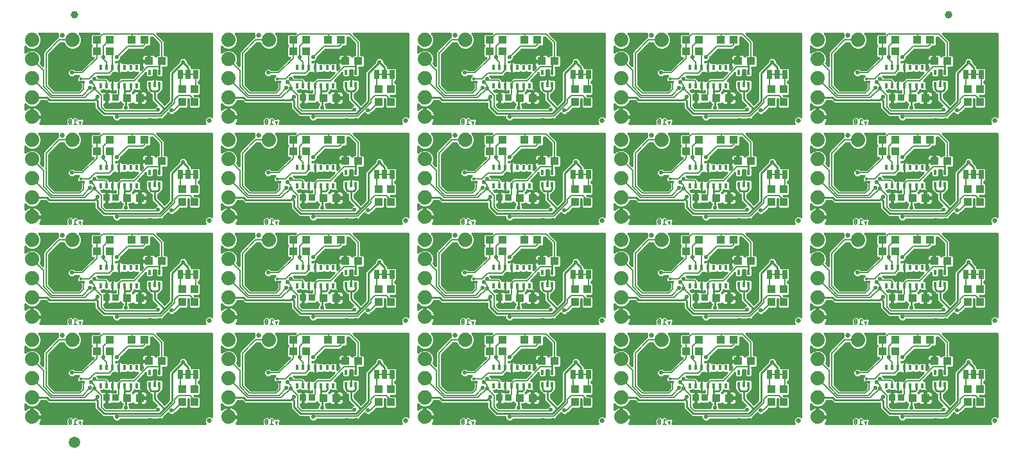
<source format=gbl>
G75*
%MOIN*%
%OFA0B0*%
%FSLAX25Y25*%
%IPPOS*%
%LPD*%
%AMOC8*
5,1,8,0,0,1.08239X$1,22.5*
%
%ADD10C,0.00500*%
%ADD11R,0.01575X0.02953*%
%ADD12R,0.01378X0.02953*%
%ADD13R,0.04331X0.03937*%
%ADD14R,0.03346X0.03543*%
%ADD15C,0.07400*%
%ADD16R,0.03937X0.04331*%
%ADD17R,0.02500X0.05000*%
%ADD18R,0.01600X0.01000*%
%ADD19C,0.02500*%
%ADD20C,0.03937*%
%ADD21C,0.05906*%
%ADD22C,0.01000*%
%ADD23C,0.02200*%
%ADD24C,0.01600*%
%ADD25C,0.00800*%
D10*
X0055560Y0030020D02*
X0056949Y0030020D01*
X0056254Y0030020D02*
X0056254Y0032520D01*
X0056949Y0031964D01*
X0058129Y0031687D02*
X0058684Y0030020D01*
X0059240Y0031687D01*
X0053068Y0030367D02*
X0053033Y0030444D01*
X0053000Y0030523D01*
X0052971Y0030603D01*
X0052945Y0030684D01*
X0052923Y0030766D01*
X0052904Y0030848D01*
X0052888Y0030932D01*
X0052876Y0031016D01*
X0052867Y0031100D01*
X0052862Y0031185D01*
X0052860Y0031270D01*
X0054249Y0031270D02*
X0054247Y0031355D01*
X0054242Y0031440D01*
X0054233Y0031524D01*
X0054221Y0031608D01*
X0054205Y0031692D01*
X0054186Y0031774D01*
X0054164Y0031856D01*
X0054138Y0031937D01*
X0054109Y0032017D01*
X0054076Y0032096D01*
X0054041Y0032173D01*
X0053554Y0032520D02*
X0053512Y0032518D01*
X0053469Y0032513D01*
X0053428Y0032504D01*
X0053387Y0032492D01*
X0053347Y0032477D01*
X0053309Y0032458D01*
X0053273Y0032436D01*
X0053238Y0032412D01*
X0053206Y0032384D01*
X0053176Y0032354D01*
X0053148Y0032322D01*
X0053124Y0032287D01*
X0053102Y0032250D01*
X0053083Y0032212D01*
X0053068Y0032173D01*
X0052999Y0031964D02*
X0054110Y0030576D01*
X0053554Y0030020D02*
X0053512Y0030022D01*
X0053469Y0030027D01*
X0053428Y0030036D01*
X0053387Y0030048D01*
X0053347Y0030063D01*
X0053309Y0030082D01*
X0053273Y0030104D01*
X0053238Y0030128D01*
X0053206Y0030156D01*
X0053176Y0030186D01*
X0053148Y0030218D01*
X0053124Y0030253D01*
X0053102Y0030290D01*
X0053083Y0030328D01*
X0053068Y0030367D01*
X0053554Y0030020D02*
X0053596Y0030022D01*
X0053639Y0030027D01*
X0053680Y0030036D01*
X0053721Y0030048D01*
X0053761Y0030063D01*
X0053799Y0030082D01*
X0053835Y0030104D01*
X0053870Y0030128D01*
X0053902Y0030156D01*
X0053932Y0030186D01*
X0053960Y0030218D01*
X0053984Y0030253D01*
X0054006Y0030290D01*
X0054025Y0030328D01*
X0054040Y0030367D01*
X0052860Y0031270D02*
X0052862Y0031355D01*
X0052867Y0031440D01*
X0052876Y0031524D01*
X0052888Y0031608D01*
X0052904Y0031692D01*
X0052923Y0031774D01*
X0052945Y0031856D01*
X0052971Y0031937D01*
X0053000Y0032017D01*
X0053033Y0032096D01*
X0053068Y0032173D01*
X0053554Y0032520D02*
X0053596Y0032518D01*
X0053639Y0032513D01*
X0053680Y0032504D01*
X0053721Y0032492D01*
X0053761Y0032477D01*
X0053799Y0032458D01*
X0053835Y0032436D01*
X0053870Y0032412D01*
X0053902Y0032384D01*
X0053932Y0032354D01*
X0053960Y0032322D01*
X0053984Y0032287D01*
X0054006Y0032250D01*
X0054025Y0032212D01*
X0054040Y0032173D01*
X0054249Y0031270D02*
X0054247Y0031185D01*
X0054242Y0031100D01*
X0054233Y0031016D01*
X0054221Y0030932D01*
X0054205Y0030848D01*
X0054186Y0030766D01*
X0054164Y0030684D01*
X0054138Y0030603D01*
X0054109Y0030523D01*
X0054076Y0030444D01*
X0054041Y0030367D01*
X0156041Y0030367D02*
X0156076Y0030444D01*
X0156109Y0030523D01*
X0156138Y0030603D01*
X0156164Y0030684D01*
X0156186Y0030766D01*
X0156205Y0030848D01*
X0156221Y0030932D01*
X0156233Y0031016D01*
X0156242Y0031100D01*
X0156247Y0031185D01*
X0156249Y0031270D01*
X0154860Y0031270D02*
X0154862Y0031355D01*
X0154867Y0031440D01*
X0154876Y0031524D01*
X0154888Y0031608D01*
X0154904Y0031692D01*
X0154923Y0031774D01*
X0154945Y0031856D01*
X0154971Y0031937D01*
X0155000Y0032017D01*
X0155033Y0032096D01*
X0155068Y0032173D01*
X0154999Y0031964D02*
X0156110Y0030576D01*
X0155554Y0030020D02*
X0155512Y0030022D01*
X0155469Y0030027D01*
X0155428Y0030036D01*
X0155387Y0030048D01*
X0155347Y0030063D01*
X0155309Y0030082D01*
X0155273Y0030104D01*
X0155238Y0030128D01*
X0155206Y0030156D01*
X0155176Y0030186D01*
X0155148Y0030218D01*
X0155124Y0030253D01*
X0155102Y0030290D01*
X0155083Y0030328D01*
X0155068Y0030367D01*
X0155554Y0030020D02*
X0155596Y0030022D01*
X0155639Y0030027D01*
X0155680Y0030036D01*
X0155721Y0030048D01*
X0155761Y0030063D01*
X0155799Y0030082D01*
X0155835Y0030104D01*
X0155870Y0030128D01*
X0155902Y0030156D01*
X0155932Y0030186D01*
X0155960Y0030218D01*
X0155984Y0030253D01*
X0156006Y0030290D01*
X0156025Y0030328D01*
X0156040Y0030367D01*
X0155068Y0030367D02*
X0155033Y0030444D01*
X0155000Y0030523D01*
X0154971Y0030603D01*
X0154945Y0030684D01*
X0154923Y0030766D01*
X0154904Y0030848D01*
X0154888Y0030932D01*
X0154876Y0031016D01*
X0154867Y0031100D01*
X0154862Y0031185D01*
X0154860Y0031270D01*
X0156249Y0031270D02*
X0156247Y0031355D01*
X0156242Y0031440D01*
X0156233Y0031524D01*
X0156221Y0031608D01*
X0156205Y0031692D01*
X0156186Y0031774D01*
X0156164Y0031856D01*
X0156138Y0031937D01*
X0156109Y0032017D01*
X0156076Y0032096D01*
X0156041Y0032173D01*
X0155554Y0032520D02*
X0155512Y0032518D01*
X0155469Y0032513D01*
X0155428Y0032504D01*
X0155387Y0032492D01*
X0155347Y0032477D01*
X0155309Y0032458D01*
X0155273Y0032436D01*
X0155238Y0032412D01*
X0155206Y0032384D01*
X0155176Y0032354D01*
X0155148Y0032322D01*
X0155124Y0032287D01*
X0155102Y0032250D01*
X0155083Y0032212D01*
X0155068Y0032173D01*
X0155554Y0032520D02*
X0155596Y0032518D01*
X0155639Y0032513D01*
X0155680Y0032504D01*
X0155721Y0032492D01*
X0155761Y0032477D01*
X0155799Y0032458D01*
X0155835Y0032436D01*
X0155870Y0032412D01*
X0155902Y0032384D01*
X0155932Y0032354D01*
X0155960Y0032322D01*
X0155984Y0032287D01*
X0156006Y0032250D01*
X0156025Y0032212D01*
X0156040Y0032173D01*
X0158254Y0032520D02*
X0158254Y0030020D01*
X0157560Y0030020D02*
X0158949Y0030020D01*
X0160684Y0030020D02*
X0160129Y0031687D01*
X0161240Y0031687D02*
X0160684Y0030020D01*
X0158949Y0031964D02*
X0158254Y0032520D01*
X0258041Y0030367D02*
X0258076Y0030444D01*
X0258109Y0030523D01*
X0258138Y0030603D01*
X0258164Y0030684D01*
X0258186Y0030766D01*
X0258205Y0030848D01*
X0258221Y0030932D01*
X0258233Y0031016D01*
X0258242Y0031100D01*
X0258247Y0031185D01*
X0258249Y0031270D01*
X0256860Y0031270D02*
X0256862Y0031355D01*
X0256867Y0031440D01*
X0256876Y0031524D01*
X0256888Y0031608D01*
X0256904Y0031692D01*
X0256923Y0031774D01*
X0256945Y0031856D01*
X0256971Y0031937D01*
X0257000Y0032017D01*
X0257033Y0032096D01*
X0257068Y0032173D01*
X0256999Y0031964D02*
X0258110Y0030576D01*
X0257554Y0030020D02*
X0257512Y0030022D01*
X0257469Y0030027D01*
X0257428Y0030036D01*
X0257387Y0030048D01*
X0257347Y0030063D01*
X0257309Y0030082D01*
X0257273Y0030104D01*
X0257238Y0030128D01*
X0257206Y0030156D01*
X0257176Y0030186D01*
X0257148Y0030218D01*
X0257124Y0030253D01*
X0257102Y0030290D01*
X0257083Y0030328D01*
X0257068Y0030367D01*
X0257554Y0030020D02*
X0257596Y0030022D01*
X0257639Y0030027D01*
X0257680Y0030036D01*
X0257721Y0030048D01*
X0257761Y0030063D01*
X0257799Y0030082D01*
X0257835Y0030104D01*
X0257870Y0030128D01*
X0257902Y0030156D01*
X0257932Y0030186D01*
X0257960Y0030218D01*
X0257984Y0030253D01*
X0258006Y0030290D01*
X0258025Y0030328D01*
X0258040Y0030367D01*
X0257068Y0030367D02*
X0257033Y0030444D01*
X0257000Y0030523D01*
X0256971Y0030603D01*
X0256945Y0030684D01*
X0256923Y0030766D01*
X0256904Y0030848D01*
X0256888Y0030932D01*
X0256876Y0031016D01*
X0256867Y0031100D01*
X0256862Y0031185D01*
X0256860Y0031270D01*
X0258249Y0031270D02*
X0258247Y0031355D01*
X0258242Y0031440D01*
X0258233Y0031524D01*
X0258221Y0031608D01*
X0258205Y0031692D01*
X0258186Y0031774D01*
X0258164Y0031856D01*
X0258138Y0031937D01*
X0258109Y0032017D01*
X0258076Y0032096D01*
X0258041Y0032173D01*
X0257554Y0032520D02*
X0257512Y0032518D01*
X0257469Y0032513D01*
X0257428Y0032504D01*
X0257387Y0032492D01*
X0257347Y0032477D01*
X0257309Y0032458D01*
X0257273Y0032436D01*
X0257238Y0032412D01*
X0257206Y0032384D01*
X0257176Y0032354D01*
X0257148Y0032322D01*
X0257124Y0032287D01*
X0257102Y0032250D01*
X0257083Y0032212D01*
X0257068Y0032173D01*
X0257554Y0032520D02*
X0257596Y0032518D01*
X0257639Y0032513D01*
X0257680Y0032504D01*
X0257721Y0032492D01*
X0257761Y0032477D01*
X0257799Y0032458D01*
X0257835Y0032436D01*
X0257870Y0032412D01*
X0257902Y0032384D01*
X0257932Y0032354D01*
X0257960Y0032322D01*
X0257984Y0032287D01*
X0258006Y0032250D01*
X0258025Y0032212D01*
X0258040Y0032173D01*
X0260254Y0032520D02*
X0260254Y0030020D01*
X0259560Y0030020D02*
X0260949Y0030020D01*
X0262684Y0030020D02*
X0262129Y0031687D01*
X0263240Y0031687D02*
X0262684Y0030020D01*
X0260949Y0031964D02*
X0260254Y0032520D01*
X0360041Y0030367D02*
X0360076Y0030444D01*
X0360109Y0030523D01*
X0360138Y0030603D01*
X0360164Y0030684D01*
X0360186Y0030766D01*
X0360205Y0030848D01*
X0360221Y0030932D01*
X0360233Y0031016D01*
X0360242Y0031100D01*
X0360247Y0031185D01*
X0360249Y0031270D01*
X0358860Y0031270D02*
X0358862Y0031355D01*
X0358867Y0031440D01*
X0358876Y0031524D01*
X0358888Y0031608D01*
X0358904Y0031692D01*
X0358923Y0031774D01*
X0358945Y0031856D01*
X0358971Y0031937D01*
X0359000Y0032017D01*
X0359033Y0032096D01*
X0359068Y0032173D01*
X0358999Y0031964D02*
X0360110Y0030576D01*
X0359554Y0030020D02*
X0359512Y0030022D01*
X0359469Y0030027D01*
X0359428Y0030036D01*
X0359387Y0030048D01*
X0359347Y0030063D01*
X0359309Y0030082D01*
X0359273Y0030104D01*
X0359238Y0030128D01*
X0359206Y0030156D01*
X0359176Y0030186D01*
X0359148Y0030218D01*
X0359124Y0030253D01*
X0359102Y0030290D01*
X0359083Y0030328D01*
X0359068Y0030367D01*
X0359554Y0030020D02*
X0359596Y0030022D01*
X0359639Y0030027D01*
X0359680Y0030036D01*
X0359721Y0030048D01*
X0359761Y0030063D01*
X0359799Y0030082D01*
X0359835Y0030104D01*
X0359870Y0030128D01*
X0359902Y0030156D01*
X0359932Y0030186D01*
X0359960Y0030218D01*
X0359984Y0030253D01*
X0360006Y0030290D01*
X0360025Y0030328D01*
X0360040Y0030367D01*
X0359068Y0030367D02*
X0359033Y0030444D01*
X0359000Y0030523D01*
X0358971Y0030603D01*
X0358945Y0030684D01*
X0358923Y0030766D01*
X0358904Y0030848D01*
X0358888Y0030932D01*
X0358876Y0031016D01*
X0358867Y0031100D01*
X0358862Y0031185D01*
X0358860Y0031270D01*
X0360249Y0031270D02*
X0360247Y0031355D01*
X0360242Y0031440D01*
X0360233Y0031524D01*
X0360221Y0031608D01*
X0360205Y0031692D01*
X0360186Y0031774D01*
X0360164Y0031856D01*
X0360138Y0031937D01*
X0360109Y0032017D01*
X0360076Y0032096D01*
X0360041Y0032173D01*
X0359554Y0032520D02*
X0359512Y0032518D01*
X0359469Y0032513D01*
X0359428Y0032504D01*
X0359387Y0032492D01*
X0359347Y0032477D01*
X0359309Y0032458D01*
X0359273Y0032436D01*
X0359238Y0032412D01*
X0359206Y0032384D01*
X0359176Y0032354D01*
X0359148Y0032322D01*
X0359124Y0032287D01*
X0359102Y0032250D01*
X0359083Y0032212D01*
X0359068Y0032173D01*
X0359554Y0032520D02*
X0359596Y0032518D01*
X0359639Y0032513D01*
X0359680Y0032504D01*
X0359721Y0032492D01*
X0359761Y0032477D01*
X0359799Y0032458D01*
X0359835Y0032436D01*
X0359870Y0032412D01*
X0359902Y0032384D01*
X0359932Y0032354D01*
X0359960Y0032322D01*
X0359984Y0032287D01*
X0360006Y0032250D01*
X0360025Y0032212D01*
X0360040Y0032173D01*
X0362254Y0032520D02*
X0362254Y0030020D01*
X0361560Y0030020D02*
X0362949Y0030020D01*
X0364684Y0030020D02*
X0364129Y0031687D01*
X0365240Y0031687D02*
X0364684Y0030020D01*
X0362949Y0031964D02*
X0362254Y0032520D01*
X0462041Y0030367D02*
X0462076Y0030444D01*
X0462109Y0030523D01*
X0462138Y0030603D01*
X0462164Y0030684D01*
X0462186Y0030766D01*
X0462205Y0030848D01*
X0462221Y0030932D01*
X0462233Y0031016D01*
X0462242Y0031100D01*
X0462247Y0031185D01*
X0462249Y0031270D01*
X0460860Y0031270D02*
X0460862Y0031355D01*
X0460867Y0031440D01*
X0460876Y0031524D01*
X0460888Y0031608D01*
X0460904Y0031692D01*
X0460923Y0031774D01*
X0460945Y0031856D01*
X0460971Y0031937D01*
X0461000Y0032017D01*
X0461033Y0032096D01*
X0461068Y0032173D01*
X0460999Y0031964D02*
X0462110Y0030576D01*
X0461554Y0030020D02*
X0461512Y0030022D01*
X0461469Y0030027D01*
X0461428Y0030036D01*
X0461387Y0030048D01*
X0461347Y0030063D01*
X0461309Y0030082D01*
X0461273Y0030104D01*
X0461238Y0030128D01*
X0461206Y0030156D01*
X0461176Y0030186D01*
X0461148Y0030218D01*
X0461124Y0030253D01*
X0461102Y0030290D01*
X0461083Y0030328D01*
X0461068Y0030367D01*
X0461554Y0030020D02*
X0461596Y0030022D01*
X0461639Y0030027D01*
X0461680Y0030036D01*
X0461721Y0030048D01*
X0461761Y0030063D01*
X0461799Y0030082D01*
X0461835Y0030104D01*
X0461870Y0030128D01*
X0461902Y0030156D01*
X0461932Y0030186D01*
X0461960Y0030218D01*
X0461984Y0030253D01*
X0462006Y0030290D01*
X0462025Y0030328D01*
X0462040Y0030367D01*
X0461068Y0030367D02*
X0461033Y0030444D01*
X0461000Y0030523D01*
X0460971Y0030603D01*
X0460945Y0030684D01*
X0460923Y0030766D01*
X0460904Y0030848D01*
X0460888Y0030932D01*
X0460876Y0031016D01*
X0460867Y0031100D01*
X0460862Y0031185D01*
X0460860Y0031270D01*
X0462249Y0031270D02*
X0462247Y0031355D01*
X0462242Y0031440D01*
X0462233Y0031524D01*
X0462221Y0031608D01*
X0462205Y0031692D01*
X0462186Y0031774D01*
X0462164Y0031856D01*
X0462138Y0031937D01*
X0462109Y0032017D01*
X0462076Y0032096D01*
X0462041Y0032173D01*
X0461554Y0032520D02*
X0461512Y0032518D01*
X0461469Y0032513D01*
X0461428Y0032504D01*
X0461387Y0032492D01*
X0461347Y0032477D01*
X0461309Y0032458D01*
X0461273Y0032436D01*
X0461238Y0032412D01*
X0461206Y0032384D01*
X0461176Y0032354D01*
X0461148Y0032322D01*
X0461124Y0032287D01*
X0461102Y0032250D01*
X0461083Y0032212D01*
X0461068Y0032173D01*
X0461554Y0032520D02*
X0461596Y0032518D01*
X0461639Y0032513D01*
X0461680Y0032504D01*
X0461721Y0032492D01*
X0461761Y0032477D01*
X0461799Y0032458D01*
X0461835Y0032436D01*
X0461870Y0032412D01*
X0461902Y0032384D01*
X0461932Y0032354D01*
X0461960Y0032322D01*
X0461984Y0032287D01*
X0462006Y0032250D01*
X0462025Y0032212D01*
X0462040Y0032173D01*
X0464254Y0032520D02*
X0464254Y0030020D01*
X0463560Y0030020D02*
X0464949Y0030020D01*
X0466684Y0030020D02*
X0466129Y0031687D01*
X0467240Y0031687D02*
X0466684Y0030020D01*
X0464949Y0031964D02*
X0464254Y0032520D01*
X0464254Y0082020D02*
X0464254Y0084520D01*
X0464949Y0083964D01*
X0466129Y0083687D02*
X0466684Y0082020D01*
X0467240Y0083687D01*
X0464949Y0082020D02*
X0463560Y0082020D01*
X0461068Y0082367D02*
X0461033Y0082444D01*
X0461000Y0082523D01*
X0460971Y0082603D01*
X0460945Y0082684D01*
X0460923Y0082766D01*
X0460904Y0082848D01*
X0460888Y0082932D01*
X0460876Y0083016D01*
X0460867Y0083100D01*
X0460862Y0083185D01*
X0460860Y0083270D01*
X0462249Y0083270D02*
X0462247Y0083355D01*
X0462242Y0083440D01*
X0462233Y0083524D01*
X0462221Y0083608D01*
X0462205Y0083692D01*
X0462186Y0083774D01*
X0462164Y0083856D01*
X0462138Y0083937D01*
X0462109Y0084017D01*
X0462076Y0084096D01*
X0462041Y0084173D01*
X0461554Y0084520D02*
X0461512Y0084518D01*
X0461469Y0084513D01*
X0461428Y0084504D01*
X0461387Y0084492D01*
X0461347Y0084477D01*
X0461309Y0084458D01*
X0461273Y0084436D01*
X0461238Y0084412D01*
X0461206Y0084384D01*
X0461176Y0084354D01*
X0461148Y0084322D01*
X0461124Y0084287D01*
X0461102Y0084250D01*
X0461083Y0084212D01*
X0461068Y0084173D01*
X0460999Y0083964D02*
X0462110Y0082576D01*
X0461554Y0082020D02*
X0461512Y0082022D01*
X0461469Y0082027D01*
X0461428Y0082036D01*
X0461387Y0082048D01*
X0461347Y0082063D01*
X0461309Y0082082D01*
X0461273Y0082104D01*
X0461238Y0082128D01*
X0461206Y0082156D01*
X0461176Y0082186D01*
X0461148Y0082218D01*
X0461124Y0082253D01*
X0461102Y0082290D01*
X0461083Y0082328D01*
X0461068Y0082367D01*
X0461554Y0082020D02*
X0461596Y0082022D01*
X0461639Y0082027D01*
X0461680Y0082036D01*
X0461721Y0082048D01*
X0461761Y0082063D01*
X0461799Y0082082D01*
X0461835Y0082104D01*
X0461870Y0082128D01*
X0461902Y0082156D01*
X0461932Y0082186D01*
X0461960Y0082218D01*
X0461984Y0082253D01*
X0462006Y0082290D01*
X0462025Y0082328D01*
X0462040Y0082367D01*
X0460860Y0083270D02*
X0460862Y0083355D01*
X0460867Y0083440D01*
X0460876Y0083524D01*
X0460888Y0083608D01*
X0460904Y0083692D01*
X0460923Y0083774D01*
X0460945Y0083856D01*
X0460971Y0083937D01*
X0461000Y0084017D01*
X0461033Y0084096D01*
X0461068Y0084173D01*
X0461554Y0084520D02*
X0461596Y0084518D01*
X0461639Y0084513D01*
X0461680Y0084504D01*
X0461721Y0084492D01*
X0461761Y0084477D01*
X0461799Y0084458D01*
X0461835Y0084436D01*
X0461870Y0084412D01*
X0461902Y0084384D01*
X0461932Y0084354D01*
X0461960Y0084322D01*
X0461984Y0084287D01*
X0462006Y0084250D01*
X0462025Y0084212D01*
X0462040Y0084173D01*
X0462249Y0083270D02*
X0462247Y0083185D01*
X0462242Y0083100D01*
X0462233Y0083016D01*
X0462221Y0082932D01*
X0462205Y0082848D01*
X0462186Y0082766D01*
X0462164Y0082684D01*
X0462138Y0082603D01*
X0462109Y0082523D01*
X0462076Y0082444D01*
X0462041Y0082367D01*
X0365240Y0083687D02*
X0364684Y0082020D01*
X0364129Y0083687D01*
X0362949Y0083964D02*
X0362254Y0084520D01*
X0362254Y0082020D01*
X0361560Y0082020D02*
X0362949Y0082020D01*
X0359068Y0082367D02*
X0359033Y0082444D01*
X0359000Y0082523D01*
X0358971Y0082603D01*
X0358945Y0082684D01*
X0358923Y0082766D01*
X0358904Y0082848D01*
X0358888Y0082932D01*
X0358876Y0083016D01*
X0358867Y0083100D01*
X0358862Y0083185D01*
X0358860Y0083270D01*
X0360249Y0083270D02*
X0360247Y0083355D01*
X0360242Y0083440D01*
X0360233Y0083524D01*
X0360221Y0083608D01*
X0360205Y0083692D01*
X0360186Y0083774D01*
X0360164Y0083856D01*
X0360138Y0083937D01*
X0360109Y0084017D01*
X0360076Y0084096D01*
X0360041Y0084173D01*
X0359554Y0084520D02*
X0359512Y0084518D01*
X0359469Y0084513D01*
X0359428Y0084504D01*
X0359387Y0084492D01*
X0359347Y0084477D01*
X0359309Y0084458D01*
X0359273Y0084436D01*
X0359238Y0084412D01*
X0359206Y0084384D01*
X0359176Y0084354D01*
X0359148Y0084322D01*
X0359124Y0084287D01*
X0359102Y0084250D01*
X0359083Y0084212D01*
X0359068Y0084173D01*
X0358999Y0083964D02*
X0360110Y0082576D01*
X0359554Y0082020D02*
X0359512Y0082022D01*
X0359469Y0082027D01*
X0359428Y0082036D01*
X0359387Y0082048D01*
X0359347Y0082063D01*
X0359309Y0082082D01*
X0359273Y0082104D01*
X0359238Y0082128D01*
X0359206Y0082156D01*
X0359176Y0082186D01*
X0359148Y0082218D01*
X0359124Y0082253D01*
X0359102Y0082290D01*
X0359083Y0082328D01*
X0359068Y0082367D01*
X0359554Y0082020D02*
X0359596Y0082022D01*
X0359639Y0082027D01*
X0359680Y0082036D01*
X0359721Y0082048D01*
X0359761Y0082063D01*
X0359799Y0082082D01*
X0359835Y0082104D01*
X0359870Y0082128D01*
X0359902Y0082156D01*
X0359932Y0082186D01*
X0359960Y0082218D01*
X0359984Y0082253D01*
X0360006Y0082290D01*
X0360025Y0082328D01*
X0360040Y0082367D01*
X0358860Y0083270D02*
X0358862Y0083355D01*
X0358867Y0083440D01*
X0358876Y0083524D01*
X0358888Y0083608D01*
X0358904Y0083692D01*
X0358923Y0083774D01*
X0358945Y0083856D01*
X0358971Y0083937D01*
X0359000Y0084017D01*
X0359033Y0084096D01*
X0359068Y0084173D01*
X0359554Y0084520D02*
X0359596Y0084518D01*
X0359639Y0084513D01*
X0359680Y0084504D01*
X0359721Y0084492D01*
X0359761Y0084477D01*
X0359799Y0084458D01*
X0359835Y0084436D01*
X0359870Y0084412D01*
X0359902Y0084384D01*
X0359932Y0084354D01*
X0359960Y0084322D01*
X0359984Y0084287D01*
X0360006Y0084250D01*
X0360025Y0084212D01*
X0360040Y0084173D01*
X0360249Y0083270D02*
X0360247Y0083185D01*
X0360242Y0083100D01*
X0360233Y0083016D01*
X0360221Y0082932D01*
X0360205Y0082848D01*
X0360186Y0082766D01*
X0360164Y0082684D01*
X0360138Y0082603D01*
X0360109Y0082523D01*
X0360076Y0082444D01*
X0360041Y0082367D01*
X0263240Y0083687D02*
X0262684Y0082020D01*
X0262129Y0083687D01*
X0260949Y0083964D02*
X0260254Y0084520D01*
X0260254Y0082020D01*
X0259560Y0082020D02*
X0260949Y0082020D01*
X0257068Y0082367D02*
X0257033Y0082444D01*
X0257000Y0082523D01*
X0256971Y0082603D01*
X0256945Y0082684D01*
X0256923Y0082766D01*
X0256904Y0082848D01*
X0256888Y0082932D01*
X0256876Y0083016D01*
X0256867Y0083100D01*
X0256862Y0083185D01*
X0256860Y0083270D01*
X0258249Y0083270D02*
X0258247Y0083355D01*
X0258242Y0083440D01*
X0258233Y0083524D01*
X0258221Y0083608D01*
X0258205Y0083692D01*
X0258186Y0083774D01*
X0258164Y0083856D01*
X0258138Y0083937D01*
X0258109Y0084017D01*
X0258076Y0084096D01*
X0258041Y0084173D01*
X0257554Y0084520D02*
X0257512Y0084518D01*
X0257469Y0084513D01*
X0257428Y0084504D01*
X0257387Y0084492D01*
X0257347Y0084477D01*
X0257309Y0084458D01*
X0257273Y0084436D01*
X0257238Y0084412D01*
X0257206Y0084384D01*
X0257176Y0084354D01*
X0257148Y0084322D01*
X0257124Y0084287D01*
X0257102Y0084250D01*
X0257083Y0084212D01*
X0257068Y0084173D01*
X0256999Y0083964D02*
X0258110Y0082576D01*
X0257554Y0082020D02*
X0257512Y0082022D01*
X0257469Y0082027D01*
X0257428Y0082036D01*
X0257387Y0082048D01*
X0257347Y0082063D01*
X0257309Y0082082D01*
X0257273Y0082104D01*
X0257238Y0082128D01*
X0257206Y0082156D01*
X0257176Y0082186D01*
X0257148Y0082218D01*
X0257124Y0082253D01*
X0257102Y0082290D01*
X0257083Y0082328D01*
X0257068Y0082367D01*
X0257554Y0082020D02*
X0257596Y0082022D01*
X0257639Y0082027D01*
X0257680Y0082036D01*
X0257721Y0082048D01*
X0257761Y0082063D01*
X0257799Y0082082D01*
X0257835Y0082104D01*
X0257870Y0082128D01*
X0257902Y0082156D01*
X0257932Y0082186D01*
X0257960Y0082218D01*
X0257984Y0082253D01*
X0258006Y0082290D01*
X0258025Y0082328D01*
X0258040Y0082367D01*
X0256860Y0083270D02*
X0256862Y0083355D01*
X0256867Y0083440D01*
X0256876Y0083524D01*
X0256888Y0083608D01*
X0256904Y0083692D01*
X0256923Y0083774D01*
X0256945Y0083856D01*
X0256971Y0083937D01*
X0257000Y0084017D01*
X0257033Y0084096D01*
X0257068Y0084173D01*
X0257554Y0084520D02*
X0257596Y0084518D01*
X0257639Y0084513D01*
X0257680Y0084504D01*
X0257721Y0084492D01*
X0257761Y0084477D01*
X0257799Y0084458D01*
X0257835Y0084436D01*
X0257870Y0084412D01*
X0257902Y0084384D01*
X0257932Y0084354D01*
X0257960Y0084322D01*
X0257984Y0084287D01*
X0258006Y0084250D01*
X0258025Y0084212D01*
X0258040Y0084173D01*
X0258249Y0083270D02*
X0258247Y0083185D01*
X0258242Y0083100D01*
X0258233Y0083016D01*
X0258221Y0082932D01*
X0258205Y0082848D01*
X0258186Y0082766D01*
X0258164Y0082684D01*
X0258138Y0082603D01*
X0258109Y0082523D01*
X0258076Y0082444D01*
X0258041Y0082367D01*
X0161240Y0083687D02*
X0160684Y0082020D01*
X0160129Y0083687D01*
X0158949Y0083964D02*
X0158254Y0084520D01*
X0158254Y0082020D01*
X0157560Y0082020D02*
X0158949Y0082020D01*
X0155068Y0082367D02*
X0155033Y0082444D01*
X0155000Y0082523D01*
X0154971Y0082603D01*
X0154945Y0082684D01*
X0154923Y0082766D01*
X0154904Y0082848D01*
X0154888Y0082932D01*
X0154876Y0083016D01*
X0154867Y0083100D01*
X0154862Y0083185D01*
X0154860Y0083270D01*
X0156249Y0083270D02*
X0156247Y0083355D01*
X0156242Y0083440D01*
X0156233Y0083524D01*
X0156221Y0083608D01*
X0156205Y0083692D01*
X0156186Y0083774D01*
X0156164Y0083856D01*
X0156138Y0083937D01*
X0156109Y0084017D01*
X0156076Y0084096D01*
X0156041Y0084173D01*
X0155554Y0084520D02*
X0155512Y0084518D01*
X0155469Y0084513D01*
X0155428Y0084504D01*
X0155387Y0084492D01*
X0155347Y0084477D01*
X0155309Y0084458D01*
X0155273Y0084436D01*
X0155238Y0084412D01*
X0155206Y0084384D01*
X0155176Y0084354D01*
X0155148Y0084322D01*
X0155124Y0084287D01*
X0155102Y0084250D01*
X0155083Y0084212D01*
X0155068Y0084173D01*
X0154999Y0083964D02*
X0156110Y0082576D01*
X0155554Y0082020D02*
X0155512Y0082022D01*
X0155469Y0082027D01*
X0155428Y0082036D01*
X0155387Y0082048D01*
X0155347Y0082063D01*
X0155309Y0082082D01*
X0155273Y0082104D01*
X0155238Y0082128D01*
X0155206Y0082156D01*
X0155176Y0082186D01*
X0155148Y0082218D01*
X0155124Y0082253D01*
X0155102Y0082290D01*
X0155083Y0082328D01*
X0155068Y0082367D01*
X0155554Y0082020D02*
X0155596Y0082022D01*
X0155639Y0082027D01*
X0155680Y0082036D01*
X0155721Y0082048D01*
X0155761Y0082063D01*
X0155799Y0082082D01*
X0155835Y0082104D01*
X0155870Y0082128D01*
X0155902Y0082156D01*
X0155932Y0082186D01*
X0155960Y0082218D01*
X0155984Y0082253D01*
X0156006Y0082290D01*
X0156025Y0082328D01*
X0156040Y0082367D01*
X0154860Y0083270D02*
X0154862Y0083355D01*
X0154867Y0083440D01*
X0154876Y0083524D01*
X0154888Y0083608D01*
X0154904Y0083692D01*
X0154923Y0083774D01*
X0154945Y0083856D01*
X0154971Y0083937D01*
X0155000Y0084017D01*
X0155033Y0084096D01*
X0155068Y0084173D01*
X0155554Y0084520D02*
X0155596Y0084518D01*
X0155639Y0084513D01*
X0155680Y0084504D01*
X0155721Y0084492D01*
X0155761Y0084477D01*
X0155799Y0084458D01*
X0155835Y0084436D01*
X0155870Y0084412D01*
X0155902Y0084384D01*
X0155932Y0084354D01*
X0155960Y0084322D01*
X0155984Y0084287D01*
X0156006Y0084250D01*
X0156025Y0084212D01*
X0156040Y0084173D01*
X0156249Y0083270D02*
X0156247Y0083185D01*
X0156242Y0083100D01*
X0156233Y0083016D01*
X0156221Y0082932D01*
X0156205Y0082848D01*
X0156186Y0082766D01*
X0156164Y0082684D01*
X0156138Y0082603D01*
X0156109Y0082523D01*
X0156076Y0082444D01*
X0156041Y0082367D01*
X0059240Y0083687D02*
X0058684Y0082020D01*
X0058129Y0083687D01*
X0056949Y0083964D02*
X0056254Y0084520D01*
X0056254Y0082020D01*
X0055560Y0082020D02*
X0056949Y0082020D01*
X0053068Y0082367D02*
X0053033Y0082444D01*
X0053000Y0082523D01*
X0052971Y0082603D01*
X0052945Y0082684D01*
X0052923Y0082766D01*
X0052904Y0082848D01*
X0052888Y0082932D01*
X0052876Y0083016D01*
X0052867Y0083100D01*
X0052862Y0083185D01*
X0052860Y0083270D01*
X0054249Y0083270D02*
X0054247Y0083355D01*
X0054242Y0083440D01*
X0054233Y0083524D01*
X0054221Y0083608D01*
X0054205Y0083692D01*
X0054186Y0083774D01*
X0054164Y0083856D01*
X0054138Y0083937D01*
X0054109Y0084017D01*
X0054076Y0084096D01*
X0054041Y0084173D01*
X0053554Y0084520D02*
X0053512Y0084518D01*
X0053469Y0084513D01*
X0053428Y0084504D01*
X0053387Y0084492D01*
X0053347Y0084477D01*
X0053309Y0084458D01*
X0053273Y0084436D01*
X0053238Y0084412D01*
X0053206Y0084384D01*
X0053176Y0084354D01*
X0053148Y0084322D01*
X0053124Y0084287D01*
X0053102Y0084250D01*
X0053083Y0084212D01*
X0053068Y0084173D01*
X0052999Y0083964D02*
X0054110Y0082576D01*
X0053554Y0082020D02*
X0053512Y0082022D01*
X0053469Y0082027D01*
X0053428Y0082036D01*
X0053387Y0082048D01*
X0053347Y0082063D01*
X0053309Y0082082D01*
X0053273Y0082104D01*
X0053238Y0082128D01*
X0053206Y0082156D01*
X0053176Y0082186D01*
X0053148Y0082218D01*
X0053124Y0082253D01*
X0053102Y0082290D01*
X0053083Y0082328D01*
X0053068Y0082367D01*
X0053554Y0082020D02*
X0053596Y0082022D01*
X0053639Y0082027D01*
X0053680Y0082036D01*
X0053721Y0082048D01*
X0053761Y0082063D01*
X0053799Y0082082D01*
X0053835Y0082104D01*
X0053870Y0082128D01*
X0053902Y0082156D01*
X0053932Y0082186D01*
X0053960Y0082218D01*
X0053984Y0082253D01*
X0054006Y0082290D01*
X0054025Y0082328D01*
X0054040Y0082367D01*
X0052860Y0083270D02*
X0052862Y0083355D01*
X0052867Y0083440D01*
X0052876Y0083524D01*
X0052888Y0083608D01*
X0052904Y0083692D01*
X0052923Y0083774D01*
X0052945Y0083856D01*
X0052971Y0083937D01*
X0053000Y0084017D01*
X0053033Y0084096D01*
X0053068Y0084173D01*
X0053554Y0084520D02*
X0053596Y0084518D01*
X0053639Y0084513D01*
X0053680Y0084504D01*
X0053721Y0084492D01*
X0053761Y0084477D01*
X0053799Y0084458D01*
X0053835Y0084436D01*
X0053870Y0084412D01*
X0053902Y0084384D01*
X0053932Y0084354D01*
X0053960Y0084322D01*
X0053984Y0084287D01*
X0054006Y0084250D01*
X0054025Y0084212D01*
X0054040Y0084173D01*
X0054249Y0083270D02*
X0054247Y0083185D01*
X0054242Y0083100D01*
X0054233Y0083016D01*
X0054221Y0082932D01*
X0054205Y0082848D01*
X0054186Y0082766D01*
X0054164Y0082684D01*
X0054138Y0082603D01*
X0054109Y0082523D01*
X0054076Y0082444D01*
X0054041Y0082367D01*
X0055560Y0134020D02*
X0056949Y0134020D01*
X0056254Y0134020D02*
X0056254Y0136520D01*
X0056949Y0135964D01*
X0058129Y0135687D02*
X0058684Y0134020D01*
X0059240Y0135687D01*
X0053068Y0134367D02*
X0053033Y0134444D01*
X0053000Y0134523D01*
X0052971Y0134603D01*
X0052945Y0134684D01*
X0052923Y0134766D01*
X0052904Y0134848D01*
X0052888Y0134932D01*
X0052876Y0135016D01*
X0052867Y0135100D01*
X0052862Y0135185D01*
X0052860Y0135270D01*
X0054249Y0135270D02*
X0054247Y0135355D01*
X0054242Y0135440D01*
X0054233Y0135524D01*
X0054221Y0135608D01*
X0054205Y0135692D01*
X0054186Y0135774D01*
X0054164Y0135856D01*
X0054138Y0135937D01*
X0054109Y0136017D01*
X0054076Y0136096D01*
X0054041Y0136173D01*
X0053554Y0136520D02*
X0053512Y0136518D01*
X0053469Y0136513D01*
X0053428Y0136504D01*
X0053387Y0136492D01*
X0053347Y0136477D01*
X0053309Y0136458D01*
X0053273Y0136436D01*
X0053238Y0136412D01*
X0053206Y0136384D01*
X0053176Y0136354D01*
X0053148Y0136322D01*
X0053124Y0136287D01*
X0053102Y0136250D01*
X0053083Y0136212D01*
X0053068Y0136173D01*
X0052999Y0135964D02*
X0054110Y0134576D01*
X0053554Y0134020D02*
X0053512Y0134022D01*
X0053469Y0134027D01*
X0053428Y0134036D01*
X0053387Y0134048D01*
X0053347Y0134063D01*
X0053309Y0134082D01*
X0053273Y0134104D01*
X0053238Y0134128D01*
X0053206Y0134156D01*
X0053176Y0134186D01*
X0053148Y0134218D01*
X0053124Y0134253D01*
X0053102Y0134290D01*
X0053083Y0134328D01*
X0053068Y0134367D01*
X0053554Y0134020D02*
X0053596Y0134022D01*
X0053639Y0134027D01*
X0053680Y0134036D01*
X0053721Y0134048D01*
X0053761Y0134063D01*
X0053799Y0134082D01*
X0053835Y0134104D01*
X0053870Y0134128D01*
X0053902Y0134156D01*
X0053932Y0134186D01*
X0053960Y0134218D01*
X0053984Y0134253D01*
X0054006Y0134290D01*
X0054025Y0134328D01*
X0054040Y0134367D01*
X0052860Y0135270D02*
X0052862Y0135355D01*
X0052867Y0135440D01*
X0052876Y0135524D01*
X0052888Y0135608D01*
X0052904Y0135692D01*
X0052923Y0135774D01*
X0052945Y0135856D01*
X0052971Y0135937D01*
X0053000Y0136017D01*
X0053033Y0136096D01*
X0053068Y0136173D01*
X0053554Y0136520D02*
X0053596Y0136518D01*
X0053639Y0136513D01*
X0053680Y0136504D01*
X0053721Y0136492D01*
X0053761Y0136477D01*
X0053799Y0136458D01*
X0053835Y0136436D01*
X0053870Y0136412D01*
X0053902Y0136384D01*
X0053932Y0136354D01*
X0053960Y0136322D01*
X0053984Y0136287D01*
X0054006Y0136250D01*
X0054025Y0136212D01*
X0054040Y0136173D01*
X0054249Y0135270D02*
X0054247Y0135185D01*
X0054242Y0135100D01*
X0054233Y0135016D01*
X0054221Y0134932D01*
X0054205Y0134848D01*
X0054186Y0134766D01*
X0054164Y0134684D01*
X0054138Y0134603D01*
X0054109Y0134523D01*
X0054076Y0134444D01*
X0054041Y0134367D01*
X0156041Y0134367D02*
X0156076Y0134444D01*
X0156109Y0134523D01*
X0156138Y0134603D01*
X0156164Y0134684D01*
X0156186Y0134766D01*
X0156205Y0134848D01*
X0156221Y0134932D01*
X0156233Y0135016D01*
X0156242Y0135100D01*
X0156247Y0135185D01*
X0156249Y0135270D01*
X0154860Y0135270D02*
X0154862Y0135355D01*
X0154867Y0135440D01*
X0154876Y0135524D01*
X0154888Y0135608D01*
X0154904Y0135692D01*
X0154923Y0135774D01*
X0154945Y0135856D01*
X0154971Y0135937D01*
X0155000Y0136017D01*
X0155033Y0136096D01*
X0155068Y0136173D01*
X0154999Y0135964D02*
X0156110Y0134576D01*
X0155554Y0134020D02*
X0155512Y0134022D01*
X0155469Y0134027D01*
X0155428Y0134036D01*
X0155387Y0134048D01*
X0155347Y0134063D01*
X0155309Y0134082D01*
X0155273Y0134104D01*
X0155238Y0134128D01*
X0155206Y0134156D01*
X0155176Y0134186D01*
X0155148Y0134218D01*
X0155124Y0134253D01*
X0155102Y0134290D01*
X0155083Y0134328D01*
X0155068Y0134367D01*
X0155554Y0134020D02*
X0155596Y0134022D01*
X0155639Y0134027D01*
X0155680Y0134036D01*
X0155721Y0134048D01*
X0155761Y0134063D01*
X0155799Y0134082D01*
X0155835Y0134104D01*
X0155870Y0134128D01*
X0155902Y0134156D01*
X0155932Y0134186D01*
X0155960Y0134218D01*
X0155984Y0134253D01*
X0156006Y0134290D01*
X0156025Y0134328D01*
X0156040Y0134367D01*
X0155068Y0134367D02*
X0155033Y0134444D01*
X0155000Y0134523D01*
X0154971Y0134603D01*
X0154945Y0134684D01*
X0154923Y0134766D01*
X0154904Y0134848D01*
X0154888Y0134932D01*
X0154876Y0135016D01*
X0154867Y0135100D01*
X0154862Y0135185D01*
X0154860Y0135270D01*
X0156249Y0135270D02*
X0156247Y0135355D01*
X0156242Y0135440D01*
X0156233Y0135524D01*
X0156221Y0135608D01*
X0156205Y0135692D01*
X0156186Y0135774D01*
X0156164Y0135856D01*
X0156138Y0135937D01*
X0156109Y0136017D01*
X0156076Y0136096D01*
X0156041Y0136173D01*
X0155554Y0136520D02*
X0155512Y0136518D01*
X0155469Y0136513D01*
X0155428Y0136504D01*
X0155387Y0136492D01*
X0155347Y0136477D01*
X0155309Y0136458D01*
X0155273Y0136436D01*
X0155238Y0136412D01*
X0155206Y0136384D01*
X0155176Y0136354D01*
X0155148Y0136322D01*
X0155124Y0136287D01*
X0155102Y0136250D01*
X0155083Y0136212D01*
X0155068Y0136173D01*
X0155554Y0136520D02*
X0155596Y0136518D01*
X0155639Y0136513D01*
X0155680Y0136504D01*
X0155721Y0136492D01*
X0155761Y0136477D01*
X0155799Y0136458D01*
X0155835Y0136436D01*
X0155870Y0136412D01*
X0155902Y0136384D01*
X0155932Y0136354D01*
X0155960Y0136322D01*
X0155984Y0136287D01*
X0156006Y0136250D01*
X0156025Y0136212D01*
X0156040Y0136173D01*
X0158254Y0136520D02*
X0158254Y0134020D01*
X0157560Y0134020D02*
X0158949Y0134020D01*
X0160684Y0134020D02*
X0160129Y0135687D01*
X0161240Y0135687D02*
X0160684Y0134020D01*
X0158949Y0135964D02*
X0158254Y0136520D01*
X0158254Y0186020D02*
X0158254Y0188520D01*
X0158949Y0187964D01*
X0160129Y0187687D02*
X0160684Y0186020D01*
X0161240Y0187687D01*
X0158949Y0186020D02*
X0157560Y0186020D01*
X0155068Y0186367D02*
X0155033Y0186444D01*
X0155000Y0186523D01*
X0154971Y0186603D01*
X0154945Y0186684D01*
X0154923Y0186766D01*
X0154904Y0186848D01*
X0154888Y0186932D01*
X0154876Y0187016D01*
X0154867Y0187100D01*
X0154862Y0187185D01*
X0154860Y0187270D01*
X0156249Y0187270D02*
X0156247Y0187355D01*
X0156242Y0187440D01*
X0156233Y0187524D01*
X0156221Y0187608D01*
X0156205Y0187692D01*
X0156186Y0187774D01*
X0156164Y0187856D01*
X0156138Y0187937D01*
X0156109Y0188017D01*
X0156076Y0188096D01*
X0156041Y0188173D01*
X0155554Y0188520D02*
X0155512Y0188518D01*
X0155469Y0188513D01*
X0155428Y0188504D01*
X0155387Y0188492D01*
X0155347Y0188477D01*
X0155309Y0188458D01*
X0155273Y0188436D01*
X0155238Y0188412D01*
X0155206Y0188384D01*
X0155176Y0188354D01*
X0155148Y0188322D01*
X0155124Y0188287D01*
X0155102Y0188250D01*
X0155083Y0188212D01*
X0155068Y0188173D01*
X0154999Y0187964D02*
X0156110Y0186576D01*
X0155554Y0186020D02*
X0155512Y0186022D01*
X0155469Y0186027D01*
X0155428Y0186036D01*
X0155387Y0186048D01*
X0155347Y0186063D01*
X0155309Y0186082D01*
X0155273Y0186104D01*
X0155238Y0186128D01*
X0155206Y0186156D01*
X0155176Y0186186D01*
X0155148Y0186218D01*
X0155124Y0186253D01*
X0155102Y0186290D01*
X0155083Y0186328D01*
X0155068Y0186367D01*
X0155554Y0186020D02*
X0155596Y0186022D01*
X0155639Y0186027D01*
X0155680Y0186036D01*
X0155721Y0186048D01*
X0155761Y0186063D01*
X0155799Y0186082D01*
X0155835Y0186104D01*
X0155870Y0186128D01*
X0155902Y0186156D01*
X0155932Y0186186D01*
X0155960Y0186218D01*
X0155984Y0186253D01*
X0156006Y0186290D01*
X0156025Y0186328D01*
X0156040Y0186367D01*
X0154860Y0187270D02*
X0154862Y0187355D01*
X0154867Y0187440D01*
X0154876Y0187524D01*
X0154888Y0187608D01*
X0154904Y0187692D01*
X0154923Y0187774D01*
X0154945Y0187856D01*
X0154971Y0187937D01*
X0155000Y0188017D01*
X0155033Y0188096D01*
X0155068Y0188173D01*
X0155554Y0188520D02*
X0155596Y0188518D01*
X0155639Y0188513D01*
X0155680Y0188504D01*
X0155721Y0188492D01*
X0155761Y0188477D01*
X0155799Y0188458D01*
X0155835Y0188436D01*
X0155870Y0188412D01*
X0155902Y0188384D01*
X0155932Y0188354D01*
X0155960Y0188322D01*
X0155984Y0188287D01*
X0156006Y0188250D01*
X0156025Y0188212D01*
X0156040Y0188173D01*
X0156249Y0187270D02*
X0156247Y0187185D01*
X0156242Y0187100D01*
X0156233Y0187016D01*
X0156221Y0186932D01*
X0156205Y0186848D01*
X0156186Y0186766D01*
X0156164Y0186684D01*
X0156138Y0186603D01*
X0156109Y0186523D01*
X0156076Y0186444D01*
X0156041Y0186367D01*
X0059240Y0187687D02*
X0058684Y0186020D01*
X0058129Y0187687D01*
X0056949Y0187964D02*
X0056254Y0188520D01*
X0056254Y0186020D01*
X0055560Y0186020D02*
X0056949Y0186020D01*
X0053068Y0186367D02*
X0053033Y0186444D01*
X0053000Y0186523D01*
X0052971Y0186603D01*
X0052945Y0186684D01*
X0052923Y0186766D01*
X0052904Y0186848D01*
X0052888Y0186932D01*
X0052876Y0187016D01*
X0052867Y0187100D01*
X0052862Y0187185D01*
X0052860Y0187270D01*
X0054249Y0187270D02*
X0054247Y0187355D01*
X0054242Y0187440D01*
X0054233Y0187524D01*
X0054221Y0187608D01*
X0054205Y0187692D01*
X0054186Y0187774D01*
X0054164Y0187856D01*
X0054138Y0187937D01*
X0054109Y0188017D01*
X0054076Y0188096D01*
X0054041Y0188173D01*
X0053554Y0188520D02*
X0053512Y0188518D01*
X0053469Y0188513D01*
X0053428Y0188504D01*
X0053387Y0188492D01*
X0053347Y0188477D01*
X0053309Y0188458D01*
X0053273Y0188436D01*
X0053238Y0188412D01*
X0053206Y0188384D01*
X0053176Y0188354D01*
X0053148Y0188322D01*
X0053124Y0188287D01*
X0053102Y0188250D01*
X0053083Y0188212D01*
X0053068Y0188173D01*
X0052999Y0187964D02*
X0054110Y0186576D01*
X0053554Y0186020D02*
X0053512Y0186022D01*
X0053469Y0186027D01*
X0053428Y0186036D01*
X0053387Y0186048D01*
X0053347Y0186063D01*
X0053309Y0186082D01*
X0053273Y0186104D01*
X0053238Y0186128D01*
X0053206Y0186156D01*
X0053176Y0186186D01*
X0053148Y0186218D01*
X0053124Y0186253D01*
X0053102Y0186290D01*
X0053083Y0186328D01*
X0053068Y0186367D01*
X0053554Y0186020D02*
X0053596Y0186022D01*
X0053639Y0186027D01*
X0053680Y0186036D01*
X0053721Y0186048D01*
X0053761Y0186063D01*
X0053799Y0186082D01*
X0053835Y0186104D01*
X0053870Y0186128D01*
X0053902Y0186156D01*
X0053932Y0186186D01*
X0053960Y0186218D01*
X0053984Y0186253D01*
X0054006Y0186290D01*
X0054025Y0186328D01*
X0054040Y0186367D01*
X0052860Y0187270D02*
X0052862Y0187355D01*
X0052867Y0187440D01*
X0052876Y0187524D01*
X0052888Y0187608D01*
X0052904Y0187692D01*
X0052923Y0187774D01*
X0052945Y0187856D01*
X0052971Y0187937D01*
X0053000Y0188017D01*
X0053033Y0188096D01*
X0053068Y0188173D01*
X0053554Y0188520D02*
X0053596Y0188518D01*
X0053639Y0188513D01*
X0053680Y0188504D01*
X0053721Y0188492D01*
X0053761Y0188477D01*
X0053799Y0188458D01*
X0053835Y0188436D01*
X0053870Y0188412D01*
X0053902Y0188384D01*
X0053932Y0188354D01*
X0053960Y0188322D01*
X0053984Y0188287D01*
X0054006Y0188250D01*
X0054025Y0188212D01*
X0054040Y0188173D01*
X0054249Y0187270D02*
X0054247Y0187185D01*
X0054242Y0187100D01*
X0054233Y0187016D01*
X0054221Y0186932D01*
X0054205Y0186848D01*
X0054186Y0186766D01*
X0054164Y0186684D01*
X0054138Y0186603D01*
X0054109Y0186523D01*
X0054076Y0186444D01*
X0054041Y0186367D01*
X0258041Y0186367D02*
X0258076Y0186444D01*
X0258109Y0186523D01*
X0258138Y0186603D01*
X0258164Y0186684D01*
X0258186Y0186766D01*
X0258205Y0186848D01*
X0258221Y0186932D01*
X0258233Y0187016D01*
X0258242Y0187100D01*
X0258247Y0187185D01*
X0258249Y0187270D01*
X0256860Y0187270D02*
X0256862Y0187355D01*
X0256867Y0187440D01*
X0256876Y0187524D01*
X0256888Y0187608D01*
X0256904Y0187692D01*
X0256923Y0187774D01*
X0256945Y0187856D01*
X0256971Y0187937D01*
X0257000Y0188017D01*
X0257033Y0188096D01*
X0257068Y0188173D01*
X0256999Y0187964D02*
X0258110Y0186576D01*
X0257554Y0186020D02*
X0257512Y0186022D01*
X0257469Y0186027D01*
X0257428Y0186036D01*
X0257387Y0186048D01*
X0257347Y0186063D01*
X0257309Y0186082D01*
X0257273Y0186104D01*
X0257238Y0186128D01*
X0257206Y0186156D01*
X0257176Y0186186D01*
X0257148Y0186218D01*
X0257124Y0186253D01*
X0257102Y0186290D01*
X0257083Y0186328D01*
X0257068Y0186367D01*
X0257554Y0186020D02*
X0257596Y0186022D01*
X0257639Y0186027D01*
X0257680Y0186036D01*
X0257721Y0186048D01*
X0257761Y0186063D01*
X0257799Y0186082D01*
X0257835Y0186104D01*
X0257870Y0186128D01*
X0257902Y0186156D01*
X0257932Y0186186D01*
X0257960Y0186218D01*
X0257984Y0186253D01*
X0258006Y0186290D01*
X0258025Y0186328D01*
X0258040Y0186367D01*
X0257068Y0186367D02*
X0257033Y0186444D01*
X0257000Y0186523D01*
X0256971Y0186603D01*
X0256945Y0186684D01*
X0256923Y0186766D01*
X0256904Y0186848D01*
X0256888Y0186932D01*
X0256876Y0187016D01*
X0256867Y0187100D01*
X0256862Y0187185D01*
X0256860Y0187270D01*
X0258249Y0187270D02*
X0258247Y0187355D01*
X0258242Y0187440D01*
X0258233Y0187524D01*
X0258221Y0187608D01*
X0258205Y0187692D01*
X0258186Y0187774D01*
X0258164Y0187856D01*
X0258138Y0187937D01*
X0258109Y0188017D01*
X0258076Y0188096D01*
X0258041Y0188173D01*
X0257554Y0188520D02*
X0257512Y0188518D01*
X0257469Y0188513D01*
X0257428Y0188504D01*
X0257387Y0188492D01*
X0257347Y0188477D01*
X0257309Y0188458D01*
X0257273Y0188436D01*
X0257238Y0188412D01*
X0257206Y0188384D01*
X0257176Y0188354D01*
X0257148Y0188322D01*
X0257124Y0188287D01*
X0257102Y0188250D01*
X0257083Y0188212D01*
X0257068Y0188173D01*
X0257554Y0188520D02*
X0257596Y0188518D01*
X0257639Y0188513D01*
X0257680Y0188504D01*
X0257721Y0188492D01*
X0257761Y0188477D01*
X0257799Y0188458D01*
X0257835Y0188436D01*
X0257870Y0188412D01*
X0257902Y0188384D01*
X0257932Y0188354D01*
X0257960Y0188322D01*
X0257984Y0188287D01*
X0258006Y0188250D01*
X0258025Y0188212D01*
X0258040Y0188173D01*
X0260254Y0188520D02*
X0260254Y0186020D01*
X0259560Y0186020D02*
X0260949Y0186020D01*
X0262684Y0186020D02*
X0262129Y0187687D01*
X0263240Y0187687D02*
X0262684Y0186020D01*
X0260949Y0187964D02*
X0260254Y0188520D01*
X0360041Y0186367D02*
X0360076Y0186444D01*
X0360109Y0186523D01*
X0360138Y0186603D01*
X0360164Y0186684D01*
X0360186Y0186766D01*
X0360205Y0186848D01*
X0360221Y0186932D01*
X0360233Y0187016D01*
X0360242Y0187100D01*
X0360247Y0187185D01*
X0360249Y0187270D01*
X0358860Y0187270D02*
X0358862Y0187355D01*
X0358867Y0187440D01*
X0358876Y0187524D01*
X0358888Y0187608D01*
X0358904Y0187692D01*
X0358923Y0187774D01*
X0358945Y0187856D01*
X0358971Y0187937D01*
X0359000Y0188017D01*
X0359033Y0188096D01*
X0359068Y0188173D01*
X0358999Y0187964D02*
X0360110Y0186576D01*
X0359554Y0186020D02*
X0359512Y0186022D01*
X0359469Y0186027D01*
X0359428Y0186036D01*
X0359387Y0186048D01*
X0359347Y0186063D01*
X0359309Y0186082D01*
X0359273Y0186104D01*
X0359238Y0186128D01*
X0359206Y0186156D01*
X0359176Y0186186D01*
X0359148Y0186218D01*
X0359124Y0186253D01*
X0359102Y0186290D01*
X0359083Y0186328D01*
X0359068Y0186367D01*
X0359554Y0186020D02*
X0359596Y0186022D01*
X0359639Y0186027D01*
X0359680Y0186036D01*
X0359721Y0186048D01*
X0359761Y0186063D01*
X0359799Y0186082D01*
X0359835Y0186104D01*
X0359870Y0186128D01*
X0359902Y0186156D01*
X0359932Y0186186D01*
X0359960Y0186218D01*
X0359984Y0186253D01*
X0360006Y0186290D01*
X0360025Y0186328D01*
X0360040Y0186367D01*
X0359068Y0186367D02*
X0359033Y0186444D01*
X0359000Y0186523D01*
X0358971Y0186603D01*
X0358945Y0186684D01*
X0358923Y0186766D01*
X0358904Y0186848D01*
X0358888Y0186932D01*
X0358876Y0187016D01*
X0358867Y0187100D01*
X0358862Y0187185D01*
X0358860Y0187270D01*
X0360249Y0187270D02*
X0360247Y0187355D01*
X0360242Y0187440D01*
X0360233Y0187524D01*
X0360221Y0187608D01*
X0360205Y0187692D01*
X0360186Y0187774D01*
X0360164Y0187856D01*
X0360138Y0187937D01*
X0360109Y0188017D01*
X0360076Y0188096D01*
X0360041Y0188173D01*
X0359554Y0188520D02*
X0359512Y0188518D01*
X0359469Y0188513D01*
X0359428Y0188504D01*
X0359387Y0188492D01*
X0359347Y0188477D01*
X0359309Y0188458D01*
X0359273Y0188436D01*
X0359238Y0188412D01*
X0359206Y0188384D01*
X0359176Y0188354D01*
X0359148Y0188322D01*
X0359124Y0188287D01*
X0359102Y0188250D01*
X0359083Y0188212D01*
X0359068Y0188173D01*
X0359554Y0188520D02*
X0359596Y0188518D01*
X0359639Y0188513D01*
X0359680Y0188504D01*
X0359721Y0188492D01*
X0359761Y0188477D01*
X0359799Y0188458D01*
X0359835Y0188436D01*
X0359870Y0188412D01*
X0359902Y0188384D01*
X0359932Y0188354D01*
X0359960Y0188322D01*
X0359984Y0188287D01*
X0360006Y0188250D01*
X0360025Y0188212D01*
X0360040Y0188173D01*
X0362254Y0188520D02*
X0362254Y0186020D01*
X0361560Y0186020D02*
X0362949Y0186020D01*
X0364684Y0186020D02*
X0364129Y0187687D01*
X0365240Y0187687D02*
X0364684Y0186020D01*
X0362949Y0187964D02*
X0362254Y0188520D01*
X0462041Y0186367D02*
X0462076Y0186444D01*
X0462109Y0186523D01*
X0462138Y0186603D01*
X0462164Y0186684D01*
X0462186Y0186766D01*
X0462205Y0186848D01*
X0462221Y0186932D01*
X0462233Y0187016D01*
X0462242Y0187100D01*
X0462247Y0187185D01*
X0462249Y0187270D01*
X0460860Y0187270D02*
X0460862Y0187355D01*
X0460867Y0187440D01*
X0460876Y0187524D01*
X0460888Y0187608D01*
X0460904Y0187692D01*
X0460923Y0187774D01*
X0460945Y0187856D01*
X0460971Y0187937D01*
X0461000Y0188017D01*
X0461033Y0188096D01*
X0461068Y0188173D01*
X0460999Y0187964D02*
X0462110Y0186576D01*
X0461554Y0186020D02*
X0461512Y0186022D01*
X0461469Y0186027D01*
X0461428Y0186036D01*
X0461387Y0186048D01*
X0461347Y0186063D01*
X0461309Y0186082D01*
X0461273Y0186104D01*
X0461238Y0186128D01*
X0461206Y0186156D01*
X0461176Y0186186D01*
X0461148Y0186218D01*
X0461124Y0186253D01*
X0461102Y0186290D01*
X0461083Y0186328D01*
X0461068Y0186367D01*
X0461554Y0186020D02*
X0461596Y0186022D01*
X0461639Y0186027D01*
X0461680Y0186036D01*
X0461721Y0186048D01*
X0461761Y0186063D01*
X0461799Y0186082D01*
X0461835Y0186104D01*
X0461870Y0186128D01*
X0461902Y0186156D01*
X0461932Y0186186D01*
X0461960Y0186218D01*
X0461984Y0186253D01*
X0462006Y0186290D01*
X0462025Y0186328D01*
X0462040Y0186367D01*
X0461068Y0186367D02*
X0461033Y0186444D01*
X0461000Y0186523D01*
X0460971Y0186603D01*
X0460945Y0186684D01*
X0460923Y0186766D01*
X0460904Y0186848D01*
X0460888Y0186932D01*
X0460876Y0187016D01*
X0460867Y0187100D01*
X0460862Y0187185D01*
X0460860Y0187270D01*
X0462249Y0187270D02*
X0462247Y0187355D01*
X0462242Y0187440D01*
X0462233Y0187524D01*
X0462221Y0187608D01*
X0462205Y0187692D01*
X0462186Y0187774D01*
X0462164Y0187856D01*
X0462138Y0187937D01*
X0462109Y0188017D01*
X0462076Y0188096D01*
X0462041Y0188173D01*
X0461554Y0188520D02*
X0461512Y0188518D01*
X0461469Y0188513D01*
X0461428Y0188504D01*
X0461387Y0188492D01*
X0461347Y0188477D01*
X0461309Y0188458D01*
X0461273Y0188436D01*
X0461238Y0188412D01*
X0461206Y0188384D01*
X0461176Y0188354D01*
X0461148Y0188322D01*
X0461124Y0188287D01*
X0461102Y0188250D01*
X0461083Y0188212D01*
X0461068Y0188173D01*
X0461554Y0188520D02*
X0461596Y0188518D01*
X0461639Y0188513D01*
X0461680Y0188504D01*
X0461721Y0188492D01*
X0461761Y0188477D01*
X0461799Y0188458D01*
X0461835Y0188436D01*
X0461870Y0188412D01*
X0461902Y0188384D01*
X0461932Y0188354D01*
X0461960Y0188322D01*
X0461984Y0188287D01*
X0462006Y0188250D01*
X0462025Y0188212D01*
X0462040Y0188173D01*
X0464254Y0188520D02*
X0464254Y0186020D01*
X0463560Y0186020D02*
X0464949Y0186020D01*
X0466684Y0186020D02*
X0466129Y0187687D01*
X0467240Y0187687D02*
X0466684Y0186020D01*
X0464949Y0187964D02*
X0464254Y0188520D01*
X0464254Y0136520D02*
X0464254Y0134020D01*
X0463560Y0134020D02*
X0464949Y0134020D01*
X0466684Y0134020D02*
X0466129Y0135687D01*
X0467240Y0135687D02*
X0466684Y0134020D01*
X0464949Y0135964D02*
X0464254Y0136520D01*
X0460860Y0135270D02*
X0460862Y0135185D01*
X0460867Y0135100D01*
X0460876Y0135016D01*
X0460888Y0134932D01*
X0460904Y0134848D01*
X0460923Y0134766D01*
X0460945Y0134684D01*
X0460971Y0134603D01*
X0461000Y0134523D01*
X0461033Y0134444D01*
X0461068Y0134367D01*
X0461554Y0134020D02*
X0461596Y0134022D01*
X0461639Y0134027D01*
X0461680Y0134036D01*
X0461721Y0134048D01*
X0461761Y0134063D01*
X0461799Y0134082D01*
X0461835Y0134104D01*
X0461870Y0134128D01*
X0461902Y0134156D01*
X0461932Y0134186D01*
X0461960Y0134218D01*
X0461984Y0134253D01*
X0462006Y0134290D01*
X0462025Y0134328D01*
X0462040Y0134367D01*
X0462110Y0134576D02*
X0460999Y0135964D01*
X0461068Y0136173D02*
X0461083Y0136212D01*
X0461102Y0136250D01*
X0461124Y0136287D01*
X0461148Y0136322D01*
X0461176Y0136354D01*
X0461206Y0136384D01*
X0461238Y0136412D01*
X0461273Y0136436D01*
X0461309Y0136458D01*
X0461347Y0136477D01*
X0461387Y0136492D01*
X0461428Y0136504D01*
X0461469Y0136513D01*
X0461512Y0136518D01*
X0461554Y0136520D01*
X0461596Y0136518D01*
X0461639Y0136513D01*
X0461680Y0136504D01*
X0461721Y0136492D01*
X0461761Y0136477D01*
X0461799Y0136458D01*
X0461835Y0136436D01*
X0461870Y0136412D01*
X0461902Y0136384D01*
X0461932Y0136354D01*
X0461960Y0136322D01*
X0461984Y0136287D01*
X0462006Y0136250D01*
X0462025Y0136212D01*
X0462040Y0136173D01*
X0461068Y0136173D02*
X0461033Y0136096D01*
X0461000Y0136017D01*
X0460971Y0135937D01*
X0460945Y0135856D01*
X0460923Y0135774D01*
X0460904Y0135692D01*
X0460888Y0135608D01*
X0460876Y0135524D01*
X0460867Y0135440D01*
X0460862Y0135355D01*
X0460860Y0135270D01*
X0462249Y0135270D02*
X0462247Y0135355D01*
X0462242Y0135440D01*
X0462233Y0135524D01*
X0462221Y0135608D01*
X0462205Y0135692D01*
X0462186Y0135774D01*
X0462164Y0135856D01*
X0462138Y0135937D01*
X0462109Y0136017D01*
X0462076Y0136096D01*
X0462041Y0136173D01*
X0461068Y0134367D02*
X0461083Y0134328D01*
X0461102Y0134290D01*
X0461124Y0134253D01*
X0461148Y0134218D01*
X0461176Y0134186D01*
X0461206Y0134156D01*
X0461238Y0134128D01*
X0461273Y0134104D01*
X0461309Y0134082D01*
X0461347Y0134063D01*
X0461387Y0134048D01*
X0461428Y0134036D01*
X0461469Y0134027D01*
X0461512Y0134022D01*
X0461554Y0134020D01*
X0462041Y0134367D02*
X0462076Y0134444D01*
X0462109Y0134523D01*
X0462138Y0134603D01*
X0462164Y0134684D01*
X0462186Y0134766D01*
X0462205Y0134848D01*
X0462221Y0134932D01*
X0462233Y0135016D01*
X0462242Y0135100D01*
X0462247Y0135185D01*
X0462249Y0135270D01*
X0365240Y0135687D02*
X0364684Y0134020D01*
X0364129Y0135687D01*
X0362949Y0135964D02*
X0362254Y0136520D01*
X0362254Y0134020D01*
X0361560Y0134020D02*
X0362949Y0134020D01*
X0359068Y0134367D02*
X0359033Y0134444D01*
X0359000Y0134523D01*
X0358971Y0134603D01*
X0358945Y0134684D01*
X0358923Y0134766D01*
X0358904Y0134848D01*
X0358888Y0134932D01*
X0358876Y0135016D01*
X0358867Y0135100D01*
X0358862Y0135185D01*
X0358860Y0135270D01*
X0360249Y0135270D02*
X0360247Y0135355D01*
X0360242Y0135440D01*
X0360233Y0135524D01*
X0360221Y0135608D01*
X0360205Y0135692D01*
X0360186Y0135774D01*
X0360164Y0135856D01*
X0360138Y0135937D01*
X0360109Y0136017D01*
X0360076Y0136096D01*
X0360041Y0136173D01*
X0359554Y0136520D02*
X0359512Y0136518D01*
X0359469Y0136513D01*
X0359428Y0136504D01*
X0359387Y0136492D01*
X0359347Y0136477D01*
X0359309Y0136458D01*
X0359273Y0136436D01*
X0359238Y0136412D01*
X0359206Y0136384D01*
X0359176Y0136354D01*
X0359148Y0136322D01*
X0359124Y0136287D01*
X0359102Y0136250D01*
X0359083Y0136212D01*
X0359068Y0136173D01*
X0358999Y0135964D02*
X0360110Y0134576D01*
X0359554Y0134020D02*
X0359512Y0134022D01*
X0359469Y0134027D01*
X0359428Y0134036D01*
X0359387Y0134048D01*
X0359347Y0134063D01*
X0359309Y0134082D01*
X0359273Y0134104D01*
X0359238Y0134128D01*
X0359206Y0134156D01*
X0359176Y0134186D01*
X0359148Y0134218D01*
X0359124Y0134253D01*
X0359102Y0134290D01*
X0359083Y0134328D01*
X0359068Y0134367D01*
X0359554Y0134020D02*
X0359596Y0134022D01*
X0359639Y0134027D01*
X0359680Y0134036D01*
X0359721Y0134048D01*
X0359761Y0134063D01*
X0359799Y0134082D01*
X0359835Y0134104D01*
X0359870Y0134128D01*
X0359902Y0134156D01*
X0359932Y0134186D01*
X0359960Y0134218D01*
X0359984Y0134253D01*
X0360006Y0134290D01*
X0360025Y0134328D01*
X0360040Y0134367D01*
X0358860Y0135270D02*
X0358862Y0135355D01*
X0358867Y0135440D01*
X0358876Y0135524D01*
X0358888Y0135608D01*
X0358904Y0135692D01*
X0358923Y0135774D01*
X0358945Y0135856D01*
X0358971Y0135937D01*
X0359000Y0136017D01*
X0359033Y0136096D01*
X0359068Y0136173D01*
X0359554Y0136520D02*
X0359596Y0136518D01*
X0359639Y0136513D01*
X0359680Y0136504D01*
X0359721Y0136492D01*
X0359761Y0136477D01*
X0359799Y0136458D01*
X0359835Y0136436D01*
X0359870Y0136412D01*
X0359902Y0136384D01*
X0359932Y0136354D01*
X0359960Y0136322D01*
X0359984Y0136287D01*
X0360006Y0136250D01*
X0360025Y0136212D01*
X0360040Y0136173D01*
X0360249Y0135270D02*
X0360247Y0135185D01*
X0360242Y0135100D01*
X0360233Y0135016D01*
X0360221Y0134932D01*
X0360205Y0134848D01*
X0360186Y0134766D01*
X0360164Y0134684D01*
X0360138Y0134603D01*
X0360109Y0134523D01*
X0360076Y0134444D01*
X0360041Y0134367D01*
X0263240Y0135687D02*
X0262684Y0134020D01*
X0262129Y0135687D01*
X0260949Y0135964D02*
X0260254Y0136520D01*
X0260254Y0134020D01*
X0259560Y0134020D02*
X0260949Y0134020D01*
X0257068Y0134367D02*
X0257033Y0134444D01*
X0257000Y0134523D01*
X0256971Y0134603D01*
X0256945Y0134684D01*
X0256923Y0134766D01*
X0256904Y0134848D01*
X0256888Y0134932D01*
X0256876Y0135016D01*
X0256867Y0135100D01*
X0256862Y0135185D01*
X0256860Y0135270D01*
X0258249Y0135270D02*
X0258247Y0135355D01*
X0258242Y0135440D01*
X0258233Y0135524D01*
X0258221Y0135608D01*
X0258205Y0135692D01*
X0258186Y0135774D01*
X0258164Y0135856D01*
X0258138Y0135937D01*
X0258109Y0136017D01*
X0258076Y0136096D01*
X0258041Y0136173D01*
X0257554Y0136520D02*
X0257512Y0136518D01*
X0257469Y0136513D01*
X0257428Y0136504D01*
X0257387Y0136492D01*
X0257347Y0136477D01*
X0257309Y0136458D01*
X0257273Y0136436D01*
X0257238Y0136412D01*
X0257206Y0136384D01*
X0257176Y0136354D01*
X0257148Y0136322D01*
X0257124Y0136287D01*
X0257102Y0136250D01*
X0257083Y0136212D01*
X0257068Y0136173D01*
X0256999Y0135964D02*
X0258110Y0134576D01*
X0257554Y0134020D02*
X0257512Y0134022D01*
X0257469Y0134027D01*
X0257428Y0134036D01*
X0257387Y0134048D01*
X0257347Y0134063D01*
X0257309Y0134082D01*
X0257273Y0134104D01*
X0257238Y0134128D01*
X0257206Y0134156D01*
X0257176Y0134186D01*
X0257148Y0134218D01*
X0257124Y0134253D01*
X0257102Y0134290D01*
X0257083Y0134328D01*
X0257068Y0134367D01*
X0257554Y0134020D02*
X0257596Y0134022D01*
X0257639Y0134027D01*
X0257680Y0134036D01*
X0257721Y0134048D01*
X0257761Y0134063D01*
X0257799Y0134082D01*
X0257835Y0134104D01*
X0257870Y0134128D01*
X0257902Y0134156D01*
X0257932Y0134186D01*
X0257960Y0134218D01*
X0257984Y0134253D01*
X0258006Y0134290D01*
X0258025Y0134328D01*
X0258040Y0134367D01*
X0256860Y0135270D02*
X0256862Y0135355D01*
X0256867Y0135440D01*
X0256876Y0135524D01*
X0256888Y0135608D01*
X0256904Y0135692D01*
X0256923Y0135774D01*
X0256945Y0135856D01*
X0256971Y0135937D01*
X0257000Y0136017D01*
X0257033Y0136096D01*
X0257068Y0136173D01*
X0257554Y0136520D02*
X0257596Y0136518D01*
X0257639Y0136513D01*
X0257680Y0136504D01*
X0257721Y0136492D01*
X0257761Y0136477D01*
X0257799Y0136458D01*
X0257835Y0136436D01*
X0257870Y0136412D01*
X0257902Y0136384D01*
X0257932Y0136354D01*
X0257960Y0136322D01*
X0257984Y0136287D01*
X0258006Y0136250D01*
X0258025Y0136212D01*
X0258040Y0136173D01*
X0258249Y0135270D02*
X0258247Y0135185D01*
X0258242Y0135100D01*
X0258233Y0135016D01*
X0258221Y0134932D01*
X0258205Y0134848D01*
X0258186Y0134766D01*
X0258164Y0134684D01*
X0258138Y0134603D01*
X0258109Y0134523D01*
X0258076Y0134444D01*
X0258041Y0134367D01*
D11*
X0298791Y0154502D03*
X0301350Y0154502D03*
X0303909Y0154502D03*
X0303909Y0160998D03*
X0298791Y0160998D03*
X0298791Y0206502D03*
X0301350Y0206502D03*
X0303909Y0206502D03*
X0303909Y0212998D03*
X0298791Y0212998D03*
X0201909Y0212998D03*
X0196791Y0212998D03*
X0196791Y0206502D03*
X0199350Y0206502D03*
X0201909Y0206502D03*
X0201909Y0160998D03*
X0196791Y0160998D03*
X0196791Y0154502D03*
X0199350Y0154502D03*
X0201909Y0154502D03*
X0201909Y0108998D03*
X0196791Y0108998D03*
X0196791Y0102502D03*
X0199350Y0102502D03*
X0201909Y0102502D03*
X0201909Y0056998D03*
X0196791Y0056998D03*
X0196791Y0050502D03*
X0199350Y0050502D03*
X0201909Y0050502D03*
X0298791Y0050502D03*
X0301350Y0050502D03*
X0303909Y0050502D03*
X0303909Y0056998D03*
X0298791Y0056998D03*
X0298791Y0102502D03*
X0301350Y0102502D03*
X0303909Y0102502D03*
X0303909Y0108998D03*
X0298791Y0108998D03*
X0400791Y0108998D03*
X0405909Y0108998D03*
X0405909Y0102502D03*
X0403350Y0102502D03*
X0400791Y0102502D03*
X0400791Y0056998D03*
X0405909Y0056998D03*
X0405909Y0050502D03*
X0403350Y0050502D03*
X0400791Y0050502D03*
X0502791Y0050502D03*
X0505350Y0050502D03*
X0507909Y0050502D03*
X0507909Y0056998D03*
X0502791Y0056998D03*
X0502791Y0102502D03*
X0505350Y0102502D03*
X0507909Y0102502D03*
X0507909Y0108998D03*
X0502791Y0108998D03*
X0502791Y0154502D03*
X0505350Y0154502D03*
X0507909Y0154502D03*
X0507909Y0160998D03*
X0502791Y0160998D03*
X0502791Y0206502D03*
X0505350Y0206502D03*
X0507909Y0206502D03*
X0507909Y0212998D03*
X0502791Y0212998D03*
X0405909Y0212998D03*
X0400791Y0212998D03*
X0400791Y0206502D03*
X0403350Y0206502D03*
X0405909Y0206502D03*
X0405909Y0160998D03*
X0400791Y0160998D03*
X0400791Y0154502D03*
X0403350Y0154502D03*
X0405909Y0154502D03*
X0099909Y0154502D03*
X0097350Y0154502D03*
X0094791Y0154502D03*
X0094791Y0160998D03*
X0099909Y0160998D03*
X0099909Y0206502D03*
X0097350Y0206502D03*
X0094791Y0206502D03*
X0094791Y0212998D03*
X0099909Y0212998D03*
X0099909Y0108998D03*
X0094791Y0108998D03*
X0094791Y0102502D03*
X0097350Y0102502D03*
X0099909Y0102502D03*
X0099909Y0056998D03*
X0094791Y0056998D03*
X0094791Y0050502D03*
X0097350Y0050502D03*
X0099909Y0050502D03*
D12*
X0088164Y0049996D03*
X0085015Y0049996D03*
X0081865Y0049996D03*
X0078715Y0049996D03*
X0075566Y0049996D03*
X0072416Y0049996D03*
X0069266Y0049996D03*
X0069266Y0059445D03*
X0072416Y0059445D03*
X0075566Y0059445D03*
X0078715Y0059445D03*
X0081865Y0059445D03*
X0085015Y0059445D03*
X0088164Y0059445D03*
X0171266Y0059445D03*
X0174416Y0059445D03*
X0177566Y0059445D03*
X0180715Y0059445D03*
X0183865Y0059445D03*
X0187015Y0059445D03*
X0190164Y0059445D03*
X0190164Y0049996D03*
X0187015Y0049996D03*
X0183865Y0049996D03*
X0180715Y0049996D03*
X0177566Y0049996D03*
X0174416Y0049996D03*
X0171266Y0049996D03*
X0273266Y0049996D03*
X0276416Y0049996D03*
X0279566Y0049996D03*
X0282715Y0049996D03*
X0285865Y0049996D03*
X0289015Y0049996D03*
X0292164Y0049996D03*
X0292164Y0059445D03*
X0289015Y0059445D03*
X0285865Y0059445D03*
X0282715Y0059445D03*
X0279566Y0059445D03*
X0276416Y0059445D03*
X0273266Y0059445D03*
X0273266Y0101996D03*
X0276416Y0101996D03*
X0279566Y0101996D03*
X0282715Y0101996D03*
X0285865Y0101996D03*
X0289015Y0101996D03*
X0292164Y0101996D03*
X0292164Y0111445D03*
X0289015Y0111445D03*
X0285865Y0111445D03*
X0282715Y0111445D03*
X0279566Y0111445D03*
X0276416Y0111445D03*
X0273266Y0111445D03*
X0190164Y0111445D03*
X0187015Y0111445D03*
X0183865Y0111445D03*
X0180715Y0111445D03*
X0177566Y0111445D03*
X0174416Y0111445D03*
X0171266Y0111445D03*
X0171266Y0101996D03*
X0174416Y0101996D03*
X0177566Y0101996D03*
X0180715Y0101996D03*
X0183865Y0101996D03*
X0187015Y0101996D03*
X0190164Y0101996D03*
X0088164Y0101996D03*
X0085015Y0101996D03*
X0081865Y0101996D03*
X0078715Y0101996D03*
X0075566Y0101996D03*
X0072416Y0101996D03*
X0069266Y0101996D03*
X0069266Y0111445D03*
X0072416Y0111445D03*
X0075566Y0111445D03*
X0078715Y0111445D03*
X0081865Y0111445D03*
X0085015Y0111445D03*
X0088164Y0111445D03*
X0088164Y0153996D03*
X0085015Y0153996D03*
X0081865Y0153996D03*
X0078715Y0153996D03*
X0075566Y0153996D03*
X0072416Y0153996D03*
X0069266Y0153996D03*
X0069266Y0163445D03*
X0072416Y0163445D03*
X0075566Y0163445D03*
X0078715Y0163445D03*
X0081865Y0163445D03*
X0085015Y0163445D03*
X0088164Y0163445D03*
X0171266Y0163445D03*
X0174416Y0163445D03*
X0177566Y0163445D03*
X0180715Y0163445D03*
X0183865Y0163445D03*
X0187015Y0163445D03*
X0190164Y0163445D03*
X0190164Y0153996D03*
X0187015Y0153996D03*
X0183865Y0153996D03*
X0180715Y0153996D03*
X0177566Y0153996D03*
X0174416Y0153996D03*
X0171266Y0153996D03*
X0273266Y0153996D03*
X0276416Y0153996D03*
X0279566Y0153996D03*
X0282715Y0153996D03*
X0285865Y0153996D03*
X0289015Y0153996D03*
X0292164Y0153996D03*
X0292164Y0163445D03*
X0289015Y0163445D03*
X0285865Y0163445D03*
X0282715Y0163445D03*
X0279566Y0163445D03*
X0276416Y0163445D03*
X0273266Y0163445D03*
X0273266Y0205996D03*
X0276416Y0205996D03*
X0279566Y0205996D03*
X0282715Y0205996D03*
X0285865Y0205996D03*
X0289015Y0205996D03*
X0292164Y0205996D03*
X0292164Y0215445D03*
X0289015Y0215445D03*
X0285865Y0215445D03*
X0282715Y0215445D03*
X0279566Y0215445D03*
X0276416Y0215445D03*
X0273266Y0215445D03*
X0190164Y0215445D03*
X0187015Y0215445D03*
X0183865Y0215445D03*
X0180715Y0215445D03*
X0177566Y0215445D03*
X0174416Y0215445D03*
X0171266Y0215445D03*
X0171266Y0205996D03*
X0174416Y0205996D03*
X0177566Y0205996D03*
X0180715Y0205996D03*
X0183865Y0205996D03*
X0187015Y0205996D03*
X0190164Y0205996D03*
X0088164Y0205996D03*
X0085015Y0205996D03*
X0081865Y0205996D03*
X0078715Y0205996D03*
X0075566Y0205996D03*
X0072416Y0205996D03*
X0069266Y0205996D03*
X0069266Y0215445D03*
X0072416Y0215445D03*
X0075566Y0215445D03*
X0078715Y0215445D03*
X0081865Y0215445D03*
X0085015Y0215445D03*
X0088164Y0215445D03*
X0375266Y0215445D03*
X0378416Y0215445D03*
X0381566Y0215445D03*
X0384715Y0215445D03*
X0387865Y0215445D03*
X0391015Y0215445D03*
X0394164Y0215445D03*
X0394164Y0205996D03*
X0391015Y0205996D03*
X0387865Y0205996D03*
X0384715Y0205996D03*
X0381566Y0205996D03*
X0378416Y0205996D03*
X0375266Y0205996D03*
X0375266Y0163445D03*
X0378416Y0163445D03*
X0381566Y0163445D03*
X0384715Y0163445D03*
X0387865Y0163445D03*
X0391015Y0163445D03*
X0394164Y0163445D03*
X0394164Y0153996D03*
X0391015Y0153996D03*
X0387865Y0153996D03*
X0384715Y0153996D03*
X0381566Y0153996D03*
X0378416Y0153996D03*
X0375266Y0153996D03*
X0375266Y0111445D03*
X0378416Y0111445D03*
X0381566Y0111445D03*
X0384715Y0111445D03*
X0387865Y0111445D03*
X0391015Y0111445D03*
X0394164Y0111445D03*
X0394164Y0101996D03*
X0391015Y0101996D03*
X0387865Y0101996D03*
X0384715Y0101996D03*
X0381566Y0101996D03*
X0378416Y0101996D03*
X0375266Y0101996D03*
X0375266Y0059445D03*
X0378416Y0059445D03*
X0381566Y0059445D03*
X0384715Y0059445D03*
X0387865Y0059445D03*
X0391015Y0059445D03*
X0394164Y0059445D03*
X0394164Y0049996D03*
X0391015Y0049996D03*
X0387865Y0049996D03*
X0384715Y0049996D03*
X0381566Y0049996D03*
X0378416Y0049996D03*
X0375266Y0049996D03*
X0477266Y0049996D03*
X0480416Y0049996D03*
X0483566Y0049996D03*
X0486715Y0049996D03*
X0489865Y0049996D03*
X0493015Y0049996D03*
X0496164Y0049996D03*
X0496164Y0059445D03*
X0493015Y0059445D03*
X0489865Y0059445D03*
X0486715Y0059445D03*
X0483566Y0059445D03*
X0480416Y0059445D03*
X0477266Y0059445D03*
X0477266Y0101996D03*
X0480416Y0101996D03*
X0483566Y0101996D03*
X0486715Y0101996D03*
X0489865Y0101996D03*
X0493015Y0101996D03*
X0496164Y0101996D03*
X0496164Y0111445D03*
X0493015Y0111445D03*
X0489865Y0111445D03*
X0486715Y0111445D03*
X0483566Y0111445D03*
X0480416Y0111445D03*
X0477266Y0111445D03*
X0477266Y0153996D03*
X0480416Y0153996D03*
X0483566Y0153996D03*
X0486715Y0153996D03*
X0489865Y0153996D03*
X0493015Y0153996D03*
X0496164Y0153996D03*
X0496164Y0163445D03*
X0493015Y0163445D03*
X0489865Y0163445D03*
X0486715Y0163445D03*
X0483566Y0163445D03*
X0480416Y0163445D03*
X0477266Y0163445D03*
X0477266Y0205996D03*
X0480416Y0205996D03*
X0483566Y0205996D03*
X0486715Y0205996D03*
X0489865Y0205996D03*
X0493015Y0205996D03*
X0496164Y0205996D03*
X0496164Y0215445D03*
X0493015Y0215445D03*
X0489865Y0215445D03*
X0486715Y0215445D03*
X0483566Y0215445D03*
X0480416Y0215445D03*
X0477266Y0215445D03*
D13*
X0475404Y0223750D03*
X0482096Y0223750D03*
X0482096Y0229750D03*
X0475404Y0229750D03*
X0493404Y0229750D03*
X0500096Y0229750D03*
X0502404Y0218750D03*
X0509096Y0218750D03*
X0497666Y0199560D03*
X0490974Y0199560D03*
X0493404Y0177750D03*
X0500096Y0177750D03*
X0482096Y0177750D03*
X0475404Y0177750D03*
X0475404Y0171750D03*
X0482096Y0171750D03*
X0502404Y0166750D03*
X0509096Y0166750D03*
X0497666Y0147560D03*
X0490974Y0147560D03*
X0493404Y0125750D03*
X0500096Y0125750D03*
X0482096Y0125750D03*
X0475404Y0125750D03*
X0475404Y0119750D03*
X0482096Y0119750D03*
X0502404Y0114750D03*
X0509096Y0114750D03*
X0497666Y0095560D03*
X0490974Y0095560D03*
X0493404Y0073750D03*
X0500096Y0073750D03*
X0482096Y0073750D03*
X0475404Y0073750D03*
X0475404Y0067750D03*
X0482096Y0067750D03*
X0502404Y0062750D03*
X0509096Y0062750D03*
X0497666Y0043560D03*
X0490974Y0043560D03*
X0407096Y0062750D03*
X0400404Y0062750D03*
X0380096Y0067750D03*
X0373404Y0067750D03*
X0373404Y0073750D03*
X0380096Y0073750D03*
X0391404Y0073750D03*
X0398096Y0073750D03*
X0395666Y0095560D03*
X0388974Y0095560D03*
X0400404Y0114750D03*
X0407096Y0114750D03*
X0398096Y0125750D03*
X0391404Y0125750D03*
X0380096Y0125750D03*
X0373404Y0125750D03*
X0373404Y0119750D03*
X0380096Y0119750D03*
X0388974Y0147560D03*
X0395666Y0147560D03*
X0400404Y0166750D03*
X0407096Y0166750D03*
X0398096Y0177750D03*
X0391404Y0177750D03*
X0380096Y0177750D03*
X0373404Y0177750D03*
X0373404Y0171750D03*
X0380096Y0171750D03*
X0388974Y0199560D03*
X0395666Y0199560D03*
X0400404Y0218750D03*
X0407096Y0218750D03*
X0398096Y0229750D03*
X0391404Y0229750D03*
X0380096Y0229750D03*
X0373404Y0229750D03*
X0373404Y0223750D03*
X0380096Y0223750D03*
X0305096Y0218750D03*
X0298404Y0218750D03*
X0296096Y0229750D03*
X0289404Y0229750D03*
X0278096Y0229750D03*
X0271404Y0229750D03*
X0271404Y0223750D03*
X0278096Y0223750D03*
X0286974Y0199560D03*
X0293666Y0199560D03*
X0296096Y0177750D03*
X0289404Y0177750D03*
X0278096Y0177750D03*
X0271404Y0177750D03*
X0271404Y0171750D03*
X0278096Y0171750D03*
X0298404Y0166750D03*
X0305096Y0166750D03*
X0293666Y0147560D03*
X0286974Y0147560D03*
X0289404Y0125750D03*
X0296096Y0125750D03*
X0278096Y0125750D03*
X0271404Y0125750D03*
X0271404Y0119750D03*
X0278096Y0119750D03*
X0298404Y0114750D03*
X0305096Y0114750D03*
X0293666Y0095560D03*
X0286974Y0095560D03*
X0289404Y0073750D03*
X0296096Y0073750D03*
X0278096Y0073750D03*
X0271404Y0073750D03*
X0271404Y0067750D03*
X0278096Y0067750D03*
X0298404Y0062750D03*
X0305096Y0062750D03*
X0293666Y0043560D03*
X0286974Y0043560D03*
X0203096Y0062750D03*
X0196404Y0062750D03*
X0176096Y0067750D03*
X0169404Y0067750D03*
X0169404Y0073750D03*
X0176096Y0073750D03*
X0187404Y0073750D03*
X0194096Y0073750D03*
X0191666Y0095560D03*
X0184974Y0095560D03*
X0196404Y0114750D03*
X0203096Y0114750D03*
X0194096Y0125750D03*
X0187404Y0125750D03*
X0176096Y0125750D03*
X0169404Y0125750D03*
X0169404Y0119750D03*
X0176096Y0119750D03*
X0184974Y0147560D03*
X0191666Y0147560D03*
X0196404Y0166750D03*
X0203096Y0166750D03*
X0194096Y0177750D03*
X0187404Y0177750D03*
X0176096Y0177750D03*
X0169404Y0177750D03*
X0169404Y0171750D03*
X0176096Y0171750D03*
X0184974Y0199560D03*
X0191666Y0199560D03*
X0196404Y0218750D03*
X0203096Y0218750D03*
X0194096Y0229750D03*
X0187404Y0229750D03*
X0176096Y0229750D03*
X0169404Y0229750D03*
X0169404Y0223750D03*
X0176096Y0223750D03*
X0101096Y0218750D03*
X0094404Y0218750D03*
X0092096Y0229750D03*
X0085404Y0229750D03*
X0074096Y0229750D03*
X0067404Y0229750D03*
X0067404Y0223750D03*
X0074096Y0223750D03*
X0082974Y0199560D03*
X0089666Y0199560D03*
X0092096Y0177750D03*
X0085404Y0177750D03*
X0074096Y0177750D03*
X0067404Y0177750D03*
X0067404Y0171750D03*
X0074096Y0171750D03*
X0094404Y0166750D03*
X0101096Y0166750D03*
X0089666Y0147560D03*
X0082974Y0147560D03*
X0085404Y0125750D03*
X0092096Y0125750D03*
X0074096Y0125750D03*
X0067404Y0125750D03*
X0067404Y0119750D03*
X0074096Y0119750D03*
X0094404Y0114750D03*
X0101096Y0114750D03*
X0089666Y0095560D03*
X0082974Y0095560D03*
X0085404Y0073750D03*
X0092096Y0073750D03*
X0074096Y0073750D03*
X0067404Y0073750D03*
X0067404Y0067750D03*
X0074096Y0067750D03*
X0094404Y0062750D03*
X0101096Y0062750D03*
X0089666Y0043560D03*
X0082974Y0043560D03*
X0184974Y0043560D03*
X0191666Y0043560D03*
X0388974Y0043560D03*
X0395666Y0043560D03*
D14*
X0383033Y0043750D03*
X0378467Y0043750D03*
X0281033Y0043750D03*
X0276467Y0043750D03*
X0179033Y0043750D03*
X0174467Y0043750D03*
X0077033Y0043750D03*
X0072467Y0043750D03*
X0072467Y0095750D03*
X0077033Y0095750D03*
X0174467Y0095750D03*
X0179033Y0095750D03*
X0276467Y0095750D03*
X0281033Y0095750D03*
X0378467Y0095750D03*
X0383033Y0095750D03*
X0480467Y0095750D03*
X0485033Y0095750D03*
X0485033Y0043750D03*
X0480467Y0043750D03*
X0480467Y0147750D03*
X0485033Y0147750D03*
X0383033Y0147750D03*
X0378467Y0147750D03*
X0281033Y0147750D03*
X0276467Y0147750D03*
X0179033Y0147750D03*
X0174467Y0147750D03*
X0077033Y0147750D03*
X0072467Y0147750D03*
X0072467Y0199750D03*
X0077033Y0199750D03*
X0174467Y0199750D03*
X0179033Y0199750D03*
X0276467Y0199750D03*
X0281033Y0199750D03*
X0378467Y0199750D03*
X0383033Y0199750D03*
X0480467Y0199750D03*
X0485033Y0199750D03*
D15*
X0441750Y0199750D03*
X0441750Y0189750D03*
X0441750Y0177750D03*
X0441750Y0167750D03*
X0441750Y0157750D03*
X0441750Y0147750D03*
X0441750Y0137750D03*
X0441750Y0125750D03*
X0441750Y0115750D03*
X0462750Y0125750D03*
X0441750Y0105750D03*
X0441750Y0095750D03*
X0441750Y0085750D03*
X0441750Y0073750D03*
X0441750Y0063750D03*
X0462750Y0073750D03*
X0441750Y0053750D03*
X0441750Y0043750D03*
X0441750Y0033750D03*
X0360750Y0073750D03*
X0339750Y0073750D03*
X0339750Y0063750D03*
X0339750Y0053750D03*
X0339750Y0043750D03*
X0339750Y0033750D03*
X0258750Y0073750D03*
X0237750Y0073750D03*
X0237750Y0063750D03*
X0237750Y0053750D03*
X0237750Y0043750D03*
X0237750Y0033750D03*
X0156750Y0073750D03*
X0135750Y0073750D03*
X0135750Y0063750D03*
X0135750Y0053750D03*
X0135750Y0043750D03*
X0135750Y0033750D03*
X0054750Y0073750D03*
X0033750Y0073750D03*
X0033750Y0063750D03*
X0033750Y0053750D03*
X0033750Y0043750D03*
X0033750Y0033750D03*
X0033750Y0085750D03*
X0033750Y0095750D03*
X0033750Y0105750D03*
X0033750Y0115750D03*
X0033750Y0125750D03*
X0054750Y0125750D03*
X0033750Y0137750D03*
X0033750Y0147750D03*
X0033750Y0157750D03*
X0033750Y0167750D03*
X0033750Y0177750D03*
X0054750Y0177750D03*
X0033750Y0189750D03*
X0033750Y0199750D03*
X0033750Y0209750D03*
X0033750Y0219750D03*
X0033750Y0229750D03*
X0054750Y0229750D03*
X0135750Y0229750D03*
X0135750Y0219750D03*
X0135750Y0209750D03*
X0135750Y0199750D03*
X0135750Y0189750D03*
X0135750Y0177750D03*
X0135750Y0167750D03*
X0135750Y0157750D03*
X0135750Y0147750D03*
X0135750Y0137750D03*
X0135750Y0125750D03*
X0135750Y0115750D03*
X0156750Y0125750D03*
X0135750Y0105750D03*
X0135750Y0095750D03*
X0135750Y0085750D03*
X0237750Y0085750D03*
X0237750Y0095750D03*
X0237750Y0105750D03*
X0237750Y0115750D03*
X0237750Y0125750D03*
X0258750Y0125750D03*
X0237750Y0137750D03*
X0237750Y0147750D03*
X0237750Y0157750D03*
X0237750Y0167750D03*
X0237750Y0177750D03*
X0258750Y0177750D03*
X0237750Y0189750D03*
X0237750Y0199750D03*
X0237750Y0209750D03*
X0237750Y0219750D03*
X0237750Y0229750D03*
X0258750Y0229750D03*
X0339750Y0229750D03*
X0339750Y0219750D03*
X0339750Y0209750D03*
X0339750Y0199750D03*
X0339750Y0189750D03*
X0339750Y0177750D03*
X0339750Y0167750D03*
X0339750Y0157750D03*
X0339750Y0147750D03*
X0339750Y0137750D03*
X0339750Y0125750D03*
X0339750Y0115750D03*
X0360750Y0125750D03*
X0339750Y0105750D03*
X0339750Y0095750D03*
X0339750Y0085750D03*
X0360750Y0177750D03*
X0441750Y0209750D03*
X0441750Y0219750D03*
X0441750Y0229750D03*
X0462750Y0229750D03*
X0360750Y0229750D03*
X0462750Y0177750D03*
X0156750Y0177750D03*
X0156750Y0229750D03*
D16*
X0118050Y0204096D03*
X0111650Y0204096D03*
X0111650Y0197404D03*
X0118050Y0197404D03*
X0118050Y0152096D03*
X0111650Y0152096D03*
X0111650Y0145404D03*
X0118050Y0145404D03*
X0118050Y0100096D03*
X0111650Y0100096D03*
X0111650Y0093404D03*
X0118050Y0093404D03*
X0118050Y0048096D03*
X0111650Y0048096D03*
X0111650Y0041404D03*
X0118050Y0041404D03*
X0213650Y0041404D03*
X0220050Y0041404D03*
X0220050Y0048096D03*
X0213650Y0048096D03*
X0213650Y0093404D03*
X0220050Y0093404D03*
X0220050Y0100096D03*
X0213650Y0100096D03*
X0213650Y0145404D03*
X0220050Y0145404D03*
X0220050Y0152096D03*
X0213650Y0152096D03*
X0213650Y0197404D03*
X0220050Y0197404D03*
X0220050Y0204096D03*
X0213650Y0204096D03*
X0315650Y0204096D03*
X0322050Y0204096D03*
X0322050Y0197404D03*
X0315650Y0197404D03*
X0315650Y0152096D03*
X0322050Y0152096D03*
X0322050Y0145404D03*
X0315650Y0145404D03*
X0315650Y0100096D03*
X0322050Y0100096D03*
X0322050Y0093404D03*
X0315650Y0093404D03*
X0315650Y0048096D03*
X0322050Y0048096D03*
X0322050Y0041404D03*
X0315650Y0041404D03*
X0417650Y0041404D03*
X0424050Y0041404D03*
X0424050Y0048096D03*
X0417650Y0048096D03*
X0417650Y0093404D03*
X0424050Y0093404D03*
X0424050Y0100096D03*
X0417650Y0100096D03*
X0417650Y0145404D03*
X0424050Y0145404D03*
X0424050Y0152096D03*
X0417650Y0152096D03*
X0417650Y0197404D03*
X0424050Y0197404D03*
X0424050Y0204096D03*
X0417650Y0204096D03*
X0519650Y0204096D03*
X0526050Y0204096D03*
X0526050Y0197404D03*
X0519650Y0197404D03*
X0519650Y0152096D03*
X0526050Y0152096D03*
X0526050Y0145404D03*
X0519650Y0145404D03*
X0519650Y0100096D03*
X0526050Y0100096D03*
X0526050Y0093404D03*
X0519650Y0093404D03*
X0519650Y0048096D03*
X0526050Y0048096D03*
X0526050Y0041404D03*
X0519650Y0041404D03*
D17*
X0518750Y0055750D03*
X0522750Y0055750D03*
X0526750Y0055750D03*
X0424750Y0055750D03*
X0420750Y0055750D03*
X0416750Y0055750D03*
X0322750Y0055750D03*
X0318750Y0055750D03*
X0314750Y0055750D03*
X0220750Y0055750D03*
X0216750Y0055750D03*
X0212750Y0055750D03*
X0118750Y0055750D03*
X0114750Y0055750D03*
X0110750Y0055750D03*
X0110750Y0107750D03*
X0114750Y0107750D03*
X0118750Y0107750D03*
X0212750Y0107750D03*
X0216750Y0107750D03*
X0220750Y0107750D03*
X0314750Y0107750D03*
X0318750Y0107750D03*
X0322750Y0107750D03*
X0416750Y0107750D03*
X0420750Y0107750D03*
X0424750Y0107750D03*
X0518750Y0107750D03*
X0522750Y0107750D03*
X0526750Y0107750D03*
X0526750Y0159750D03*
X0522750Y0159750D03*
X0518750Y0159750D03*
X0424750Y0159750D03*
X0420750Y0159750D03*
X0416750Y0159750D03*
X0322750Y0159750D03*
X0318750Y0159750D03*
X0314750Y0159750D03*
X0220750Y0159750D03*
X0216750Y0159750D03*
X0212750Y0159750D03*
X0118750Y0159750D03*
X0114750Y0159750D03*
X0110750Y0159750D03*
X0110750Y0211750D03*
X0114750Y0211750D03*
X0118750Y0211750D03*
X0212750Y0211750D03*
X0216750Y0211750D03*
X0220750Y0211750D03*
X0314750Y0211750D03*
X0318750Y0211750D03*
X0322750Y0211750D03*
X0416750Y0211750D03*
X0420750Y0211750D03*
X0424750Y0211750D03*
X0518750Y0211750D03*
X0522750Y0211750D03*
X0526750Y0211750D03*
D18*
X0524750Y0211750D03*
X0520750Y0211750D03*
X0422750Y0211750D03*
X0418750Y0211750D03*
X0320750Y0211750D03*
X0316750Y0211750D03*
X0218750Y0211750D03*
X0214750Y0211750D03*
X0116750Y0211750D03*
X0112750Y0211750D03*
X0112750Y0159750D03*
X0116750Y0159750D03*
X0214750Y0159750D03*
X0218750Y0159750D03*
X0316750Y0159750D03*
X0320750Y0159750D03*
X0418750Y0159750D03*
X0422750Y0159750D03*
X0520750Y0159750D03*
X0524750Y0159750D03*
X0524750Y0107750D03*
X0520750Y0107750D03*
X0422750Y0107750D03*
X0418750Y0107750D03*
X0320750Y0107750D03*
X0316750Y0107750D03*
X0218750Y0107750D03*
X0214750Y0107750D03*
X0116750Y0107750D03*
X0112750Y0107750D03*
X0112750Y0055750D03*
X0116750Y0055750D03*
X0214750Y0055750D03*
X0218750Y0055750D03*
X0316750Y0055750D03*
X0320750Y0055750D03*
X0418750Y0055750D03*
X0422750Y0055750D03*
X0520750Y0055750D03*
X0524750Y0055750D03*
D19*
X0533750Y0031750D03*
X0457470Y0076320D03*
X0431750Y0083750D03*
X0355470Y0076320D03*
X0329750Y0083750D03*
X0253470Y0076320D03*
X0227750Y0083750D03*
X0151470Y0076320D03*
X0125750Y0083750D03*
X0049470Y0076320D03*
X0125750Y0031750D03*
X0227750Y0031750D03*
X0329750Y0031750D03*
X0431750Y0031750D03*
X0533750Y0083750D03*
X0457470Y0128320D03*
X0431750Y0135750D03*
X0355470Y0128320D03*
X0329750Y0135750D03*
X0253470Y0128320D03*
X0227750Y0135750D03*
X0151470Y0128320D03*
X0125750Y0135750D03*
X0049470Y0128320D03*
X0049470Y0180320D03*
X0125750Y0187750D03*
X0151470Y0180320D03*
X0227750Y0187750D03*
X0253470Y0180320D03*
X0329750Y0187750D03*
X0355470Y0180320D03*
X0431750Y0187750D03*
X0457470Y0180320D03*
X0533750Y0187750D03*
X0457470Y0232320D03*
X0355470Y0232320D03*
X0253470Y0232320D03*
X0151470Y0232320D03*
X0049470Y0232320D03*
X0533750Y0135750D03*
D20*
X0509750Y0243000D03*
X0055750Y0243000D03*
D21*
X0055750Y0020500D03*
D22*
X0051624Y0030250D02*
X0037604Y0030250D01*
X0037716Y0030362D01*
X0038197Y0031025D01*
X0038569Y0031754D01*
X0038822Y0032532D01*
X0038936Y0033250D01*
X0034250Y0033250D01*
X0034250Y0034250D01*
X0033250Y0034250D01*
X0033250Y0038936D01*
X0032532Y0038822D01*
X0031754Y0038569D01*
X0031025Y0038197D01*
X0030362Y0037716D01*
X0030250Y0037604D01*
X0030250Y0040462D01*
X0031031Y0039681D01*
X0032795Y0038950D01*
X0034705Y0038950D01*
X0036469Y0039681D01*
X0037819Y0041031D01*
X0038283Y0042150D01*
X0040827Y0042150D01*
X0041280Y0041697D01*
X0042217Y0040760D01*
X0066150Y0040760D01*
X0066150Y0038087D01*
X0067087Y0037150D01*
X0070287Y0033950D01*
X0075550Y0033950D01*
X0075550Y0032839D01*
X0076839Y0031550D01*
X0078661Y0031550D01*
X0079761Y0032650D01*
X0101271Y0032650D01*
X0102150Y0033529D01*
X0104470Y0035849D01*
X0105309Y0035010D01*
X0107131Y0035010D01*
X0107831Y0035710D01*
X0108061Y0035710D01*
X0108940Y0036589D01*
X0110490Y0038138D01*
X0114074Y0038138D01*
X0114718Y0038783D01*
X0114718Y0043250D01*
X0114981Y0043250D01*
X0114981Y0038783D01*
X0115626Y0038138D01*
X0120474Y0038138D01*
X0121118Y0038783D01*
X0121118Y0044025D01*
X0120474Y0044669D01*
X0117952Y0044669D01*
X0117790Y0044831D01*
X0120474Y0044831D01*
X0121118Y0045475D01*
X0121118Y0050717D01*
X0127250Y0050717D01*
X0127250Y0049719D02*
X0121118Y0049719D01*
X0121118Y0050717D02*
X0120474Y0051362D01*
X0120250Y0051362D01*
X0120250Y0052150D01*
X0120456Y0052150D01*
X0121100Y0052794D01*
X0121100Y0058706D01*
X0120456Y0059350D01*
X0117044Y0059350D01*
X0116750Y0059056D01*
X0116456Y0059350D01*
X0116350Y0059350D01*
X0116350Y0060333D01*
X0115413Y0061270D01*
X0114340Y0062343D01*
X0114340Y0063191D01*
X0113051Y0064480D01*
X0111229Y0064480D01*
X0109940Y0063191D01*
X0109940Y0062403D01*
X0105687Y0058150D01*
X0104750Y0057213D01*
X0104750Y0042513D01*
X0102500Y0040263D01*
X0098950Y0043813D01*
X0098950Y0045520D01*
X0099493Y0045520D01*
X0100572Y0046599D01*
X0101509Y0047536D01*
X0101509Y0048283D01*
X0101796Y0048570D01*
X0101796Y0052434D01*
X0101152Y0053078D01*
X0099159Y0053078D01*
X0099058Y0053179D01*
X0098716Y0053376D01*
X0098335Y0053478D01*
X0097350Y0053478D01*
X0096365Y0053478D01*
X0095984Y0053376D01*
X0095642Y0053179D01*
X0095541Y0053078D01*
X0093548Y0053078D01*
X0092904Y0052434D01*
X0092904Y0048570D01*
X0093191Y0048283D01*
X0093191Y0047536D01*
X0094270Y0046457D01*
X0095207Y0045520D01*
X0095750Y0045520D01*
X0095750Y0042487D01*
X0098597Y0039640D01*
X0098289Y0039640D01*
X0097039Y0038390D01*
X0084550Y0038390D01*
X0084550Y0039561D01*
X0083950Y0040161D01*
X0083950Y0040491D01*
X0085595Y0040491D01*
X0086108Y0041005D01*
X0086301Y0040670D01*
X0086580Y0040391D01*
X0086922Y0040194D01*
X0087304Y0040091D01*
X0089182Y0040091D01*
X0089182Y0043076D01*
X0090151Y0043076D01*
X0090151Y0044044D01*
X0093332Y0044044D01*
X0093332Y0045726D01*
X0093230Y0046107D01*
X0093032Y0046450D01*
X0092753Y0046729D01*
X0092411Y0046926D01*
X0092029Y0047028D01*
X0090151Y0047028D01*
X0090151Y0044044D01*
X0089182Y0044044D01*
X0089182Y0047028D01*
X0087304Y0047028D01*
X0086922Y0046926D01*
X0086580Y0046729D01*
X0086301Y0046450D01*
X0086108Y0046115D01*
X0085793Y0046430D01*
X0086615Y0047252D01*
X0086615Y0047825D01*
X0087020Y0047420D01*
X0089309Y0047420D01*
X0089350Y0047462D01*
X0089676Y0047118D01*
X0090403Y0047099D01*
X0090822Y0047496D01*
X0090837Y0048074D01*
X0090440Y0048492D01*
X0089953Y0048505D01*
X0089953Y0051928D01*
X0089309Y0052573D01*
X0088694Y0052573D01*
X0092904Y0056782D01*
X0092904Y0055066D01*
X0093548Y0054422D01*
X0096034Y0054422D01*
X0096678Y0055066D01*
X0096678Y0058250D01*
X0098022Y0058250D01*
X0098022Y0055066D01*
X0098666Y0054422D01*
X0101152Y0054422D01*
X0101796Y0055066D01*
X0101796Y0058930D01*
X0101509Y0059217D01*
X0101509Y0059681D01*
X0103717Y0059681D01*
X0104362Y0060326D01*
X0104362Y0065174D01*
X0103717Y0065818D01*
X0102596Y0065818D01*
X0102596Y0073025D01*
X0101718Y0073904D01*
X0098371Y0077250D01*
X0127250Y0077250D01*
X0127250Y0033573D01*
X0126723Y0034100D01*
X0124777Y0034100D01*
X0123400Y0032723D01*
X0123400Y0030777D01*
X0123927Y0030250D01*
X0060184Y0030250D01*
X0060698Y0031790D01*
X0060197Y0032791D01*
X0059136Y0033144D01*
X0058684Y0032918D01*
X0058232Y0033144D01*
X0057811Y0033004D01*
X0057156Y0033527D01*
X0056814Y0033870D01*
X0056728Y0033870D01*
X0056661Y0033923D01*
X0056180Y0033870D01*
X0055695Y0033870D01*
X0055635Y0033809D01*
X0055550Y0033800D01*
X0055247Y0033422D01*
X0055052Y0033227D01*
X0055016Y0033253D01*
X0055009Y0033267D01*
X0054984Y0033276D01*
X0054152Y0033870D01*
X0052957Y0033870D01*
X0052125Y0033276D01*
X0052100Y0033267D01*
X0052093Y0033253D01*
X0051985Y0033176D01*
X0051985Y0033176D01*
X0051985Y0033176D01*
X0051846Y0032771D01*
X0051719Y0032669D01*
X0051692Y0032431D01*
X0051510Y0032057D01*
X0051510Y0030483D01*
X0051624Y0030250D01*
X0051510Y0030747D02*
X0037996Y0030747D01*
X0038565Y0031746D02*
X0051510Y0031746D01*
X0051812Y0032744D02*
X0038855Y0032744D01*
X0038936Y0034250D02*
X0034250Y0034250D01*
X0034250Y0038936D01*
X0034968Y0038822D01*
X0035746Y0038569D01*
X0036475Y0038197D01*
X0037138Y0037716D01*
X0037716Y0037138D01*
X0038197Y0036475D01*
X0038569Y0035746D01*
X0038822Y0034968D01*
X0038936Y0034250D01*
X0038858Y0034741D02*
X0069496Y0034741D01*
X0068498Y0035740D02*
X0038571Y0035740D01*
X0038007Y0036738D02*
X0067499Y0036738D01*
X0066501Y0037737D02*
X0037110Y0037737D01*
X0036522Y0039734D02*
X0066150Y0039734D01*
X0066150Y0040732D02*
X0037520Y0040732D01*
X0038109Y0041731D02*
X0041247Y0041731D01*
X0042880Y0042360D02*
X0065890Y0042360D01*
X0066730Y0043200D01*
X0067750Y0042180D01*
X0067750Y0038750D01*
X0070950Y0035550D01*
X0100050Y0035550D01*
X0102500Y0038000D01*
X0097350Y0043150D01*
X0097350Y0047120D01*
X0098830Y0047120D01*
X0099909Y0048199D01*
X0099909Y0050502D01*
X0101796Y0050717D02*
X0104750Y0050717D01*
X0104750Y0049719D02*
X0101796Y0049719D01*
X0101796Y0048720D02*
X0104750Y0048720D01*
X0104750Y0047722D02*
X0101509Y0047722D01*
X0100696Y0046723D02*
X0104750Y0046723D01*
X0104750Y0045725D02*
X0099697Y0045725D01*
X0098950Y0044726D02*
X0104750Y0044726D01*
X0104750Y0043728D02*
X0099035Y0043728D01*
X0100034Y0042729D02*
X0104750Y0042729D01*
X0103968Y0041731D02*
X0101032Y0041731D01*
X0102031Y0040732D02*
X0102969Y0040732D01*
X0102500Y0038000D02*
X0106350Y0041850D01*
X0106350Y0056550D01*
X0112080Y0062280D01*
X0112140Y0062280D01*
X0114750Y0059670D01*
X0114750Y0055750D01*
X0116350Y0059704D02*
X0127250Y0059704D01*
X0127250Y0060702D02*
X0115980Y0060702D01*
X0114982Y0061701D02*
X0127250Y0061701D01*
X0127250Y0062699D02*
X0114340Y0062699D01*
X0113833Y0063698D02*
X0127250Y0063698D01*
X0127250Y0064696D02*
X0104362Y0064696D01*
X0104362Y0063698D02*
X0110447Y0063698D01*
X0109940Y0062699D02*
X0104362Y0062699D01*
X0104362Y0061701D02*
X0109238Y0061701D01*
X0108240Y0060702D02*
X0104362Y0060702D01*
X0103740Y0059704D02*
X0107241Y0059704D01*
X0106243Y0058705D02*
X0101796Y0058705D01*
X0101796Y0057707D02*
X0105244Y0057707D01*
X0105687Y0058150D02*
X0105687Y0058150D01*
X0104750Y0056708D02*
X0101796Y0056708D01*
X0101796Y0055710D02*
X0104750Y0055710D01*
X0104750Y0054711D02*
X0101442Y0054711D01*
X0101516Y0052714D02*
X0104750Y0052714D01*
X0104750Y0051716D02*
X0101796Y0051716D01*
X0104750Y0053713D02*
X0089834Y0053713D01*
X0090833Y0054711D02*
X0093258Y0054711D01*
X0092904Y0055710D02*
X0091831Y0055710D01*
X0092830Y0056708D02*
X0092904Y0056708D01*
X0090584Y0058705D02*
X0089953Y0058705D01*
X0089953Y0058074D02*
X0089953Y0061377D01*
X0089309Y0062021D01*
X0087020Y0062021D01*
X0086589Y0061591D01*
X0086159Y0062021D01*
X0083870Y0062021D01*
X0083440Y0061591D01*
X0083010Y0062021D01*
X0080720Y0062021D01*
X0080573Y0061874D01*
X0080325Y0062122D01*
X0079983Y0062319D01*
X0079602Y0062421D01*
X0078715Y0062421D01*
X0077829Y0062421D01*
X0077447Y0062319D01*
X0077105Y0062122D01*
X0077066Y0062082D01*
X0077066Y0062650D01*
X0078561Y0062650D01*
X0079850Y0063939D01*
X0079850Y0064919D01*
X0083931Y0069000D01*
X0091878Y0069000D01*
X0092756Y0069879D01*
X0093559Y0070681D01*
X0094717Y0070681D01*
X0095362Y0071326D01*
X0095362Y0075250D01*
X0096129Y0075250D01*
X0099596Y0071782D01*
X0099596Y0065818D01*
X0098475Y0065818D01*
X0097962Y0065305D01*
X0097769Y0065640D01*
X0097490Y0065919D01*
X0097148Y0066116D01*
X0096766Y0066218D01*
X0094888Y0066218D01*
X0094888Y0063234D01*
X0093919Y0063234D01*
X0093919Y0062266D01*
X0090738Y0062266D01*
X0090738Y0060584D01*
X0090840Y0060203D01*
X0091038Y0059860D01*
X0091317Y0059581D01*
X0091408Y0059529D01*
X0089953Y0058074D01*
X0089953Y0059704D02*
X0091195Y0059704D01*
X0090738Y0060702D02*
X0089953Y0060702D01*
X0089629Y0061701D02*
X0090738Y0061701D01*
X0090738Y0063234D02*
X0093919Y0063234D01*
X0093919Y0066218D01*
X0092041Y0066218D01*
X0091659Y0066116D01*
X0091317Y0065919D01*
X0091038Y0065640D01*
X0090840Y0065297D01*
X0090738Y0064916D01*
X0090738Y0063234D01*
X0090738Y0063698D02*
X0079609Y0063698D01*
X0079850Y0064696D02*
X0090738Y0064696D01*
X0091093Y0065695D02*
X0080626Y0065695D01*
X0081625Y0066693D02*
X0099596Y0066693D01*
X0099596Y0067692D02*
X0082623Y0067692D01*
X0083622Y0068690D02*
X0099596Y0068690D01*
X0099596Y0069689D02*
X0092567Y0069689D01*
X0092756Y0069879D02*
X0092756Y0069879D01*
X0094723Y0070687D02*
X0099596Y0070687D01*
X0099596Y0071686D02*
X0095362Y0071686D01*
X0095362Y0072684D02*
X0098694Y0072684D01*
X0097696Y0073683D02*
X0095362Y0073683D01*
X0095362Y0074682D02*
X0096697Y0074682D01*
X0098943Y0076679D02*
X0127250Y0076679D01*
X0127250Y0075680D02*
X0099941Y0075680D01*
X0100940Y0074682D02*
X0127250Y0074682D01*
X0127250Y0073683D02*
X0101938Y0073683D01*
X0102596Y0072684D02*
X0127250Y0072684D01*
X0127250Y0071686D02*
X0102596Y0071686D01*
X0102596Y0070687D02*
X0127250Y0070687D01*
X0127250Y0069689D02*
X0102596Y0069689D01*
X0102596Y0068690D02*
X0127250Y0068690D01*
X0127250Y0067692D02*
X0102596Y0067692D01*
X0102596Y0066693D02*
X0127250Y0066693D01*
X0127250Y0065695D02*
X0103841Y0065695D01*
X0101096Y0062750D02*
X0099909Y0061563D01*
X0099909Y0059750D01*
X0099909Y0056998D01*
X0098022Y0056708D02*
X0096678Y0056708D01*
X0096678Y0055710D02*
X0098022Y0055710D01*
X0098376Y0054711D02*
X0096324Y0054711D01*
X0097350Y0053478D02*
X0097350Y0050502D01*
X0097350Y0050502D01*
X0097350Y0053478D01*
X0097350Y0052714D02*
X0097350Y0052714D01*
X0097350Y0051716D02*
X0097350Y0051716D01*
X0097350Y0050717D02*
X0097350Y0050717D01*
X0094791Y0050502D02*
X0094791Y0048199D01*
X0095870Y0047120D01*
X0097350Y0047120D01*
X0095003Y0045725D02*
X0093332Y0045725D01*
X0093332Y0044726D02*
X0095750Y0044726D01*
X0095750Y0043728D02*
X0090151Y0043728D01*
X0090151Y0043076D02*
X0093332Y0043076D01*
X0093332Y0041394D01*
X0093230Y0041013D01*
X0093032Y0040670D01*
X0092753Y0040391D01*
X0092411Y0040194D01*
X0092029Y0040091D01*
X0090151Y0040091D01*
X0090151Y0043076D01*
X0090151Y0042729D02*
X0089182Y0042729D01*
X0089182Y0041731D02*
X0090151Y0041731D01*
X0090151Y0040732D02*
X0089182Y0040732D01*
X0086265Y0040732D02*
X0085835Y0040732D01*
X0084378Y0039734D02*
X0098504Y0039734D01*
X0097505Y0040732D02*
X0093068Y0040732D01*
X0093332Y0041731D02*
X0096507Y0041731D01*
X0095750Y0042729D02*
X0093332Y0042729D01*
X0090151Y0044726D02*
X0089182Y0044726D01*
X0089182Y0045725D02*
X0090151Y0045725D01*
X0090151Y0046723D02*
X0089182Y0046723D01*
X0090828Y0047722D02*
X0093191Y0047722D01*
X0092904Y0048720D02*
X0089953Y0048720D01*
X0089953Y0049719D02*
X0092904Y0049719D01*
X0092904Y0050717D02*
X0089953Y0050717D01*
X0089953Y0051716D02*
X0092904Y0051716D01*
X0093184Y0052714D02*
X0088836Y0052714D01*
X0086590Y0054711D02*
X0067900Y0054711D01*
X0068190Y0054421D02*
X0067591Y0055020D01*
X0074371Y0055020D01*
X0075250Y0055899D01*
X0076220Y0056869D01*
X0076710Y0056869D01*
X0076858Y0057016D01*
X0077105Y0056768D01*
X0077447Y0056571D01*
X0077829Y0056469D01*
X0078715Y0056469D01*
X0078715Y0059445D01*
X0078715Y0059445D01*
X0078715Y0062421D01*
X0078715Y0059445D01*
X0078715Y0059445D01*
X0078715Y0056469D01*
X0079602Y0056469D01*
X0079983Y0056571D01*
X0080325Y0056768D01*
X0080573Y0057016D01*
X0080720Y0056869D01*
X0083010Y0056869D01*
X0083440Y0057299D01*
X0083870Y0056869D01*
X0086159Y0056869D01*
X0086589Y0057299D01*
X0087020Y0056869D01*
X0088747Y0056869D01*
X0086019Y0054140D01*
X0079508Y0054140D01*
X0078629Y0053261D01*
X0077940Y0052573D01*
X0077571Y0052573D01*
X0077423Y0052425D01*
X0077176Y0052673D01*
X0076834Y0052870D01*
X0076452Y0052973D01*
X0075566Y0052973D01*
X0075566Y0049996D01*
X0075566Y0047020D01*
X0076452Y0047020D01*
X0076834Y0047122D01*
X0077176Y0047320D01*
X0077215Y0047359D01*
X0077215Y0046622D01*
X0075161Y0046622D01*
X0075061Y0046722D01*
X0074719Y0046919D01*
X0074337Y0047022D01*
X0072803Y0047022D01*
X0072803Y0044087D01*
X0072130Y0044087D01*
X0072130Y0047022D01*
X0070596Y0047022D01*
X0070214Y0046919D01*
X0069934Y0046757D01*
X0069271Y0047420D01*
X0070411Y0047420D01*
X0070841Y0047850D01*
X0071271Y0047420D01*
X0073561Y0047420D01*
X0073708Y0047567D01*
X0073956Y0047320D01*
X0074298Y0047122D01*
X0074679Y0047020D01*
X0075566Y0047020D01*
X0075566Y0049996D01*
X0075566Y0049996D01*
X0075566Y0049996D01*
X0075566Y0052973D01*
X0074679Y0052973D01*
X0074298Y0052870D01*
X0073956Y0052673D01*
X0073916Y0052633D01*
X0073916Y0052705D01*
X0073150Y0053471D01*
X0073150Y0053471D01*
X0072271Y0054350D01*
X0068190Y0054350D01*
X0068190Y0054421D01*
X0072909Y0053713D02*
X0079081Y0053713D01*
X0078082Y0052714D02*
X0077104Y0052714D01*
X0075566Y0052714D02*
X0075566Y0052714D01*
X0075566Y0051716D02*
X0075566Y0051716D01*
X0075566Y0050717D02*
X0075566Y0050717D01*
X0075566Y0049719D02*
X0075566Y0049719D01*
X0075566Y0048720D02*
X0075566Y0048720D01*
X0075566Y0047722D02*
X0075566Y0047722D01*
X0075059Y0046723D02*
X0077215Y0046723D01*
X0072803Y0046723D02*
X0072130Y0046723D01*
X0072130Y0045725D02*
X0072803Y0045725D01*
X0072803Y0044726D02*
X0072130Y0044726D01*
X0072130Y0043413D02*
X0072803Y0043413D01*
X0072803Y0040478D01*
X0074337Y0040478D01*
X0074719Y0040581D01*
X0075061Y0040778D01*
X0075161Y0040878D01*
X0079162Y0040878D01*
X0079708Y0041424D01*
X0079708Y0041136D01*
X0080353Y0040491D01*
X0080750Y0040491D01*
X0080750Y0040161D01*
X0080150Y0039561D01*
X0080150Y0038390D01*
X0072231Y0038390D01*
X0071250Y0039371D01*
X0071250Y0040478D01*
X0072130Y0040478D01*
X0072130Y0043413D01*
X0072130Y0042729D02*
X0072803Y0042729D01*
X0072803Y0041731D02*
X0072130Y0041731D01*
X0072130Y0040732D02*
X0072803Y0040732D01*
X0071250Y0039734D02*
X0080322Y0039734D01*
X0080150Y0038735D02*
X0071886Y0038735D01*
X0074981Y0040732D02*
X0080112Y0040732D01*
X0082350Y0038650D02*
X0082350Y0042936D01*
X0082974Y0043560D01*
X0082350Y0043696D02*
X0081865Y0044182D01*
X0081865Y0047050D01*
X0084150Y0047050D01*
X0085015Y0047915D01*
X0085015Y0049996D01*
X0086615Y0047722D02*
X0086718Y0047722D01*
X0086574Y0046723D02*
X0086086Y0046723D01*
X0081865Y0047050D02*
X0081865Y0049996D01*
X0074027Y0052714D02*
X0073907Y0052714D01*
X0075061Y0055710D02*
X0087588Y0055710D01*
X0088587Y0056708D02*
X0080221Y0056708D01*
X0078715Y0056708D02*
X0078715Y0056708D01*
X0078715Y0057707D02*
X0078715Y0057707D01*
X0078715Y0058705D02*
X0078715Y0058705D01*
X0078715Y0059704D02*
X0078715Y0059704D01*
X0078715Y0060702D02*
X0078715Y0060702D01*
X0078715Y0061701D02*
X0078715Y0061701D01*
X0078611Y0062699D02*
X0093919Y0062699D01*
X0093919Y0063698D02*
X0094888Y0063698D01*
X0094888Y0064696D02*
X0093919Y0064696D01*
X0093919Y0065695D02*
X0094888Y0065695D01*
X0097714Y0065695D02*
X0098352Y0065695D01*
X0098022Y0057707D02*
X0096678Y0057707D01*
X0086699Y0061701D02*
X0086480Y0061701D01*
X0083549Y0061701D02*
X0083330Y0061701D01*
X0077209Y0056708D02*
X0076060Y0056708D01*
X0065624Y0064681D02*
X0059192Y0058250D01*
X0056061Y0058250D01*
X0055361Y0058950D01*
X0053539Y0058950D01*
X0052250Y0057661D01*
X0052250Y0055839D01*
X0053539Y0054550D01*
X0055361Y0054550D01*
X0056061Y0055250D01*
X0058240Y0055250D01*
X0057189Y0054198D01*
X0057189Y0052624D01*
X0058302Y0051511D01*
X0058570Y0051511D01*
X0058570Y0051233D01*
X0058970Y0050833D01*
X0058970Y0048881D01*
X0057739Y0047650D01*
X0045411Y0047650D01*
X0042450Y0050611D01*
X0042450Y0066329D01*
X0048371Y0072250D01*
X0050176Y0072250D01*
X0050681Y0071031D01*
X0052031Y0069681D01*
X0053795Y0068950D01*
X0055705Y0068950D01*
X0057469Y0069681D01*
X0058819Y0071031D01*
X0059550Y0072795D01*
X0059550Y0074705D01*
X0058819Y0076469D01*
X0058038Y0077250D01*
X0068782Y0077250D01*
X0068351Y0076818D01*
X0064783Y0076818D01*
X0064138Y0076174D01*
X0064138Y0071326D01*
X0064714Y0070750D01*
X0064138Y0070174D01*
X0064138Y0065326D01*
X0064783Y0064681D01*
X0065624Y0064681D01*
X0064768Y0064696D02*
X0042450Y0064696D01*
X0042450Y0063698D02*
X0064640Y0063698D01*
X0063642Y0062699D02*
X0042450Y0062699D01*
X0042450Y0061701D02*
X0062643Y0061701D01*
X0061645Y0060702D02*
X0042450Y0060702D01*
X0042450Y0059704D02*
X0060646Y0059704D01*
X0059648Y0058705D02*
X0055606Y0058705D01*
X0053294Y0058705D02*
X0042450Y0058705D01*
X0042450Y0057707D02*
X0052296Y0057707D01*
X0052250Y0056708D02*
X0042450Y0056708D01*
X0042450Y0055710D02*
X0052379Y0055710D01*
X0053377Y0054711D02*
X0042450Y0054711D01*
X0042450Y0053713D02*
X0057189Y0053713D01*
X0057189Y0052714D02*
X0042450Y0052714D01*
X0042450Y0051716D02*
X0058097Y0051716D01*
X0058970Y0050717D02*
X0042450Y0050717D01*
X0043343Y0049719D02*
X0058970Y0049719D01*
X0058809Y0048720D02*
X0044341Y0048720D01*
X0045340Y0047722D02*
X0057810Y0047722D01*
X0066730Y0043200D02*
X0067790Y0044260D01*
X0070713Y0047722D02*
X0070970Y0047722D01*
X0082350Y0043696D02*
X0082350Y0042936D01*
X0084550Y0038735D02*
X0097384Y0038735D01*
X0102364Y0033743D02*
X0124419Y0033743D01*
X0123421Y0032744D02*
X0101365Y0032744D01*
X0102150Y0033529D02*
X0102150Y0033529D01*
X0103362Y0034741D02*
X0127250Y0034741D01*
X0127250Y0033743D02*
X0127081Y0033743D01*
X0127250Y0035740D02*
X0108091Y0035740D01*
X0109089Y0036738D02*
X0127250Y0036738D01*
X0127250Y0037737D02*
X0110088Y0037737D01*
X0114671Y0038735D02*
X0115029Y0038735D01*
X0114981Y0039734D02*
X0114718Y0039734D01*
X0114718Y0040732D02*
X0114981Y0040732D01*
X0114981Y0041731D02*
X0114718Y0041731D01*
X0114718Y0042729D02*
X0114981Y0042729D01*
X0117895Y0044726D02*
X0127250Y0044726D01*
X0127250Y0043728D02*
X0121118Y0043728D01*
X0121118Y0042729D02*
X0127250Y0042729D01*
X0127250Y0041731D02*
X0121118Y0041731D01*
X0121118Y0040732D02*
X0127250Y0040732D01*
X0127250Y0039734D02*
X0121118Y0039734D01*
X0121071Y0038735D02*
X0127250Y0038735D01*
X0132250Y0038735D02*
X0134265Y0038735D01*
X0134532Y0038822D02*
X0133754Y0038569D01*
X0133025Y0038197D01*
X0132362Y0037716D01*
X0132250Y0037604D01*
X0132250Y0040462D01*
X0133031Y0039681D01*
X0134795Y0038950D01*
X0136705Y0038950D01*
X0138469Y0039681D01*
X0139819Y0041031D01*
X0140283Y0042150D01*
X0142827Y0042150D01*
X0143280Y0041697D01*
X0144217Y0040760D01*
X0168150Y0040760D01*
X0168150Y0038087D01*
X0169087Y0037150D01*
X0172287Y0033950D01*
X0177550Y0033950D01*
X0177550Y0032839D01*
X0178839Y0031550D01*
X0180661Y0031550D01*
X0181761Y0032650D01*
X0203271Y0032650D01*
X0204150Y0033529D01*
X0206470Y0035849D01*
X0207309Y0035010D01*
X0209131Y0035010D01*
X0209831Y0035710D01*
X0210061Y0035710D01*
X0210940Y0036589D01*
X0212490Y0038138D01*
X0216074Y0038138D01*
X0216718Y0038783D01*
X0216718Y0043250D01*
X0216981Y0043250D01*
X0216981Y0038783D01*
X0217626Y0038138D01*
X0222474Y0038138D01*
X0223118Y0038783D01*
X0223118Y0044025D01*
X0222474Y0044669D01*
X0219952Y0044669D01*
X0219790Y0044831D01*
X0222474Y0044831D01*
X0223118Y0045475D01*
X0223118Y0050717D01*
X0229250Y0050717D01*
X0229250Y0049719D02*
X0223118Y0049719D01*
X0223118Y0050717D02*
X0222474Y0051362D01*
X0222250Y0051362D01*
X0222250Y0052150D01*
X0222456Y0052150D01*
X0223100Y0052794D01*
X0223100Y0058706D01*
X0222456Y0059350D01*
X0219044Y0059350D01*
X0218750Y0059056D01*
X0218456Y0059350D01*
X0218350Y0059350D01*
X0218350Y0060333D01*
X0217413Y0061270D01*
X0216340Y0062343D01*
X0216340Y0063191D01*
X0215051Y0064480D01*
X0213229Y0064480D01*
X0211940Y0063191D01*
X0211940Y0062403D01*
X0206750Y0057213D01*
X0206750Y0042513D01*
X0204500Y0040263D01*
X0200950Y0043813D01*
X0200950Y0045520D01*
X0201493Y0045520D01*
X0202572Y0046599D01*
X0203509Y0047536D01*
X0203509Y0048283D01*
X0203796Y0048570D01*
X0203796Y0052434D01*
X0203152Y0053078D01*
X0201159Y0053078D01*
X0201058Y0053179D01*
X0200716Y0053376D01*
X0200335Y0053478D01*
X0199350Y0053478D01*
X0198365Y0053478D01*
X0197984Y0053376D01*
X0197642Y0053179D01*
X0197541Y0053078D01*
X0195548Y0053078D01*
X0194904Y0052434D01*
X0194904Y0048570D01*
X0195191Y0048283D01*
X0195191Y0047536D01*
X0196270Y0046457D01*
X0197207Y0045520D01*
X0197750Y0045520D01*
X0197750Y0042487D01*
X0200597Y0039640D01*
X0200289Y0039640D01*
X0199039Y0038390D01*
X0186550Y0038390D01*
X0186550Y0039561D01*
X0185950Y0040161D01*
X0185950Y0040491D01*
X0187595Y0040491D01*
X0188108Y0041005D01*
X0188301Y0040670D01*
X0188580Y0040391D01*
X0188922Y0040194D01*
X0189304Y0040091D01*
X0191182Y0040091D01*
X0191182Y0043076D01*
X0192151Y0043076D01*
X0192151Y0044044D01*
X0195332Y0044044D01*
X0195332Y0045726D01*
X0195230Y0046107D01*
X0195032Y0046450D01*
X0194753Y0046729D01*
X0194411Y0046926D01*
X0194029Y0047028D01*
X0192151Y0047028D01*
X0192151Y0044044D01*
X0191182Y0044044D01*
X0191182Y0047028D01*
X0189304Y0047028D01*
X0188922Y0046926D01*
X0188580Y0046729D01*
X0188301Y0046450D01*
X0188108Y0046115D01*
X0187793Y0046430D01*
X0188615Y0047252D01*
X0188615Y0047825D01*
X0189020Y0047420D01*
X0191309Y0047420D01*
X0191350Y0047462D01*
X0191676Y0047118D01*
X0192403Y0047099D01*
X0192822Y0047496D01*
X0192837Y0048074D01*
X0192440Y0048492D01*
X0191953Y0048505D01*
X0191953Y0051928D01*
X0191309Y0052573D01*
X0190694Y0052573D01*
X0194904Y0056782D01*
X0194904Y0055066D01*
X0195548Y0054422D01*
X0198034Y0054422D01*
X0198678Y0055066D01*
X0198678Y0058250D01*
X0200022Y0058250D01*
X0200022Y0055066D01*
X0200666Y0054422D01*
X0203152Y0054422D01*
X0203796Y0055066D01*
X0203796Y0058930D01*
X0203509Y0059217D01*
X0203509Y0059681D01*
X0205717Y0059681D01*
X0206362Y0060326D01*
X0206362Y0065174D01*
X0205717Y0065818D01*
X0204596Y0065818D01*
X0204596Y0073025D01*
X0203718Y0073904D01*
X0200371Y0077250D01*
X0229250Y0077250D01*
X0229250Y0033573D01*
X0228723Y0034100D01*
X0226777Y0034100D01*
X0225400Y0032723D01*
X0225400Y0030777D01*
X0225927Y0030250D01*
X0162184Y0030250D01*
X0162698Y0031790D01*
X0162197Y0032791D01*
X0161136Y0033144D01*
X0160684Y0032918D01*
X0160232Y0033144D01*
X0159811Y0033004D01*
X0159156Y0033527D01*
X0158814Y0033870D01*
X0158728Y0033870D01*
X0158661Y0033923D01*
X0158180Y0033870D01*
X0157695Y0033870D01*
X0157635Y0033809D01*
X0157550Y0033800D01*
X0157247Y0033422D01*
X0157052Y0033227D01*
X0157016Y0033253D01*
X0157009Y0033267D01*
X0156984Y0033276D01*
X0156152Y0033870D01*
X0154957Y0033870D01*
X0154125Y0033276D01*
X0154100Y0033267D01*
X0154093Y0033253D01*
X0153985Y0033176D01*
X0153985Y0033176D01*
X0153985Y0033176D01*
X0153846Y0032771D01*
X0153719Y0032669D01*
X0153692Y0032431D01*
X0153510Y0032057D01*
X0153510Y0030483D01*
X0153624Y0030250D01*
X0139604Y0030250D01*
X0139716Y0030362D01*
X0140197Y0031025D01*
X0140569Y0031754D01*
X0140822Y0032532D01*
X0140936Y0033250D01*
X0136250Y0033250D01*
X0136250Y0034250D01*
X0135250Y0034250D01*
X0135250Y0038936D01*
X0134532Y0038822D01*
X0135250Y0038735D02*
X0136250Y0038735D01*
X0136250Y0038936D02*
X0136250Y0034250D01*
X0140936Y0034250D01*
X0140822Y0034968D01*
X0140569Y0035746D01*
X0140197Y0036475D01*
X0139716Y0037138D01*
X0139138Y0037716D01*
X0138475Y0038197D01*
X0137746Y0038569D01*
X0136968Y0038822D01*
X0136250Y0038936D01*
X0137235Y0038735D02*
X0168150Y0038735D01*
X0168150Y0039734D02*
X0138522Y0039734D01*
X0139520Y0040732D02*
X0168150Y0040732D01*
X0167890Y0042360D02*
X0168730Y0043200D01*
X0169750Y0042180D01*
X0169750Y0038750D01*
X0172950Y0035550D01*
X0202050Y0035550D01*
X0204500Y0038000D01*
X0199350Y0043150D01*
X0199350Y0047120D01*
X0200830Y0047120D01*
X0201909Y0048199D01*
X0201909Y0050502D01*
X0203796Y0050717D02*
X0206750Y0050717D01*
X0206750Y0049719D02*
X0203796Y0049719D01*
X0203796Y0048720D02*
X0206750Y0048720D01*
X0206750Y0047722D02*
X0203509Y0047722D01*
X0202696Y0046723D02*
X0206750Y0046723D01*
X0206750Y0045725D02*
X0201697Y0045725D01*
X0200950Y0044726D02*
X0206750Y0044726D01*
X0206750Y0043728D02*
X0201035Y0043728D01*
X0202034Y0042729D02*
X0206750Y0042729D01*
X0205968Y0041731D02*
X0203032Y0041731D01*
X0204031Y0040732D02*
X0204969Y0040732D01*
X0204500Y0038000D02*
X0208350Y0041850D01*
X0208350Y0056550D01*
X0214080Y0062280D01*
X0214140Y0062280D01*
X0216750Y0059670D01*
X0216750Y0055750D01*
X0218350Y0059704D02*
X0229250Y0059704D01*
X0229250Y0060702D02*
X0217980Y0060702D01*
X0216982Y0061701D02*
X0229250Y0061701D01*
X0229250Y0062699D02*
X0216340Y0062699D01*
X0215833Y0063698D02*
X0229250Y0063698D01*
X0229250Y0064696D02*
X0206362Y0064696D01*
X0206362Y0063698D02*
X0212447Y0063698D01*
X0211940Y0062699D02*
X0206362Y0062699D01*
X0206362Y0061701D02*
X0211238Y0061701D01*
X0210240Y0060702D02*
X0206362Y0060702D01*
X0205740Y0059704D02*
X0209241Y0059704D01*
X0208243Y0058705D02*
X0203796Y0058705D01*
X0203796Y0057707D02*
X0207244Y0057707D01*
X0206750Y0056708D02*
X0203796Y0056708D01*
X0203796Y0055710D02*
X0206750Y0055710D01*
X0206750Y0054711D02*
X0203442Y0054711D01*
X0203516Y0052714D02*
X0206750Y0052714D01*
X0206750Y0051716D02*
X0203796Y0051716D01*
X0206750Y0053713D02*
X0191834Y0053713D01*
X0192833Y0054711D02*
X0195258Y0054711D01*
X0194904Y0055710D02*
X0193831Y0055710D01*
X0194830Y0056708D02*
X0194904Y0056708D01*
X0192584Y0058705D02*
X0191953Y0058705D01*
X0191953Y0058074D02*
X0191953Y0061377D01*
X0191309Y0062021D01*
X0189020Y0062021D01*
X0188589Y0061591D01*
X0188159Y0062021D01*
X0185870Y0062021D01*
X0185440Y0061591D01*
X0185010Y0062021D01*
X0182720Y0062021D01*
X0182573Y0061874D01*
X0182325Y0062122D01*
X0181983Y0062319D01*
X0181602Y0062421D01*
X0180715Y0062421D01*
X0179829Y0062421D01*
X0179447Y0062319D01*
X0179105Y0062122D01*
X0179066Y0062082D01*
X0179066Y0062650D01*
X0180561Y0062650D01*
X0181850Y0063939D01*
X0181850Y0064919D01*
X0185931Y0069000D01*
X0193878Y0069000D01*
X0194756Y0069879D01*
X0195559Y0070681D01*
X0196717Y0070681D01*
X0197362Y0071326D01*
X0197362Y0075250D01*
X0198129Y0075250D01*
X0201596Y0071782D01*
X0201596Y0065818D01*
X0200475Y0065818D01*
X0199962Y0065305D01*
X0199769Y0065640D01*
X0199490Y0065919D01*
X0199148Y0066116D01*
X0198766Y0066218D01*
X0196888Y0066218D01*
X0196888Y0063234D01*
X0195919Y0063234D01*
X0195919Y0062266D01*
X0192738Y0062266D01*
X0192738Y0060584D01*
X0192840Y0060203D01*
X0193038Y0059860D01*
X0193317Y0059581D01*
X0193408Y0059529D01*
X0191953Y0058074D01*
X0191953Y0059704D02*
X0193195Y0059704D01*
X0192738Y0060702D02*
X0191953Y0060702D01*
X0191629Y0061701D02*
X0192738Y0061701D01*
X0192738Y0063234D02*
X0195919Y0063234D01*
X0195919Y0066218D01*
X0194041Y0066218D01*
X0193659Y0066116D01*
X0193317Y0065919D01*
X0193038Y0065640D01*
X0192840Y0065297D01*
X0192738Y0064916D01*
X0192738Y0063234D01*
X0192738Y0063698D02*
X0181609Y0063698D01*
X0181850Y0064696D02*
X0192738Y0064696D01*
X0193093Y0065695D02*
X0182626Y0065695D01*
X0183625Y0066693D02*
X0201596Y0066693D01*
X0201596Y0067692D02*
X0184623Y0067692D01*
X0185622Y0068690D02*
X0201596Y0068690D01*
X0201596Y0069689D02*
X0194567Y0069689D01*
X0196723Y0070687D02*
X0201596Y0070687D01*
X0201596Y0071686D02*
X0197362Y0071686D01*
X0197362Y0072684D02*
X0200694Y0072684D01*
X0199696Y0073683D02*
X0197362Y0073683D01*
X0197362Y0074682D02*
X0198697Y0074682D01*
X0200943Y0076679D02*
X0229250Y0076679D01*
X0229250Y0075680D02*
X0201941Y0075680D01*
X0202940Y0074682D02*
X0229250Y0074682D01*
X0229250Y0073683D02*
X0203938Y0073683D01*
X0204596Y0072684D02*
X0229250Y0072684D01*
X0229250Y0071686D02*
X0204596Y0071686D01*
X0204596Y0070687D02*
X0229250Y0070687D01*
X0229250Y0069689D02*
X0204596Y0069689D01*
X0204596Y0068690D02*
X0229250Y0068690D01*
X0229250Y0067692D02*
X0204596Y0067692D01*
X0204596Y0066693D02*
X0229250Y0066693D01*
X0229250Y0065695D02*
X0205841Y0065695D01*
X0203096Y0062750D02*
X0201909Y0061563D01*
X0201909Y0059750D01*
X0201909Y0056998D01*
X0200022Y0056708D02*
X0198678Y0056708D01*
X0198678Y0055710D02*
X0200022Y0055710D01*
X0200376Y0054711D02*
X0198324Y0054711D01*
X0199350Y0053478D02*
X0199350Y0050502D01*
X0199350Y0050502D01*
X0199350Y0053478D01*
X0199350Y0052714D02*
X0199350Y0052714D01*
X0199350Y0051716D02*
X0199350Y0051716D01*
X0199350Y0050717D02*
X0199350Y0050717D01*
X0196791Y0050502D02*
X0196791Y0048199D01*
X0197870Y0047120D01*
X0199350Y0047120D01*
X0197003Y0045725D02*
X0195332Y0045725D01*
X0195332Y0044726D02*
X0197750Y0044726D01*
X0197750Y0043728D02*
X0192151Y0043728D01*
X0192151Y0043076D02*
X0195332Y0043076D01*
X0195332Y0041394D01*
X0195230Y0041013D01*
X0195032Y0040670D01*
X0194753Y0040391D01*
X0194411Y0040194D01*
X0194029Y0040091D01*
X0192151Y0040091D01*
X0192151Y0043076D01*
X0192151Y0042729D02*
X0191182Y0042729D01*
X0191182Y0041731D02*
X0192151Y0041731D01*
X0192151Y0040732D02*
X0191182Y0040732D01*
X0188265Y0040732D02*
X0187835Y0040732D01*
X0186378Y0039734D02*
X0200504Y0039734D01*
X0199505Y0040732D02*
X0195068Y0040732D01*
X0195332Y0041731D02*
X0198507Y0041731D01*
X0197750Y0042729D02*
X0195332Y0042729D01*
X0192151Y0044726D02*
X0191182Y0044726D01*
X0191182Y0045725D02*
X0192151Y0045725D01*
X0192151Y0046723D02*
X0191182Y0046723D01*
X0192828Y0047722D02*
X0195191Y0047722D01*
X0194904Y0048720D02*
X0191953Y0048720D01*
X0191953Y0049719D02*
X0194904Y0049719D01*
X0194904Y0050717D02*
X0191953Y0050717D01*
X0191953Y0051716D02*
X0194904Y0051716D01*
X0195184Y0052714D02*
X0190836Y0052714D01*
X0188590Y0054711D02*
X0169900Y0054711D01*
X0170190Y0054421D02*
X0169591Y0055020D01*
X0176371Y0055020D01*
X0177250Y0055899D01*
X0178220Y0056869D01*
X0178710Y0056869D01*
X0178858Y0057016D01*
X0179105Y0056768D01*
X0179447Y0056571D01*
X0179829Y0056469D01*
X0180715Y0056469D01*
X0180715Y0059445D01*
X0180715Y0059445D01*
X0180715Y0062421D01*
X0180715Y0059445D01*
X0180715Y0059445D01*
X0180715Y0056469D01*
X0181602Y0056469D01*
X0181983Y0056571D01*
X0182325Y0056768D01*
X0182573Y0057016D01*
X0182720Y0056869D01*
X0185010Y0056869D01*
X0185440Y0057299D01*
X0185870Y0056869D01*
X0188159Y0056869D01*
X0188589Y0057299D01*
X0189020Y0056869D01*
X0190747Y0056869D01*
X0188019Y0054140D01*
X0181508Y0054140D01*
X0180629Y0053261D01*
X0180094Y0052726D01*
X0179940Y0052573D01*
X0179571Y0052573D01*
X0179423Y0052425D01*
X0179176Y0052673D01*
X0178834Y0052870D01*
X0178452Y0052973D01*
X0177566Y0052973D01*
X0177566Y0049996D01*
X0177566Y0047020D01*
X0178452Y0047020D01*
X0178834Y0047122D01*
X0179176Y0047320D01*
X0179215Y0047359D01*
X0179215Y0046622D01*
X0177161Y0046622D01*
X0177061Y0046722D01*
X0176719Y0046919D01*
X0176337Y0047022D01*
X0174803Y0047022D01*
X0174803Y0044087D01*
X0174130Y0044087D01*
X0174130Y0047022D01*
X0172596Y0047022D01*
X0172214Y0046919D01*
X0171934Y0046757D01*
X0171271Y0047420D01*
X0172411Y0047420D01*
X0172841Y0047850D01*
X0173271Y0047420D01*
X0175561Y0047420D01*
X0175708Y0047567D01*
X0175956Y0047320D01*
X0176298Y0047122D01*
X0176679Y0047020D01*
X0177566Y0047020D01*
X0177566Y0049996D01*
X0177566Y0049996D01*
X0177566Y0049996D01*
X0177566Y0052973D01*
X0176679Y0052973D01*
X0176298Y0052870D01*
X0175956Y0052673D01*
X0175916Y0052633D01*
X0175916Y0052705D01*
X0174271Y0054350D01*
X0170190Y0054350D01*
X0170190Y0054421D01*
X0174909Y0053713D02*
X0181081Y0053713D01*
X0180094Y0052726D02*
X0180094Y0052726D01*
X0180082Y0052714D02*
X0179104Y0052714D01*
X0177566Y0052714D02*
X0177566Y0052714D01*
X0177566Y0051716D02*
X0177566Y0051716D01*
X0177566Y0050717D02*
X0177566Y0050717D01*
X0177566Y0049719D02*
X0177566Y0049719D01*
X0177566Y0048720D02*
X0177566Y0048720D01*
X0177566Y0047722D02*
X0177566Y0047722D01*
X0177059Y0046723D02*
X0179215Y0046723D01*
X0174803Y0046723D02*
X0174130Y0046723D01*
X0174130Y0045725D02*
X0174803Y0045725D01*
X0174803Y0044726D02*
X0174130Y0044726D01*
X0174130Y0043413D02*
X0174803Y0043413D01*
X0174803Y0040478D01*
X0176337Y0040478D01*
X0176719Y0040581D01*
X0177061Y0040778D01*
X0177161Y0040878D01*
X0181162Y0040878D01*
X0181708Y0041424D01*
X0181708Y0041136D01*
X0182353Y0040491D01*
X0182750Y0040491D01*
X0182750Y0040161D01*
X0182150Y0039561D01*
X0182150Y0038390D01*
X0174231Y0038390D01*
X0173250Y0039371D01*
X0173250Y0040478D01*
X0174130Y0040478D01*
X0174130Y0043413D01*
X0174130Y0042729D02*
X0174803Y0042729D01*
X0174803Y0041731D02*
X0174130Y0041731D01*
X0174130Y0040732D02*
X0174803Y0040732D01*
X0173250Y0039734D02*
X0182322Y0039734D01*
X0182150Y0038735D02*
X0173886Y0038735D01*
X0176981Y0040732D02*
X0182112Y0040732D01*
X0184350Y0038650D02*
X0184350Y0042936D01*
X0184974Y0043560D01*
X0184350Y0043696D02*
X0183865Y0044182D01*
X0183865Y0047050D01*
X0186150Y0047050D01*
X0187015Y0047915D01*
X0187015Y0049996D01*
X0188615Y0047722D02*
X0188718Y0047722D01*
X0188574Y0046723D02*
X0188086Y0046723D01*
X0183865Y0047050D02*
X0183865Y0049996D01*
X0176027Y0052714D02*
X0175907Y0052714D01*
X0177061Y0055710D02*
X0189588Y0055710D01*
X0190587Y0056708D02*
X0182221Y0056708D01*
X0180715Y0056708D02*
X0180715Y0056708D01*
X0180715Y0057707D02*
X0180715Y0057707D01*
X0180715Y0058705D02*
X0180715Y0058705D01*
X0180715Y0059704D02*
X0180715Y0059704D01*
X0180715Y0060702D02*
X0180715Y0060702D01*
X0180715Y0061701D02*
X0180715Y0061701D01*
X0180611Y0062699D02*
X0195919Y0062699D01*
X0195919Y0063698D02*
X0196888Y0063698D01*
X0196888Y0064696D02*
X0195919Y0064696D01*
X0195919Y0065695D02*
X0196888Y0065695D01*
X0199714Y0065695D02*
X0200352Y0065695D01*
X0200022Y0057707D02*
X0198678Y0057707D01*
X0188699Y0061701D02*
X0188480Y0061701D01*
X0185549Y0061701D02*
X0185330Y0061701D01*
X0179209Y0056708D02*
X0178060Y0056708D01*
X0167624Y0064681D02*
X0161192Y0058250D01*
X0158061Y0058250D01*
X0157361Y0058950D01*
X0155539Y0058950D01*
X0154250Y0057661D01*
X0154250Y0055839D01*
X0155539Y0054550D01*
X0157361Y0054550D01*
X0158061Y0055250D01*
X0160240Y0055250D01*
X0159189Y0054198D01*
X0159189Y0052624D01*
X0160302Y0051511D01*
X0160570Y0051511D01*
X0160570Y0051233D01*
X0160970Y0050833D01*
X0160970Y0048881D01*
X0159739Y0047650D01*
X0147411Y0047650D01*
X0144450Y0050611D01*
X0144450Y0066329D01*
X0150371Y0072250D01*
X0152176Y0072250D01*
X0152681Y0071031D01*
X0154031Y0069681D01*
X0155795Y0068950D01*
X0157705Y0068950D01*
X0159469Y0069681D01*
X0160819Y0071031D01*
X0161550Y0072795D01*
X0161550Y0074705D01*
X0160819Y0076469D01*
X0160038Y0077250D01*
X0170782Y0077250D01*
X0170351Y0076818D01*
X0166783Y0076818D01*
X0166138Y0076174D01*
X0166138Y0071326D01*
X0166714Y0070750D01*
X0166138Y0070174D01*
X0166138Y0065326D01*
X0166783Y0064681D01*
X0167624Y0064681D01*
X0166768Y0064696D02*
X0144450Y0064696D01*
X0144450Y0063698D02*
X0166640Y0063698D01*
X0165642Y0062699D02*
X0144450Y0062699D01*
X0144450Y0061701D02*
X0164643Y0061701D01*
X0163645Y0060702D02*
X0144450Y0060702D01*
X0144450Y0059704D02*
X0162646Y0059704D01*
X0161648Y0058705D02*
X0157606Y0058705D01*
X0155294Y0058705D02*
X0144450Y0058705D01*
X0144450Y0057707D02*
X0154296Y0057707D01*
X0154250Y0056708D02*
X0144450Y0056708D01*
X0144450Y0055710D02*
X0154379Y0055710D01*
X0155377Y0054711D02*
X0144450Y0054711D01*
X0144450Y0053713D02*
X0159189Y0053713D01*
X0159189Y0052714D02*
X0144450Y0052714D01*
X0144450Y0051716D02*
X0160097Y0051716D01*
X0160970Y0050717D02*
X0144450Y0050717D01*
X0145343Y0049719D02*
X0160970Y0049719D01*
X0160809Y0048720D02*
X0146341Y0048720D01*
X0147340Y0047722D02*
X0159810Y0047722D01*
X0167890Y0042360D02*
X0144880Y0042360D01*
X0143490Y0043750D01*
X0135750Y0043750D01*
X0140109Y0041731D02*
X0143247Y0041731D01*
X0139110Y0037737D02*
X0168501Y0037737D01*
X0169499Y0036738D02*
X0140007Y0036738D01*
X0140571Y0035740D02*
X0170498Y0035740D01*
X0171496Y0034741D02*
X0140858Y0034741D01*
X0140855Y0032744D02*
X0153812Y0032744D01*
X0153510Y0031746D02*
X0140565Y0031746D01*
X0139996Y0030747D02*
X0153510Y0030747D01*
X0154779Y0033743D02*
X0136250Y0033743D01*
X0136250Y0034741D02*
X0135250Y0034741D01*
X0135250Y0035740D02*
X0136250Y0035740D01*
X0136250Y0036738D02*
X0135250Y0036738D01*
X0135250Y0037737D02*
X0136250Y0037737D01*
X0132978Y0039734D02*
X0132250Y0039734D01*
X0132250Y0037737D02*
X0132390Y0037737D01*
X0123400Y0031746D02*
X0078857Y0031746D01*
X0076643Y0031746D02*
X0060683Y0031746D01*
X0060350Y0030747D02*
X0123430Y0030747D01*
X0104579Y0035740D02*
X0104361Y0035740D01*
X0094004Y0046723D02*
X0092758Y0046723D01*
X0075550Y0033743D02*
X0056941Y0033743D01*
X0055504Y0033743D02*
X0054330Y0033743D01*
X0052779Y0033743D02*
X0034250Y0033743D01*
X0034250Y0034741D02*
X0033250Y0034741D01*
X0033250Y0035740D02*
X0034250Y0035740D01*
X0034250Y0036738D02*
X0033250Y0036738D01*
X0033250Y0037737D02*
X0034250Y0037737D01*
X0034250Y0038735D02*
X0033250Y0038735D01*
X0032265Y0038735D02*
X0030250Y0038735D01*
X0030250Y0037737D02*
X0030390Y0037737D01*
X0030250Y0039734D02*
X0030978Y0039734D01*
X0035235Y0038735D02*
X0066150Y0038735D01*
X0060221Y0032744D02*
X0075645Y0032744D01*
X0042880Y0042360D02*
X0041490Y0043750D01*
X0033750Y0043750D01*
X0055523Y0054711D02*
X0057701Y0054711D01*
X0064138Y0065695D02*
X0042450Y0065695D01*
X0042815Y0066693D02*
X0064138Y0066693D01*
X0064138Y0067692D02*
X0043813Y0067692D01*
X0044812Y0068690D02*
X0064138Y0068690D01*
X0064138Y0069689D02*
X0057477Y0069689D01*
X0058476Y0070687D02*
X0064652Y0070687D01*
X0064138Y0071686D02*
X0059091Y0071686D01*
X0059504Y0072684D02*
X0064138Y0072684D01*
X0064138Y0073683D02*
X0059550Y0073683D01*
X0059550Y0074682D02*
X0064138Y0074682D01*
X0064138Y0075680D02*
X0059146Y0075680D01*
X0058610Y0076679D02*
X0064643Y0076679D01*
X0060184Y0082250D02*
X0060698Y0083790D01*
X0060197Y0084791D01*
X0059136Y0085144D01*
X0058684Y0084918D01*
X0058232Y0085144D01*
X0057811Y0085004D01*
X0057156Y0085527D01*
X0056814Y0085870D01*
X0056728Y0085870D01*
X0056661Y0085923D01*
X0056180Y0085870D01*
X0055695Y0085870D01*
X0055635Y0085809D01*
X0055550Y0085800D01*
X0055247Y0085422D01*
X0055052Y0085227D01*
X0055016Y0085253D01*
X0055009Y0085267D01*
X0054984Y0085276D01*
X0054152Y0085870D01*
X0052957Y0085870D01*
X0052125Y0085276D01*
X0052100Y0085267D01*
X0052093Y0085253D01*
X0051985Y0085176D01*
X0051985Y0085176D01*
X0051985Y0085176D01*
X0051846Y0084771D01*
X0051719Y0084669D01*
X0051692Y0084431D01*
X0051510Y0084057D01*
X0051510Y0082483D01*
X0051624Y0082250D01*
X0037604Y0082250D01*
X0037716Y0082362D01*
X0038197Y0083025D01*
X0038569Y0083754D01*
X0038822Y0084532D01*
X0038936Y0085250D01*
X0034250Y0085250D01*
X0034250Y0086250D01*
X0033250Y0086250D01*
X0033250Y0090936D01*
X0032532Y0090822D01*
X0031754Y0090569D01*
X0031025Y0090197D01*
X0030362Y0089716D01*
X0030250Y0089604D01*
X0030250Y0092462D01*
X0031031Y0091681D01*
X0032795Y0090950D01*
X0034705Y0090950D01*
X0036469Y0091681D01*
X0037819Y0093031D01*
X0038283Y0094150D01*
X0040827Y0094150D01*
X0041280Y0093697D01*
X0042217Y0092760D01*
X0066150Y0092760D01*
X0066150Y0090087D01*
X0067087Y0089150D01*
X0070287Y0085950D01*
X0075550Y0085950D01*
X0075550Y0084839D01*
X0076839Y0083550D01*
X0078661Y0083550D01*
X0079761Y0084650D01*
X0101271Y0084650D01*
X0102150Y0085529D01*
X0104470Y0087849D01*
X0105309Y0087010D01*
X0107131Y0087010D01*
X0107831Y0087710D01*
X0108061Y0087710D01*
X0108940Y0088589D01*
X0110489Y0090138D01*
X0114074Y0090138D01*
X0114718Y0090783D01*
X0114718Y0095250D01*
X0114981Y0095250D01*
X0114981Y0090783D01*
X0115626Y0090138D01*
X0120474Y0090138D01*
X0121118Y0090783D01*
X0121118Y0096025D01*
X0120474Y0096669D01*
X0117952Y0096669D01*
X0117790Y0096831D01*
X0120474Y0096831D01*
X0121118Y0097475D01*
X0121118Y0102717D01*
X0120474Y0103362D01*
X0120250Y0103362D01*
X0120250Y0104150D01*
X0120456Y0104150D01*
X0121100Y0104794D01*
X0121100Y0110706D01*
X0120456Y0111350D01*
X0117044Y0111350D01*
X0116750Y0111056D01*
X0116456Y0111350D01*
X0116350Y0111350D01*
X0116350Y0112333D01*
X0115413Y0113270D01*
X0114340Y0114343D01*
X0114340Y0115191D01*
X0113051Y0116480D01*
X0111229Y0116480D01*
X0109940Y0115191D01*
X0109940Y0114403D01*
X0104750Y0109213D01*
X0104750Y0094513D01*
X0102500Y0092263D01*
X0098950Y0095813D01*
X0098950Y0097520D01*
X0099493Y0097520D01*
X0100572Y0098599D01*
X0101509Y0099536D01*
X0101509Y0100283D01*
X0101796Y0100570D01*
X0101796Y0104434D01*
X0101152Y0105078D01*
X0099159Y0105078D01*
X0099058Y0105179D01*
X0098716Y0105376D01*
X0098335Y0105478D01*
X0097350Y0105478D01*
X0096365Y0105478D01*
X0095984Y0105376D01*
X0095642Y0105179D01*
X0095541Y0105078D01*
X0093548Y0105078D01*
X0092904Y0104434D01*
X0092904Y0100570D01*
X0093191Y0100283D01*
X0093191Y0099536D01*
X0094270Y0098457D01*
X0095207Y0097520D01*
X0095750Y0097520D01*
X0095750Y0094487D01*
X0098597Y0091640D01*
X0098289Y0091640D01*
X0097039Y0090390D01*
X0084550Y0090390D01*
X0084550Y0091561D01*
X0083950Y0092161D01*
X0083950Y0092491D01*
X0085595Y0092491D01*
X0086108Y0093005D01*
X0086301Y0092670D01*
X0086580Y0092391D01*
X0086922Y0092194D01*
X0087304Y0092091D01*
X0089182Y0092091D01*
X0089182Y0095076D01*
X0090151Y0095076D01*
X0090151Y0096044D01*
X0093332Y0096044D01*
X0093332Y0097726D01*
X0093230Y0098107D01*
X0093032Y0098450D01*
X0092753Y0098729D01*
X0092411Y0098926D01*
X0092029Y0099028D01*
X0090151Y0099028D01*
X0090151Y0096044D01*
X0089182Y0096044D01*
X0089182Y0099028D01*
X0087304Y0099028D01*
X0086922Y0098926D01*
X0086580Y0098729D01*
X0086301Y0098450D01*
X0086108Y0098115D01*
X0085793Y0098430D01*
X0086615Y0099252D01*
X0086615Y0099825D01*
X0087020Y0099420D01*
X0089309Y0099420D01*
X0089350Y0099462D01*
X0089676Y0099118D01*
X0090403Y0099099D01*
X0090822Y0099496D01*
X0090837Y0100074D01*
X0090440Y0100492D01*
X0089953Y0100505D01*
X0089953Y0103928D01*
X0089309Y0104573D01*
X0088694Y0104573D01*
X0092904Y0108782D01*
X0092904Y0107066D01*
X0093548Y0106422D01*
X0096034Y0106422D01*
X0096678Y0107066D01*
X0096678Y0110250D01*
X0098022Y0110250D01*
X0098022Y0107066D01*
X0098666Y0106422D01*
X0101152Y0106422D01*
X0101796Y0107066D01*
X0101796Y0110930D01*
X0101509Y0111217D01*
X0101509Y0111681D01*
X0103717Y0111681D01*
X0104362Y0112326D01*
X0104362Y0117174D01*
X0103717Y0117818D01*
X0102596Y0117818D01*
X0102596Y0125025D01*
X0101718Y0125904D01*
X0098371Y0129250D01*
X0127250Y0129250D01*
X0127250Y0085573D01*
X0126723Y0086100D01*
X0124777Y0086100D01*
X0123400Y0084723D01*
X0123400Y0082777D01*
X0123927Y0082250D01*
X0060184Y0082250D01*
X0060324Y0082670D02*
X0123507Y0082670D01*
X0123400Y0083668D02*
X0078779Y0083668D01*
X0076721Y0083668D02*
X0060657Y0083668D01*
X0060259Y0084667D02*
X0075722Y0084667D01*
X0075550Y0085665D02*
X0057018Y0085665D01*
X0055442Y0085665D02*
X0054439Y0085665D01*
X0052670Y0085665D02*
X0034250Y0085665D01*
X0034250Y0086250D02*
X0038936Y0086250D01*
X0038822Y0086968D01*
X0038569Y0087746D01*
X0038197Y0088475D01*
X0037716Y0089138D01*
X0037138Y0089716D01*
X0036475Y0090197D01*
X0035746Y0090569D01*
X0034968Y0090822D01*
X0034250Y0090936D01*
X0034250Y0086250D01*
X0034250Y0086664D02*
X0033250Y0086664D01*
X0033250Y0087662D02*
X0034250Y0087662D01*
X0034250Y0088661D02*
X0033250Y0088661D01*
X0033250Y0089659D02*
X0034250Y0089659D01*
X0034250Y0090658D02*
X0033250Y0090658D01*
X0032027Y0090658D02*
X0030250Y0090658D01*
X0030250Y0091656D02*
X0031090Y0091656D01*
X0030305Y0089659D02*
X0030250Y0089659D01*
X0035473Y0090658D02*
X0066150Y0090658D01*
X0066150Y0091656D02*
X0036410Y0091656D01*
X0037443Y0092655D02*
X0066150Y0092655D01*
X0065890Y0094360D02*
X0066730Y0095200D01*
X0067750Y0094180D01*
X0067750Y0090750D01*
X0070950Y0087550D01*
X0100050Y0087550D01*
X0102500Y0090000D01*
X0097350Y0095150D01*
X0097350Y0099120D01*
X0098830Y0099120D01*
X0099909Y0100199D01*
X0099909Y0102502D01*
X0101796Y0102640D02*
X0104750Y0102640D01*
X0104750Y0103638D02*
X0101796Y0103638D01*
X0101594Y0104637D02*
X0104750Y0104637D01*
X0104750Y0105635D02*
X0089757Y0105635D01*
X0088758Y0104637D02*
X0093106Y0104637D01*
X0092904Y0103638D02*
X0089953Y0103638D01*
X0089953Y0102640D02*
X0092904Y0102640D01*
X0092904Y0101641D02*
X0089953Y0101641D01*
X0089953Y0100643D02*
X0092904Y0100643D01*
X0093191Y0099644D02*
X0090826Y0099644D01*
X0090151Y0098646D02*
X0089182Y0098646D01*
X0089182Y0097647D02*
X0090151Y0097647D01*
X0090151Y0096649D02*
X0089182Y0096649D01*
X0090151Y0095650D02*
X0095750Y0095650D01*
X0095750Y0094652D02*
X0093332Y0094652D01*
X0093332Y0095076D02*
X0090151Y0095076D01*
X0090151Y0092091D01*
X0092029Y0092091D01*
X0092411Y0092194D01*
X0092753Y0092391D01*
X0093032Y0092670D01*
X0093230Y0093013D01*
X0093332Y0093394D01*
X0093332Y0095076D01*
X0093332Y0093653D02*
X0096584Y0093653D01*
X0097583Y0092655D02*
X0093016Y0092655D01*
X0090151Y0092655D02*
X0089182Y0092655D01*
X0089182Y0093653D02*
X0090151Y0093653D01*
X0090151Y0094652D02*
X0089182Y0094652D01*
X0086317Y0092655D02*
X0085758Y0092655D01*
X0084455Y0091656D02*
X0098581Y0091656D01*
X0097306Y0090658D02*
X0084550Y0090658D01*
X0082350Y0090650D02*
X0082350Y0094936D01*
X0082974Y0095560D01*
X0082350Y0095696D02*
X0081865Y0096182D01*
X0081865Y0099050D01*
X0084150Y0099050D01*
X0085015Y0099915D01*
X0085015Y0101996D01*
X0086615Y0099644D02*
X0086795Y0099644D01*
X0086497Y0098646D02*
X0086009Y0098646D01*
X0081865Y0099050D02*
X0081865Y0101996D01*
X0078629Y0105261D02*
X0078094Y0104726D01*
X0077940Y0104573D01*
X0077571Y0104573D01*
X0077423Y0104425D01*
X0077176Y0104673D01*
X0076834Y0104870D01*
X0076452Y0104973D01*
X0075566Y0104973D01*
X0075566Y0101996D01*
X0075566Y0099020D01*
X0076452Y0099020D01*
X0076834Y0099122D01*
X0077176Y0099320D01*
X0077215Y0099359D01*
X0077215Y0098622D01*
X0075161Y0098622D01*
X0075061Y0098722D01*
X0074719Y0098919D01*
X0074337Y0099022D01*
X0072803Y0099022D01*
X0072803Y0096087D01*
X0072130Y0096087D01*
X0072130Y0099022D01*
X0070596Y0099022D01*
X0070214Y0098919D01*
X0069934Y0098757D01*
X0069271Y0099420D01*
X0070411Y0099420D01*
X0070841Y0099850D01*
X0071271Y0099420D01*
X0073561Y0099420D01*
X0073708Y0099567D01*
X0073956Y0099320D01*
X0074298Y0099122D01*
X0074679Y0099020D01*
X0075566Y0099020D01*
X0075566Y0101996D01*
X0075566Y0101996D01*
X0075566Y0101996D01*
X0075566Y0104973D01*
X0074679Y0104973D01*
X0074298Y0104870D01*
X0073956Y0104673D01*
X0073916Y0104633D01*
X0073916Y0104705D01*
X0073150Y0105471D01*
X0072271Y0106350D01*
X0068190Y0106350D01*
X0068190Y0106421D01*
X0067591Y0107020D01*
X0074371Y0107020D01*
X0075250Y0107899D01*
X0076220Y0108869D01*
X0076710Y0108869D01*
X0076858Y0109016D01*
X0077105Y0108768D01*
X0077447Y0108571D01*
X0077829Y0108469D01*
X0078715Y0108469D01*
X0078715Y0111445D01*
X0078715Y0111445D01*
X0078715Y0114421D01*
X0077829Y0114421D01*
X0077447Y0114319D01*
X0077105Y0114122D01*
X0077066Y0114082D01*
X0077066Y0114650D01*
X0078561Y0114650D01*
X0079850Y0115939D01*
X0079850Y0116919D01*
X0083931Y0121000D01*
X0091878Y0121000D01*
X0092756Y0121879D01*
X0093559Y0122681D01*
X0094717Y0122681D01*
X0095362Y0123326D01*
X0095362Y0127250D01*
X0096129Y0127250D01*
X0099596Y0123782D01*
X0099596Y0117818D01*
X0098475Y0117818D01*
X0097962Y0117305D01*
X0097769Y0117640D01*
X0097490Y0117919D01*
X0097148Y0118116D01*
X0096766Y0118218D01*
X0094888Y0118218D01*
X0094888Y0115234D01*
X0093919Y0115234D01*
X0093919Y0114266D01*
X0090738Y0114266D01*
X0090738Y0112584D01*
X0090840Y0112203D01*
X0091038Y0111860D01*
X0091317Y0111581D01*
X0091408Y0111529D01*
X0089953Y0110074D01*
X0089953Y0113377D01*
X0089309Y0114021D01*
X0087020Y0114021D01*
X0086589Y0113591D01*
X0086159Y0114021D01*
X0083870Y0114021D01*
X0083440Y0113591D01*
X0083010Y0114021D01*
X0080720Y0114021D01*
X0080573Y0113874D01*
X0080325Y0114122D01*
X0079983Y0114319D01*
X0079602Y0114421D01*
X0078715Y0114421D01*
X0078715Y0111445D01*
X0078715Y0111445D01*
X0078715Y0108469D01*
X0079602Y0108469D01*
X0079983Y0108571D01*
X0080325Y0108768D01*
X0080573Y0109016D01*
X0080720Y0108869D01*
X0083010Y0108869D01*
X0083440Y0109299D01*
X0083870Y0108869D01*
X0086159Y0108869D01*
X0086589Y0109299D01*
X0087020Y0108869D01*
X0088747Y0108869D01*
X0086019Y0106140D01*
X0079508Y0106140D01*
X0078629Y0105261D01*
X0079003Y0105635D02*
X0072986Y0105635D01*
X0073916Y0104637D02*
X0073920Y0104637D01*
X0075566Y0104637D02*
X0075566Y0104637D01*
X0075566Y0103638D02*
X0075566Y0103638D01*
X0075566Y0102640D02*
X0075566Y0102640D01*
X0075566Y0101641D02*
X0075566Y0101641D01*
X0075566Y0100643D02*
X0075566Y0100643D01*
X0075566Y0099644D02*
X0075566Y0099644D01*
X0075137Y0098646D02*
X0077215Y0098646D01*
X0072803Y0098646D02*
X0072130Y0098646D01*
X0072130Y0097647D02*
X0072803Y0097647D01*
X0072803Y0096649D02*
X0072130Y0096649D01*
X0072130Y0095413D02*
X0072803Y0095413D01*
X0072803Y0092478D01*
X0074337Y0092478D01*
X0074719Y0092581D01*
X0075061Y0092778D01*
X0075161Y0092878D01*
X0079162Y0092878D01*
X0079708Y0093424D01*
X0079708Y0093136D01*
X0080353Y0092491D01*
X0080750Y0092491D01*
X0080750Y0092161D01*
X0080150Y0091561D01*
X0080150Y0090390D01*
X0072231Y0090390D01*
X0071250Y0091371D01*
X0071250Y0092478D01*
X0072130Y0092478D01*
X0072130Y0095413D01*
X0072130Y0094652D02*
X0072803Y0094652D01*
X0072803Y0093653D02*
X0072130Y0093653D01*
X0072130Y0092655D02*
X0072803Y0092655D01*
X0071250Y0091656D02*
X0080245Y0091656D01*
X0080189Y0092655D02*
X0074847Y0092655D01*
X0071964Y0090658D02*
X0080150Y0090658D01*
X0082350Y0094936D02*
X0082350Y0095696D01*
X0071047Y0099644D02*
X0070636Y0099644D01*
X0067790Y0096260D02*
X0066730Y0095200D01*
X0065890Y0094360D02*
X0042880Y0094360D01*
X0041490Y0095750D01*
X0033750Y0095750D01*
X0038077Y0093653D02*
X0041324Y0093653D01*
X0041280Y0093697D02*
X0041280Y0093697D01*
X0037195Y0089659D02*
X0066578Y0089659D01*
X0067577Y0088661D02*
X0038063Y0088661D01*
X0038596Y0087662D02*
X0068575Y0087662D01*
X0069574Y0086664D02*
X0038870Y0086664D01*
X0038843Y0084667D02*
X0051719Y0084667D01*
X0051510Y0083668D02*
X0038525Y0083668D01*
X0037940Y0082670D02*
X0051510Y0082670D01*
X0047120Y0077250D02*
X0047120Y0075347D01*
X0047217Y0075250D01*
X0047129Y0075250D01*
X0046250Y0074371D01*
X0039450Y0067571D01*
X0039450Y0060171D01*
X0038045Y0061576D01*
X0038550Y0062795D01*
X0038550Y0064705D01*
X0037819Y0066469D01*
X0036469Y0067819D01*
X0034705Y0068550D01*
X0032795Y0068550D01*
X0031031Y0067819D01*
X0030250Y0067038D01*
X0030250Y0070462D01*
X0031031Y0069681D01*
X0032795Y0068950D01*
X0034705Y0068950D01*
X0036469Y0069681D01*
X0037819Y0071031D01*
X0038550Y0072795D01*
X0038550Y0074705D01*
X0037819Y0076469D01*
X0037038Y0077250D01*
X0047120Y0077250D01*
X0047120Y0076679D02*
X0037610Y0076679D01*
X0038146Y0075680D02*
X0047120Y0075680D01*
X0046560Y0074682D02*
X0038550Y0074682D01*
X0038550Y0073683D02*
X0045562Y0073683D01*
X0044563Y0072684D02*
X0038504Y0072684D01*
X0038091Y0071686D02*
X0043565Y0071686D01*
X0042566Y0070687D02*
X0037476Y0070687D01*
X0036477Y0069689D02*
X0041568Y0069689D01*
X0040569Y0068690D02*
X0030250Y0068690D01*
X0030250Y0067692D02*
X0030904Y0067692D01*
X0031023Y0069689D02*
X0030250Y0069689D01*
X0036596Y0067692D02*
X0039571Y0067692D01*
X0039450Y0066693D02*
X0037595Y0066693D01*
X0038140Y0065695D02*
X0039450Y0065695D01*
X0039450Y0064696D02*
X0038550Y0064696D01*
X0038550Y0063698D02*
X0039450Y0063698D01*
X0039450Y0062699D02*
X0038510Y0062699D01*
X0038097Y0061701D02*
X0039450Y0061701D01*
X0039450Y0060702D02*
X0038919Y0060702D01*
X0045810Y0069689D02*
X0052023Y0069689D01*
X0051024Y0070687D02*
X0046809Y0070687D01*
X0047807Y0071686D02*
X0050409Y0071686D01*
X0093332Y0096649D02*
X0095750Y0096649D01*
X0095080Y0097647D02*
X0093332Y0097647D01*
X0092836Y0098646D02*
X0094081Y0098646D01*
X0094791Y0100199D02*
X0095870Y0099120D01*
X0097350Y0099120D01*
X0099620Y0097647D02*
X0104750Y0097647D01*
X0104750Y0096649D02*
X0098950Y0096649D01*
X0099112Y0095650D02*
X0104750Y0095650D01*
X0104750Y0094652D02*
X0100111Y0094652D01*
X0101109Y0093653D02*
X0103891Y0093653D01*
X0102892Y0092655D02*
X0102108Y0092655D01*
X0102500Y0090000D02*
X0106350Y0093850D01*
X0106350Y0108550D01*
X0112080Y0114280D01*
X0112140Y0114280D01*
X0114750Y0111670D01*
X0114750Y0107750D01*
X0116350Y0111626D02*
X0127250Y0111626D01*
X0127250Y0110628D02*
X0121100Y0110628D01*
X0121100Y0109629D02*
X0127250Y0109629D01*
X0127250Y0108631D02*
X0121100Y0108631D01*
X0121100Y0107632D02*
X0127250Y0107632D01*
X0127250Y0106634D02*
X0121100Y0106634D01*
X0121100Y0105635D02*
X0127250Y0105635D01*
X0127250Y0104637D02*
X0120942Y0104637D01*
X0120250Y0103638D02*
X0127250Y0103638D01*
X0127250Y0102640D02*
X0121118Y0102640D01*
X0121118Y0101641D02*
X0127250Y0101641D01*
X0127250Y0100643D02*
X0121118Y0100643D01*
X0121118Y0099644D02*
X0127250Y0099644D01*
X0127250Y0098646D02*
X0121118Y0098646D01*
X0121118Y0097647D02*
X0127250Y0097647D01*
X0127250Y0096649D02*
X0120494Y0096649D01*
X0121118Y0095650D02*
X0127250Y0095650D01*
X0127250Y0094652D02*
X0121118Y0094652D01*
X0121118Y0093653D02*
X0127250Y0093653D01*
X0127250Y0092655D02*
X0121118Y0092655D01*
X0121118Y0091656D02*
X0127250Y0091656D01*
X0127250Y0090658D02*
X0120994Y0090658D01*
X0115106Y0090658D02*
X0114594Y0090658D01*
X0114718Y0091656D02*
X0114981Y0091656D01*
X0114981Y0092655D02*
X0114718Y0092655D01*
X0114718Y0093653D02*
X0114981Y0093653D01*
X0114981Y0094652D02*
X0114718Y0094652D01*
X0104750Y0098646D02*
X0100619Y0098646D01*
X0101509Y0099644D02*
X0104750Y0099644D01*
X0104750Y0100643D02*
X0101796Y0100643D01*
X0101796Y0101641D02*
X0104750Y0101641D01*
X0097350Y0102502D02*
X0097350Y0105478D01*
X0097350Y0102502D01*
X0097350Y0102502D01*
X0097350Y0102640D02*
X0097350Y0102640D01*
X0097350Y0103638D02*
X0097350Y0103638D01*
X0097350Y0104637D02*
X0097350Y0104637D01*
X0096246Y0106634D02*
X0098454Y0106634D01*
X0098022Y0107632D02*
X0096678Y0107632D01*
X0096678Y0108631D02*
X0098022Y0108631D01*
X0098022Y0109629D02*
X0096678Y0109629D01*
X0099909Y0108998D02*
X0099909Y0111750D01*
X0099909Y0113563D01*
X0101096Y0114750D01*
X0101509Y0111626D02*
X0107164Y0111626D01*
X0106165Y0110628D02*
X0101796Y0110628D01*
X0101796Y0109629D02*
X0105167Y0109629D01*
X0104750Y0108631D02*
X0101796Y0108631D01*
X0101796Y0107632D02*
X0104750Y0107632D01*
X0104750Y0106634D02*
X0101364Y0106634D01*
X0093336Y0106634D02*
X0090755Y0106634D01*
X0091754Y0107632D02*
X0092904Y0107632D01*
X0092904Y0108631D02*
X0092752Y0108631D01*
X0090507Y0110628D02*
X0089953Y0110628D01*
X0089953Y0111626D02*
X0091272Y0111626D01*
X0090738Y0112625D02*
X0089953Y0112625D01*
X0089707Y0113623D02*
X0090738Y0113623D01*
X0090738Y0115234D02*
X0093919Y0115234D01*
X0093919Y0118218D01*
X0092041Y0118218D01*
X0091659Y0118116D01*
X0091317Y0117919D01*
X0091038Y0117640D01*
X0090840Y0117297D01*
X0090738Y0116916D01*
X0090738Y0115234D01*
X0090738Y0115620D02*
X0079532Y0115620D01*
X0079850Y0116619D02*
X0090738Y0116619D01*
X0091025Y0117618D02*
X0080549Y0117618D01*
X0081547Y0118616D02*
X0099596Y0118616D01*
X0099596Y0119615D02*
X0082546Y0119615D01*
X0083544Y0120613D02*
X0099596Y0120613D01*
X0099596Y0121612D02*
X0092489Y0121612D01*
X0093488Y0122610D02*
X0099596Y0122610D01*
X0099596Y0123609D02*
X0095362Y0123609D01*
X0095362Y0124607D02*
X0098772Y0124607D01*
X0097773Y0125606D02*
X0095362Y0125606D01*
X0095362Y0126604D02*
X0096775Y0126604D01*
X0099020Y0128601D02*
X0127250Y0128601D01*
X0127250Y0127603D02*
X0100019Y0127603D01*
X0101017Y0126604D02*
X0127250Y0126604D01*
X0127250Y0125606D02*
X0102016Y0125606D01*
X0102596Y0124607D02*
X0127250Y0124607D01*
X0127250Y0123609D02*
X0102596Y0123609D01*
X0102596Y0122610D02*
X0127250Y0122610D01*
X0127250Y0121612D02*
X0102596Y0121612D01*
X0102596Y0120613D02*
X0127250Y0120613D01*
X0127250Y0119615D02*
X0102596Y0119615D01*
X0102596Y0118616D02*
X0127250Y0118616D01*
X0127250Y0117618D02*
X0103918Y0117618D01*
X0104362Y0116619D02*
X0127250Y0116619D01*
X0127250Y0115620D02*
X0113911Y0115620D01*
X0114340Y0114622D02*
X0127250Y0114622D01*
X0127250Y0113623D02*
X0115059Y0113623D01*
X0116058Y0112625D02*
X0127250Y0112625D01*
X0132250Y0119038D02*
X0132250Y0122462D01*
X0133031Y0121681D01*
X0134795Y0120950D01*
X0136705Y0120950D01*
X0138469Y0121681D01*
X0139819Y0123031D01*
X0140550Y0124795D01*
X0140550Y0126705D01*
X0139819Y0128469D01*
X0139038Y0129250D01*
X0149120Y0129250D01*
X0149120Y0127347D01*
X0149217Y0127250D01*
X0149129Y0127250D01*
X0148250Y0126371D01*
X0141450Y0119571D01*
X0141450Y0112171D01*
X0140045Y0113576D01*
X0140550Y0114795D01*
X0140550Y0116705D01*
X0139819Y0118469D01*
X0138469Y0119819D01*
X0136705Y0120550D01*
X0134795Y0120550D01*
X0133031Y0119819D01*
X0132250Y0119038D01*
X0132250Y0119615D02*
X0132826Y0119615D01*
X0132250Y0120613D02*
X0142492Y0120613D01*
X0143490Y0121612D02*
X0138302Y0121612D01*
X0139398Y0122610D02*
X0144489Y0122610D01*
X0145487Y0123609D02*
X0140058Y0123609D01*
X0140472Y0124607D02*
X0146486Y0124607D01*
X0147484Y0125606D02*
X0140550Y0125606D01*
X0140550Y0126604D02*
X0148483Y0126604D01*
X0149120Y0127603D02*
X0140178Y0127603D01*
X0139687Y0128601D02*
X0149120Y0128601D01*
X0150371Y0124250D02*
X0152176Y0124250D01*
X0152681Y0123031D01*
X0154031Y0121681D01*
X0155795Y0120950D01*
X0157705Y0120950D01*
X0159469Y0121681D01*
X0160819Y0123031D01*
X0161550Y0124795D01*
X0161550Y0126705D01*
X0160819Y0128469D01*
X0160038Y0129250D01*
X0170782Y0129250D01*
X0170351Y0128818D01*
X0166783Y0128818D01*
X0166138Y0128174D01*
X0166138Y0123326D01*
X0166714Y0122750D01*
X0166138Y0122174D01*
X0166138Y0117326D01*
X0166783Y0116681D01*
X0167624Y0116681D01*
X0161192Y0110250D01*
X0158061Y0110250D01*
X0157361Y0110950D01*
X0155539Y0110950D01*
X0154250Y0109661D01*
X0154250Y0107839D01*
X0155539Y0106550D01*
X0157361Y0106550D01*
X0158061Y0107250D01*
X0160240Y0107250D01*
X0159189Y0106198D01*
X0159189Y0104624D01*
X0160302Y0103511D01*
X0160570Y0103511D01*
X0160570Y0103233D01*
X0160970Y0102833D01*
X0160970Y0100881D01*
X0159739Y0099650D01*
X0147411Y0099650D01*
X0144450Y0102611D01*
X0144450Y0118329D01*
X0150371Y0124250D01*
X0149730Y0123609D02*
X0152442Y0123609D01*
X0153102Y0122610D02*
X0148731Y0122610D01*
X0147733Y0121612D02*
X0154198Y0121612D01*
X0159302Y0121612D02*
X0166138Y0121612D01*
X0166138Y0120613D02*
X0146734Y0120613D01*
X0145736Y0119615D02*
X0166138Y0119615D01*
X0166138Y0118616D02*
X0144737Y0118616D01*
X0144450Y0117618D02*
X0166138Y0117618D01*
X0167561Y0116619D02*
X0144450Y0116619D01*
X0144450Y0115620D02*
X0166563Y0115620D01*
X0165564Y0114622D02*
X0144450Y0114622D01*
X0144450Y0113623D02*
X0164566Y0113623D01*
X0163567Y0112625D02*
X0144450Y0112625D01*
X0144450Y0111626D02*
X0162569Y0111626D01*
X0161570Y0110628D02*
X0157683Y0110628D01*
X0155217Y0110628D02*
X0144450Y0110628D01*
X0144450Y0109629D02*
X0154250Y0109629D01*
X0154250Y0108631D02*
X0144450Y0108631D01*
X0144450Y0107632D02*
X0154456Y0107632D01*
X0155455Y0106634D02*
X0144450Y0106634D01*
X0144450Y0105635D02*
X0159189Y0105635D01*
X0159189Y0104637D02*
X0144450Y0104637D01*
X0144450Y0103638D02*
X0160175Y0103638D01*
X0160970Y0102640D02*
X0144450Y0102640D01*
X0145420Y0101641D02*
X0160970Y0101641D01*
X0160731Y0100643D02*
X0146419Y0100643D01*
X0143490Y0095750D02*
X0135750Y0095750D01*
X0132250Y0092462D02*
X0133031Y0091681D01*
X0134795Y0090950D01*
X0136705Y0090950D01*
X0138469Y0091681D01*
X0139819Y0093031D01*
X0140283Y0094150D01*
X0142827Y0094150D01*
X0143280Y0093697D01*
X0144217Y0092760D01*
X0168150Y0092760D01*
X0168150Y0090087D01*
X0169087Y0089150D01*
X0169087Y0089150D01*
X0172287Y0085950D01*
X0177550Y0085950D01*
X0177550Y0084839D01*
X0178839Y0083550D01*
X0180661Y0083550D01*
X0181761Y0084650D01*
X0203271Y0084650D01*
X0204150Y0085529D01*
X0206470Y0087849D01*
X0207309Y0087010D01*
X0209131Y0087010D01*
X0209831Y0087710D01*
X0210061Y0087710D01*
X0210940Y0088589D01*
X0212490Y0090138D01*
X0216074Y0090138D01*
X0216718Y0090783D01*
X0216718Y0095250D01*
X0216981Y0095250D01*
X0216981Y0090783D01*
X0217626Y0090138D01*
X0222474Y0090138D01*
X0223118Y0090783D01*
X0223118Y0096025D01*
X0222474Y0096669D01*
X0219952Y0096669D01*
X0219790Y0096831D01*
X0222474Y0096831D01*
X0223118Y0097475D01*
X0223118Y0102717D01*
X0222474Y0103362D01*
X0222250Y0103362D01*
X0222250Y0104150D01*
X0222456Y0104150D01*
X0223100Y0104794D01*
X0223100Y0110706D01*
X0222456Y0111350D01*
X0219044Y0111350D01*
X0218750Y0111056D01*
X0218456Y0111350D01*
X0218350Y0111350D01*
X0218350Y0112333D01*
X0217413Y0113270D01*
X0216340Y0114343D01*
X0216340Y0115191D01*
X0215051Y0116480D01*
X0213229Y0116480D01*
X0211940Y0115191D01*
X0211940Y0114403D01*
X0207687Y0110150D01*
X0206750Y0109213D01*
X0206750Y0094513D01*
X0204500Y0092263D01*
X0200950Y0095813D01*
X0200950Y0097520D01*
X0201493Y0097520D01*
X0202572Y0098599D01*
X0203509Y0099536D01*
X0203509Y0100283D01*
X0203796Y0100570D01*
X0203796Y0104434D01*
X0203152Y0105078D01*
X0201159Y0105078D01*
X0201058Y0105179D01*
X0200716Y0105376D01*
X0200335Y0105478D01*
X0199350Y0105478D01*
X0198365Y0105478D01*
X0197984Y0105376D01*
X0197642Y0105179D01*
X0197541Y0105078D01*
X0195548Y0105078D01*
X0194904Y0104434D01*
X0194904Y0100570D01*
X0195191Y0100283D01*
X0195191Y0099536D01*
X0196270Y0098457D01*
X0197207Y0097520D01*
X0197750Y0097520D01*
X0197750Y0094487D01*
X0200597Y0091640D01*
X0200289Y0091640D01*
X0199039Y0090390D01*
X0186550Y0090390D01*
X0186550Y0091561D01*
X0185950Y0092161D01*
X0185950Y0092491D01*
X0187595Y0092491D01*
X0188108Y0093005D01*
X0188301Y0092670D01*
X0188580Y0092391D01*
X0188922Y0092194D01*
X0189304Y0092091D01*
X0191182Y0092091D01*
X0191182Y0095076D01*
X0192151Y0095076D01*
X0192151Y0096044D01*
X0195332Y0096044D01*
X0195332Y0097726D01*
X0195230Y0098107D01*
X0195032Y0098450D01*
X0194753Y0098729D01*
X0194411Y0098926D01*
X0194029Y0099028D01*
X0192151Y0099028D01*
X0192151Y0096044D01*
X0191182Y0096044D01*
X0191182Y0099028D01*
X0189304Y0099028D01*
X0188922Y0098926D01*
X0188580Y0098729D01*
X0188301Y0098450D01*
X0188108Y0098115D01*
X0187793Y0098430D01*
X0188615Y0099252D01*
X0188615Y0099825D01*
X0189020Y0099420D01*
X0191309Y0099420D01*
X0191350Y0099462D01*
X0191676Y0099118D01*
X0192403Y0099099D01*
X0192822Y0099496D01*
X0192837Y0100074D01*
X0192440Y0100492D01*
X0191953Y0100505D01*
X0191953Y0103928D01*
X0191309Y0104573D01*
X0190694Y0104573D01*
X0194904Y0108782D01*
X0194904Y0107066D01*
X0195548Y0106422D01*
X0198034Y0106422D01*
X0198678Y0107066D01*
X0198678Y0110250D01*
X0200022Y0110250D01*
X0200022Y0107066D01*
X0200666Y0106422D01*
X0203152Y0106422D01*
X0203796Y0107066D01*
X0203796Y0110930D01*
X0203509Y0111217D01*
X0203509Y0111681D01*
X0205717Y0111681D01*
X0206362Y0112326D01*
X0206362Y0117174D01*
X0205717Y0117818D01*
X0204596Y0117818D01*
X0204596Y0125025D01*
X0203718Y0125904D01*
X0200371Y0129250D01*
X0229250Y0129250D01*
X0229250Y0085573D01*
X0228723Y0086100D01*
X0226777Y0086100D01*
X0225400Y0084723D01*
X0225400Y0082777D01*
X0225927Y0082250D01*
X0162184Y0082250D01*
X0162698Y0083790D01*
X0162197Y0084791D01*
X0161136Y0085144D01*
X0160684Y0084918D01*
X0160232Y0085144D01*
X0159811Y0085004D01*
X0159156Y0085527D01*
X0158814Y0085870D01*
X0158728Y0085870D01*
X0158661Y0085923D01*
X0158180Y0085870D01*
X0157695Y0085870D01*
X0157635Y0085809D01*
X0157550Y0085800D01*
X0157247Y0085422D01*
X0157052Y0085227D01*
X0157016Y0085253D01*
X0157009Y0085267D01*
X0156984Y0085276D01*
X0156152Y0085870D01*
X0154957Y0085870D01*
X0154125Y0085276D01*
X0154100Y0085267D01*
X0154093Y0085253D01*
X0153985Y0085176D01*
X0153985Y0085176D01*
X0153985Y0085176D01*
X0153846Y0084771D01*
X0153719Y0084669D01*
X0153692Y0084431D01*
X0153510Y0084057D01*
X0153510Y0082483D01*
X0153624Y0082250D01*
X0139604Y0082250D01*
X0139716Y0082362D01*
X0140197Y0083025D01*
X0140569Y0083754D01*
X0140822Y0084532D01*
X0140936Y0085250D01*
X0136250Y0085250D01*
X0136250Y0086250D01*
X0135250Y0086250D01*
X0135250Y0090936D01*
X0134532Y0090822D01*
X0133754Y0090569D01*
X0133025Y0090197D01*
X0132362Y0089716D01*
X0132250Y0089604D01*
X0132250Y0092462D01*
X0132250Y0091656D02*
X0133090Y0091656D01*
X0132250Y0090658D02*
X0134027Y0090658D01*
X0135250Y0090658D02*
X0136250Y0090658D01*
X0136250Y0090936D02*
X0136250Y0086250D01*
X0140936Y0086250D01*
X0140822Y0086968D01*
X0140569Y0087746D01*
X0140197Y0088475D01*
X0139716Y0089138D01*
X0139138Y0089716D01*
X0138475Y0090197D01*
X0137746Y0090569D01*
X0136968Y0090822D01*
X0136250Y0090936D01*
X0137473Y0090658D02*
X0168150Y0090658D01*
X0168150Y0091656D02*
X0138410Y0091656D01*
X0139443Y0092655D02*
X0168150Y0092655D01*
X0167890Y0094360D02*
X0168730Y0095200D01*
X0169750Y0094180D01*
X0169750Y0090750D01*
X0172950Y0087550D01*
X0202050Y0087550D01*
X0204500Y0090000D01*
X0199350Y0095150D01*
X0199350Y0099120D01*
X0200830Y0099120D01*
X0201909Y0100199D01*
X0201909Y0102502D01*
X0203796Y0102640D02*
X0206750Y0102640D01*
X0206750Y0103638D02*
X0203796Y0103638D01*
X0203594Y0104637D02*
X0206750Y0104637D01*
X0206750Y0105635D02*
X0191757Y0105635D01*
X0190758Y0104637D02*
X0195106Y0104637D01*
X0194904Y0103638D02*
X0191953Y0103638D01*
X0191953Y0102640D02*
X0194904Y0102640D01*
X0194904Y0101641D02*
X0191953Y0101641D01*
X0191953Y0100643D02*
X0194904Y0100643D01*
X0195191Y0099644D02*
X0192826Y0099644D01*
X0192151Y0098646D02*
X0191182Y0098646D01*
X0191182Y0097647D02*
X0192151Y0097647D01*
X0192151Y0096649D02*
X0191182Y0096649D01*
X0192151Y0095650D02*
X0197750Y0095650D01*
X0197750Y0094652D02*
X0195332Y0094652D01*
X0195332Y0095076D02*
X0192151Y0095076D01*
X0192151Y0092091D01*
X0194029Y0092091D01*
X0194411Y0092194D01*
X0194753Y0092391D01*
X0195032Y0092670D01*
X0195230Y0093013D01*
X0195332Y0093394D01*
X0195332Y0095076D01*
X0195332Y0093653D02*
X0198584Y0093653D01*
X0199583Y0092655D02*
X0195016Y0092655D01*
X0192151Y0092655D02*
X0191182Y0092655D01*
X0191182Y0093653D02*
X0192151Y0093653D01*
X0192151Y0094652D02*
X0191182Y0094652D01*
X0188317Y0092655D02*
X0187758Y0092655D01*
X0186455Y0091656D02*
X0200581Y0091656D01*
X0199306Y0090658D02*
X0186550Y0090658D01*
X0184350Y0090650D02*
X0184350Y0094936D01*
X0184974Y0095560D01*
X0184350Y0095696D02*
X0183865Y0096182D01*
X0183865Y0099050D01*
X0186150Y0099050D01*
X0187015Y0099915D01*
X0187015Y0101996D01*
X0188615Y0099644D02*
X0188795Y0099644D01*
X0188497Y0098646D02*
X0188009Y0098646D01*
X0183865Y0099050D02*
X0183865Y0101996D01*
X0180629Y0105261D02*
X0179940Y0104573D01*
X0179571Y0104573D01*
X0179423Y0104425D01*
X0179176Y0104673D01*
X0178834Y0104870D01*
X0178452Y0104973D01*
X0177566Y0104973D01*
X0177566Y0101996D01*
X0177566Y0099020D01*
X0178452Y0099020D01*
X0178834Y0099122D01*
X0179176Y0099320D01*
X0179215Y0099359D01*
X0179215Y0098622D01*
X0177161Y0098622D01*
X0177061Y0098722D01*
X0176719Y0098919D01*
X0176337Y0099022D01*
X0174803Y0099022D01*
X0174803Y0096087D01*
X0174130Y0096087D01*
X0174130Y0099022D01*
X0172596Y0099022D01*
X0172214Y0098919D01*
X0171934Y0098757D01*
X0171271Y0099420D01*
X0172411Y0099420D01*
X0172841Y0099850D01*
X0173271Y0099420D01*
X0175561Y0099420D01*
X0175708Y0099567D01*
X0175956Y0099320D01*
X0176298Y0099122D01*
X0176679Y0099020D01*
X0177566Y0099020D01*
X0177566Y0101996D01*
X0177566Y0101996D01*
X0177566Y0101996D01*
X0177566Y0104973D01*
X0176679Y0104973D01*
X0176298Y0104870D01*
X0175956Y0104673D01*
X0175916Y0104633D01*
X0175916Y0104705D01*
X0175150Y0105471D01*
X0175150Y0105471D01*
X0174271Y0106350D01*
X0170190Y0106350D01*
X0170190Y0106421D01*
X0169591Y0107020D01*
X0176371Y0107020D01*
X0177250Y0107899D01*
X0178220Y0108869D01*
X0178710Y0108869D01*
X0178858Y0109016D01*
X0179105Y0108768D01*
X0179447Y0108571D01*
X0179829Y0108469D01*
X0180715Y0108469D01*
X0180715Y0111445D01*
X0180715Y0111445D01*
X0180715Y0114421D01*
X0179829Y0114421D01*
X0179447Y0114319D01*
X0179105Y0114122D01*
X0179066Y0114082D01*
X0179066Y0114650D01*
X0180561Y0114650D01*
X0181850Y0115939D01*
X0181850Y0116919D01*
X0185931Y0121000D01*
X0193878Y0121000D01*
X0194756Y0121879D01*
X0195559Y0122681D01*
X0196717Y0122681D01*
X0197362Y0123326D01*
X0197362Y0127250D01*
X0198129Y0127250D01*
X0201596Y0123782D01*
X0201596Y0117818D01*
X0200475Y0117818D01*
X0199962Y0117305D01*
X0199769Y0117640D01*
X0199490Y0117919D01*
X0199148Y0118116D01*
X0198766Y0118218D01*
X0196888Y0118218D01*
X0196888Y0115234D01*
X0195919Y0115234D01*
X0195919Y0114266D01*
X0192738Y0114266D01*
X0192738Y0112584D01*
X0192840Y0112203D01*
X0193038Y0111860D01*
X0193317Y0111581D01*
X0193408Y0111529D01*
X0191953Y0110074D01*
X0191953Y0113377D01*
X0191309Y0114021D01*
X0189020Y0114021D01*
X0188589Y0113591D01*
X0188159Y0114021D01*
X0185870Y0114021D01*
X0185440Y0113591D01*
X0185010Y0114021D01*
X0182720Y0114021D01*
X0182573Y0113874D01*
X0182325Y0114122D01*
X0181983Y0114319D01*
X0181602Y0114421D01*
X0180715Y0114421D01*
X0180715Y0111445D01*
X0180715Y0111445D01*
X0180715Y0108469D01*
X0181602Y0108469D01*
X0181983Y0108571D01*
X0182325Y0108768D01*
X0182573Y0109016D01*
X0182720Y0108869D01*
X0185010Y0108869D01*
X0185440Y0109299D01*
X0185870Y0108869D01*
X0188159Y0108869D01*
X0188589Y0109299D01*
X0189020Y0108869D01*
X0190747Y0108869D01*
X0188019Y0106140D01*
X0181508Y0106140D01*
X0180629Y0105261D01*
X0181003Y0105635D02*
X0174986Y0105635D01*
X0175916Y0104637D02*
X0175920Y0104637D01*
X0177566Y0104637D02*
X0177566Y0104637D01*
X0177566Y0103638D02*
X0177566Y0103638D01*
X0177566Y0102640D02*
X0177566Y0102640D01*
X0177566Y0101641D02*
X0177566Y0101641D01*
X0177566Y0100643D02*
X0177566Y0100643D01*
X0177566Y0099644D02*
X0177566Y0099644D01*
X0177137Y0098646D02*
X0179215Y0098646D01*
X0174803Y0098646D02*
X0174130Y0098646D01*
X0174130Y0097647D02*
X0174803Y0097647D01*
X0174803Y0096649D02*
X0174130Y0096649D01*
X0174130Y0095413D02*
X0174803Y0095413D01*
X0174803Y0092478D01*
X0176337Y0092478D01*
X0176719Y0092581D01*
X0177061Y0092778D01*
X0177161Y0092878D01*
X0181162Y0092878D01*
X0181708Y0093424D01*
X0181708Y0093136D01*
X0182353Y0092491D01*
X0182750Y0092491D01*
X0182750Y0092161D01*
X0182150Y0091561D01*
X0182150Y0090390D01*
X0174231Y0090390D01*
X0173250Y0091371D01*
X0173250Y0092478D01*
X0174130Y0092478D01*
X0174130Y0095413D01*
X0174130Y0094652D02*
X0174803Y0094652D01*
X0174803Y0093653D02*
X0174130Y0093653D01*
X0174130Y0092655D02*
X0174803Y0092655D01*
X0173250Y0091656D02*
X0182245Y0091656D01*
X0182189Y0092655D02*
X0176847Y0092655D01*
X0173964Y0090658D02*
X0182150Y0090658D01*
X0177550Y0085665D02*
X0159018Y0085665D01*
X0157442Y0085665D02*
X0156439Y0085665D01*
X0154670Y0085665D02*
X0136250Y0085665D01*
X0136250Y0086664D02*
X0135250Y0086664D01*
X0135250Y0087662D02*
X0136250Y0087662D01*
X0136250Y0088661D02*
X0135250Y0088661D01*
X0135250Y0089659D02*
X0136250Y0089659D01*
X0139195Y0089659D02*
X0168578Y0089659D01*
X0169577Y0088661D02*
X0140063Y0088661D01*
X0140596Y0087662D02*
X0170575Y0087662D01*
X0171574Y0086664D02*
X0140870Y0086664D01*
X0140843Y0084667D02*
X0153719Y0084667D01*
X0153510Y0083668D02*
X0140525Y0083668D01*
X0139940Y0082670D02*
X0153510Y0082670D01*
X0149120Y0077250D02*
X0139038Y0077250D01*
X0139819Y0076469D01*
X0140550Y0074705D01*
X0140550Y0072795D01*
X0139819Y0071031D01*
X0138469Y0069681D01*
X0136705Y0068950D01*
X0134795Y0068950D01*
X0133031Y0069681D01*
X0132250Y0070462D01*
X0132250Y0067038D01*
X0133031Y0067819D01*
X0134795Y0068550D01*
X0136705Y0068550D01*
X0138469Y0067819D01*
X0139819Y0066469D01*
X0140550Y0064705D01*
X0140550Y0062795D01*
X0140045Y0061576D01*
X0141450Y0060171D01*
X0141450Y0067571D01*
X0148250Y0074371D01*
X0149129Y0075250D01*
X0149217Y0075250D01*
X0149120Y0075347D01*
X0149120Y0077250D01*
X0149120Y0076679D02*
X0139610Y0076679D01*
X0140146Y0075680D02*
X0149120Y0075680D01*
X0148560Y0074682D02*
X0140550Y0074682D01*
X0140550Y0073683D02*
X0147562Y0073683D01*
X0146563Y0072684D02*
X0140504Y0072684D01*
X0140091Y0071686D02*
X0145565Y0071686D01*
X0144566Y0070687D02*
X0139476Y0070687D01*
X0138477Y0069689D02*
X0143568Y0069689D01*
X0142569Y0068690D02*
X0132250Y0068690D01*
X0132250Y0067692D02*
X0132904Y0067692D01*
X0133023Y0069689D02*
X0132250Y0069689D01*
X0138596Y0067692D02*
X0141571Y0067692D01*
X0141450Y0066693D02*
X0139595Y0066693D01*
X0140140Y0065695D02*
X0141450Y0065695D01*
X0141450Y0064696D02*
X0140550Y0064696D01*
X0140550Y0063698D02*
X0141450Y0063698D01*
X0141450Y0062699D02*
X0140510Y0062699D01*
X0140097Y0061701D02*
X0141450Y0061701D01*
X0141450Y0060702D02*
X0140919Y0060702D01*
X0144450Y0065695D02*
X0166138Y0065695D01*
X0166138Y0066693D02*
X0144815Y0066693D01*
X0145813Y0067692D02*
X0166138Y0067692D01*
X0166138Y0068690D02*
X0146812Y0068690D01*
X0147810Y0069689D02*
X0154023Y0069689D01*
X0153024Y0070687D02*
X0148809Y0070687D01*
X0149807Y0071686D02*
X0152409Y0071686D01*
X0159477Y0069689D02*
X0166138Y0069689D01*
X0166652Y0070687D02*
X0160476Y0070687D01*
X0161091Y0071686D02*
X0166138Y0071686D01*
X0166138Y0072684D02*
X0161504Y0072684D01*
X0161550Y0073683D02*
X0166138Y0073683D01*
X0166138Y0074682D02*
X0161550Y0074682D01*
X0161146Y0075680D02*
X0166138Y0075680D01*
X0166643Y0076679D02*
X0160610Y0076679D01*
X0162324Y0082670D02*
X0225507Y0082670D01*
X0225400Y0083668D02*
X0180779Y0083668D01*
X0178721Y0083668D02*
X0162657Y0083668D01*
X0162259Y0084667D02*
X0177722Y0084667D01*
X0184350Y0094936D02*
X0184350Y0095696D01*
X0173047Y0099644D02*
X0172636Y0099644D01*
X0169790Y0096260D02*
X0168730Y0095200D01*
X0167890Y0094360D02*
X0144880Y0094360D01*
X0143490Y0095750D01*
X0143324Y0093653D02*
X0140077Y0093653D01*
X0132305Y0089659D02*
X0132250Y0089659D01*
X0127250Y0089659D02*
X0110010Y0089659D01*
X0109012Y0088661D02*
X0127250Y0088661D01*
X0127250Y0087662D02*
X0107783Y0087662D01*
X0104657Y0087662D02*
X0104283Y0087662D01*
X0103285Y0086664D02*
X0127250Y0086664D01*
X0127250Y0085665D02*
X0127158Y0085665D01*
X0124342Y0085665D02*
X0102286Y0085665D01*
X0101288Y0084667D02*
X0123400Y0084667D01*
X0094791Y0100199D02*
X0094791Y0102502D01*
X0088510Y0108631D02*
X0080087Y0108631D01*
X0078715Y0108631D02*
X0078715Y0108631D01*
X0078715Y0109629D02*
X0078715Y0109629D01*
X0078715Y0110628D02*
X0078715Y0110628D01*
X0078715Y0111626D02*
X0078715Y0111626D01*
X0078715Y0112625D02*
X0078715Y0112625D01*
X0078715Y0113623D02*
X0078715Y0113623D01*
X0077066Y0114622D02*
X0093919Y0114622D01*
X0093919Y0115620D02*
X0094888Y0115620D01*
X0094888Y0116619D02*
X0093919Y0116619D01*
X0093919Y0117618D02*
X0094888Y0117618D01*
X0097782Y0117618D02*
X0098274Y0117618D01*
X0104362Y0115620D02*
X0110369Y0115620D01*
X0109940Y0114622D02*
X0104362Y0114622D01*
X0104362Y0113623D02*
X0109161Y0113623D01*
X0108162Y0112625D02*
X0104362Y0112625D01*
X0087511Y0107632D02*
X0074984Y0107632D01*
X0075982Y0108631D02*
X0077343Y0108631D01*
X0078094Y0104726D02*
X0078094Y0104726D01*
X0078005Y0104637D02*
X0077212Y0104637D01*
X0067977Y0106634D02*
X0086513Y0106634D01*
X0086557Y0113623D02*
X0086622Y0113623D01*
X0083472Y0113623D02*
X0083407Y0113623D01*
X0065624Y0116681D02*
X0059192Y0110250D01*
X0056061Y0110250D01*
X0055361Y0110950D01*
X0053539Y0110950D01*
X0052250Y0109661D01*
X0052250Y0107839D01*
X0053539Y0106550D01*
X0055361Y0106550D01*
X0056061Y0107250D01*
X0058240Y0107250D01*
X0057189Y0106198D01*
X0057189Y0104624D01*
X0058302Y0103511D01*
X0058570Y0103511D01*
X0058570Y0103233D01*
X0058970Y0102833D01*
X0058970Y0100881D01*
X0057739Y0099650D01*
X0045411Y0099650D01*
X0042450Y0102611D01*
X0042450Y0118329D01*
X0048371Y0124250D01*
X0050176Y0124250D01*
X0050681Y0123031D01*
X0052031Y0121681D01*
X0053795Y0120950D01*
X0055705Y0120950D01*
X0057469Y0121681D01*
X0058819Y0123031D01*
X0059550Y0124795D01*
X0059550Y0126705D01*
X0058819Y0128469D01*
X0058038Y0129250D01*
X0068782Y0129250D01*
X0068351Y0128818D01*
X0064783Y0128818D01*
X0064138Y0128174D01*
X0064138Y0123326D01*
X0064714Y0122750D01*
X0064138Y0122174D01*
X0064138Y0117326D01*
X0064783Y0116681D01*
X0065624Y0116681D01*
X0065561Y0116619D02*
X0042450Y0116619D01*
X0042450Y0117618D02*
X0064138Y0117618D01*
X0064138Y0118616D02*
X0042737Y0118616D01*
X0043736Y0119615D02*
X0064138Y0119615D01*
X0064138Y0120613D02*
X0044734Y0120613D01*
X0045733Y0121612D02*
X0052198Y0121612D01*
X0051102Y0122610D02*
X0046731Y0122610D01*
X0047730Y0123609D02*
X0050442Y0123609D01*
X0047217Y0127250D02*
X0047129Y0127250D01*
X0046250Y0126371D01*
X0039450Y0119571D01*
X0039450Y0112171D01*
X0038045Y0113576D01*
X0038550Y0114795D01*
X0038550Y0116705D01*
X0037819Y0118469D01*
X0036469Y0119819D01*
X0034705Y0120550D01*
X0032795Y0120550D01*
X0031031Y0119819D01*
X0030250Y0119038D01*
X0030250Y0122462D01*
X0031031Y0121681D01*
X0032795Y0120950D01*
X0034705Y0120950D01*
X0036469Y0121681D01*
X0037819Y0123031D01*
X0038550Y0124795D01*
X0038550Y0126705D01*
X0037819Y0128469D01*
X0037038Y0129250D01*
X0047120Y0129250D01*
X0047120Y0127347D01*
X0047217Y0127250D01*
X0047120Y0127603D02*
X0038178Y0127603D01*
X0038550Y0126604D02*
X0046483Y0126604D01*
X0045484Y0125606D02*
X0038550Y0125606D01*
X0038472Y0124607D02*
X0044486Y0124607D01*
X0043487Y0123609D02*
X0038058Y0123609D01*
X0037398Y0122610D02*
X0042489Y0122610D01*
X0041490Y0121612D02*
X0036302Y0121612D01*
X0036674Y0119615D02*
X0039493Y0119615D01*
X0039450Y0118616D02*
X0037672Y0118616D01*
X0038172Y0117618D02*
X0039450Y0117618D01*
X0039450Y0116619D02*
X0038550Y0116619D01*
X0038550Y0115620D02*
X0039450Y0115620D01*
X0039450Y0114622D02*
X0038478Y0114622D01*
X0038065Y0113623D02*
X0039450Y0113623D01*
X0039450Y0112625D02*
X0038996Y0112625D01*
X0042450Y0112625D02*
X0061567Y0112625D01*
X0060569Y0111626D02*
X0042450Y0111626D01*
X0042450Y0110628D02*
X0053217Y0110628D01*
X0052250Y0109629D02*
X0042450Y0109629D01*
X0042450Y0108631D02*
X0052250Y0108631D01*
X0052456Y0107632D02*
X0042450Y0107632D01*
X0042450Y0106634D02*
X0053455Y0106634D01*
X0055445Y0106634D02*
X0057624Y0106634D01*
X0057189Y0105635D02*
X0042450Y0105635D01*
X0042450Y0104637D02*
X0057189Y0104637D01*
X0058175Y0103638D02*
X0042450Y0103638D01*
X0042450Y0102640D02*
X0058970Y0102640D01*
X0058970Y0101641D02*
X0043420Y0101641D01*
X0044418Y0100643D02*
X0058731Y0100643D01*
X0059570Y0110628D02*
X0055683Y0110628D01*
X0062566Y0113623D02*
X0042450Y0113623D01*
X0042450Y0114622D02*
X0063564Y0114622D01*
X0064563Y0115620D02*
X0042450Y0115620D01*
X0040492Y0120613D02*
X0030250Y0120613D01*
X0030250Y0119615D02*
X0030826Y0119615D01*
X0031198Y0121612D02*
X0030250Y0121612D01*
X0037687Y0128601D02*
X0047120Y0128601D01*
X0051624Y0134250D02*
X0037604Y0134250D01*
X0037716Y0134362D01*
X0038197Y0135025D01*
X0038569Y0135754D01*
X0038822Y0136532D01*
X0038936Y0137250D01*
X0034250Y0137250D01*
X0034250Y0138250D01*
X0033250Y0138250D01*
X0033250Y0142936D01*
X0032532Y0142822D01*
X0031754Y0142569D01*
X0031025Y0142197D01*
X0030362Y0141716D01*
X0030250Y0141604D01*
X0030250Y0144462D01*
X0031031Y0143681D01*
X0032795Y0142950D01*
X0034705Y0142950D01*
X0036469Y0143681D01*
X0037819Y0145031D01*
X0038283Y0146150D01*
X0040827Y0146150D01*
X0041280Y0145697D01*
X0042217Y0144760D01*
X0066150Y0144760D01*
X0066150Y0142087D01*
X0067087Y0141150D01*
X0070287Y0137950D01*
X0075550Y0137950D01*
X0075550Y0136839D01*
X0076839Y0135550D01*
X0078661Y0135550D01*
X0079761Y0136650D01*
X0101271Y0136650D01*
X0102150Y0137529D01*
X0104470Y0139849D01*
X0105309Y0139010D01*
X0107131Y0139010D01*
X0107831Y0139710D01*
X0108061Y0139710D01*
X0108940Y0140589D01*
X0110490Y0142138D01*
X0114074Y0142138D01*
X0114718Y0142783D01*
X0114718Y0147250D01*
X0114981Y0147250D01*
X0114981Y0142783D01*
X0115626Y0142138D01*
X0120474Y0142138D01*
X0121118Y0142783D01*
X0121118Y0148025D01*
X0120474Y0148669D01*
X0117952Y0148669D01*
X0117790Y0148831D01*
X0120474Y0148831D01*
X0121118Y0149475D01*
X0121118Y0154717D01*
X0120474Y0155362D01*
X0120250Y0155362D01*
X0120250Y0156150D01*
X0120456Y0156150D01*
X0121100Y0156794D01*
X0121100Y0162706D01*
X0120456Y0163350D01*
X0117044Y0163350D01*
X0116750Y0163056D01*
X0116456Y0163350D01*
X0116350Y0163350D01*
X0116350Y0164333D01*
X0115413Y0165270D01*
X0114340Y0166343D01*
X0114340Y0167191D01*
X0113051Y0168480D01*
X0111229Y0168480D01*
X0109940Y0167191D01*
X0109940Y0166403D01*
X0105687Y0162150D01*
X0104750Y0161213D01*
X0104750Y0146513D01*
X0102500Y0144263D01*
X0098950Y0147813D01*
X0098950Y0149520D01*
X0099493Y0149520D01*
X0100572Y0150599D01*
X0101509Y0151536D01*
X0101509Y0152283D01*
X0101796Y0152570D01*
X0101796Y0156434D01*
X0101152Y0157078D01*
X0099159Y0157078D01*
X0099058Y0157179D01*
X0098716Y0157376D01*
X0098335Y0157478D01*
X0097350Y0157478D01*
X0096365Y0157478D01*
X0095984Y0157376D01*
X0095642Y0157179D01*
X0095541Y0157078D01*
X0093548Y0157078D01*
X0092904Y0156434D01*
X0092904Y0152570D01*
X0093191Y0152283D01*
X0093191Y0151536D01*
X0094270Y0150457D01*
X0095207Y0149520D01*
X0095750Y0149520D01*
X0095750Y0146487D01*
X0098597Y0143640D01*
X0098289Y0143640D01*
X0097039Y0142390D01*
X0084550Y0142390D01*
X0084550Y0143561D01*
X0083950Y0144161D01*
X0083950Y0144491D01*
X0085595Y0144491D01*
X0086108Y0145005D01*
X0086301Y0144670D01*
X0086580Y0144391D01*
X0086922Y0144194D01*
X0087304Y0144091D01*
X0089182Y0144091D01*
X0089182Y0147076D01*
X0090151Y0147076D01*
X0090151Y0148044D01*
X0093332Y0148044D01*
X0093332Y0149726D01*
X0093230Y0150107D01*
X0093032Y0150450D01*
X0092753Y0150729D01*
X0092411Y0150926D01*
X0092029Y0151028D01*
X0090151Y0151028D01*
X0090151Y0148044D01*
X0089182Y0148044D01*
X0089182Y0151028D01*
X0087304Y0151028D01*
X0086922Y0150926D01*
X0086580Y0150729D01*
X0086301Y0150450D01*
X0086108Y0150115D01*
X0085793Y0150430D01*
X0086615Y0151252D01*
X0086615Y0151825D01*
X0087020Y0151420D01*
X0089309Y0151420D01*
X0089350Y0151462D01*
X0089676Y0151118D01*
X0090403Y0151099D01*
X0090822Y0151496D01*
X0090837Y0152074D01*
X0090440Y0152492D01*
X0089953Y0152505D01*
X0089953Y0155928D01*
X0089309Y0156573D01*
X0088694Y0156573D01*
X0092904Y0160782D01*
X0092904Y0159066D01*
X0093548Y0158422D01*
X0096034Y0158422D01*
X0096678Y0159066D01*
X0096678Y0162250D01*
X0098022Y0162250D01*
X0098022Y0159066D01*
X0098666Y0158422D01*
X0101152Y0158422D01*
X0101796Y0159066D01*
X0101796Y0162930D01*
X0101509Y0163217D01*
X0101509Y0163681D01*
X0103717Y0163681D01*
X0104362Y0164326D01*
X0104362Y0169174D01*
X0103717Y0169818D01*
X0102596Y0169818D01*
X0102596Y0177025D01*
X0101718Y0177904D01*
X0098371Y0181250D01*
X0127250Y0181250D01*
X0127250Y0137573D01*
X0126723Y0138100D01*
X0124777Y0138100D01*
X0123400Y0136723D01*
X0123400Y0134777D01*
X0123927Y0134250D01*
X0060184Y0134250D01*
X0060698Y0135790D01*
X0060197Y0136791D01*
X0059136Y0137144D01*
X0058684Y0136918D01*
X0058232Y0137144D01*
X0057811Y0137004D01*
X0057156Y0137527D01*
X0056814Y0137870D01*
X0056728Y0137870D01*
X0056661Y0137923D01*
X0056180Y0137870D01*
X0055695Y0137870D01*
X0055635Y0137809D01*
X0055550Y0137800D01*
X0055247Y0137422D01*
X0055052Y0137227D01*
X0055016Y0137253D01*
X0055009Y0137267D01*
X0054984Y0137276D01*
X0054152Y0137870D01*
X0052957Y0137870D01*
X0052125Y0137276D01*
X0052100Y0137267D01*
X0052093Y0137253D01*
X0051985Y0137176D01*
X0051985Y0137176D01*
X0051985Y0137176D01*
X0051846Y0136771D01*
X0051719Y0136669D01*
X0051692Y0136431D01*
X0051510Y0136057D01*
X0051510Y0134483D01*
X0051624Y0134250D01*
X0051510Y0134592D02*
X0037883Y0134592D01*
X0038486Y0135591D02*
X0051510Y0135591D01*
X0051710Y0136589D02*
X0038831Y0136589D01*
X0038936Y0138250D02*
X0038822Y0138968D01*
X0038569Y0139746D01*
X0038197Y0140475D01*
X0037716Y0141138D01*
X0037138Y0141716D01*
X0036475Y0142197D01*
X0035746Y0142569D01*
X0034968Y0142822D01*
X0034250Y0142936D01*
X0034250Y0138250D01*
X0038936Y0138250D01*
X0038882Y0138586D02*
X0069651Y0138586D01*
X0068652Y0139585D02*
X0038621Y0139585D01*
X0038119Y0140583D02*
X0067654Y0140583D01*
X0066655Y0141582D02*
X0037272Y0141582D01*
X0035711Y0142580D02*
X0066150Y0142580D01*
X0066150Y0143579D02*
X0036223Y0143579D01*
X0037366Y0144577D02*
X0066150Y0144577D01*
X0065890Y0146360D02*
X0066730Y0147200D01*
X0067750Y0146180D01*
X0067750Y0142750D01*
X0070950Y0139550D01*
X0100050Y0139550D01*
X0102500Y0142000D01*
X0097350Y0147150D01*
X0097350Y0151120D01*
X0098830Y0151120D01*
X0099909Y0152199D01*
X0099909Y0154502D01*
X0101796Y0154562D02*
X0104750Y0154562D01*
X0104750Y0153564D02*
X0101796Y0153564D01*
X0101792Y0152565D02*
X0104750Y0152565D01*
X0104750Y0151567D02*
X0101509Y0151567D01*
X0100541Y0150568D02*
X0104750Y0150568D01*
X0104750Y0149570D02*
X0099543Y0149570D01*
X0098950Y0148571D02*
X0104750Y0148571D01*
X0104750Y0147573D02*
X0099190Y0147573D01*
X0100188Y0146574D02*
X0104750Y0146574D01*
X0103813Y0145576D02*
X0101187Y0145576D01*
X0102185Y0144577D02*
X0102815Y0144577D01*
X0102500Y0142000D02*
X0106350Y0145850D01*
X0106350Y0160550D01*
X0112080Y0166280D01*
X0112140Y0166280D01*
X0114750Y0163670D01*
X0114750Y0159750D01*
X0116350Y0163549D02*
X0127250Y0163549D01*
X0127250Y0162551D02*
X0121100Y0162551D01*
X0121100Y0161552D02*
X0127250Y0161552D01*
X0127250Y0160553D02*
X0121100Y0160553D01*
X0121100Y0159555D02*
X0127250Y0159555D01*
X0127250Y0158556D02*
X0121100Y0158556D01*
X0121100Y0157558D02*
X0127250Y0157558D01*
X0127250Y0156559D02*
X0120865Y0156559D01*
X0120250Y0155561D02*
X0127250Y0155561D01*
X0127250Y0154562D02*
X0121118Y0154562D01*
X0121118Y0153564D02*
X0127250Y0153564D01*
X0127250Y0152565D02*
X0121118Y0152565D01*
X0121118Y0151567D02*
X0127250Y0151567D01*
X0127250Y0150568D02*
X0121118Y0150568D01*
X0121118Y0149570D02*
X0127250Y0149570D01*
X0127250Y0148571D02*
X0120572Y0148571D01*
X0121118Y0147573D02*
X0127250Y0147573D01*
X0127250Y0146574D02*
X0121118Y0146574D01*
X0121118Y0145576D02*
X0127250Y0145576D01*
X0127250Y0144577D02*
X0121118Y0144577D01*
X0121118Y0143579D02*
X0127250Y0143579D01*
X0127250Y0142580D02*
X0120916Y0142580D01*
X0115184Y0142580D02*
X0114516Y0142580D01*
X0114718Y0143579D02*
X0114981Y0143579D01*
X0114981Y0144577D02*
X0114718Y0144577D01*
X0114718Y0145576D02*
X0114981Y0145576D01*
X0114981Y0146574D02*
X0114718Y0146574D01*
X0109933Y0141582D02*
X0127250Y0141582D01*
X0127250Y0140583D02*
X0108935Y0140583D01*
X0107706Y0139585D02*
X0127250Y0139585D01*
X0127250Y0138586D02*
X0103208Y0138586D01*
X0104206Y0139585D02*
X0104734Y0139585D01*
X0102209Y0137588D02*
X0124264Y0137588D01*
X0123400Y0136589D02*
X0079700Y0136589D01*
X0078702Y0135591D02*
X0123400Y0135591D01*
X0123584Y0134592D02*
X0060298Y0134592D01*
X0060631Y0135591D02*
X0076798Y0135591D01*
X0075799Y0136589D02*
X0060298Y0136589D01*
X0057096Y0137588D02*
X0075550Y0137588D01*
X0072231Y0142390D02*
X0071250Y0143371D01*
X0071250Y0144478D01*
X0072130Y0144478D01*
X0072130Y0147413D01*
X0072803Y0147413D01*
X0072803Y0144478D01*
X0074337Y0144478D01*
X0074719Y0144581D01*
X0075061Y0144778D01*
X0075161Y0144878D01*
X0079162Y0144878D01*
X0079708Y0145424D01*
X0079708Y0145136D01*
X0080353Y0144491D01*
X0080750Y0144491D01*
X0080750Y0144161D01*
X0080150Y0143561D01*
X0080150Y0142390D01*
X0072231Y0142390D01*
X0072041Y0142580D02*
X0080150Y0142580D01*
X0080168Y0143579D02*
X0071250Y0143579D01*
X0072130Y0144577D02*
X0072803Y0144577D01*
X0072803Y0145576D02*
X0072130Y0145576D01*
X0072130Y0146574D02*
X0072803Y0146574D01*
X0072803Y0148087D02*
X0072130Y0148087D01*
X0072130Y0151022D01*
X0070596Y0151022D01*
X0070214Y0150919D01*
X0069934Y0150757D01*
X0069271Y0151420D01*
X0070411Y0151420D01*
X0070841Y0151850D01*
X0071271Y0151420D01*
X0073561Y0151420D01*
X0073708Y0151567D01*
X0073956Y0151320D01*
X0074298Y0151122D01*
X0074679Y0151020D01*
X0075566Y0151020D01*
X0076452Y0151020D01*
X0076834Y0151122D01*
X0077176Y0151320D01*
X0077215Y0151359D01*
X0077215Y0150622D01*
X0075161Y0150622D01*
X0075061Y0150722D01*
X0074719Y0150919D01*
X0074337Y0151022D01*
X0072803Y0151022D01*
X0072803Y0148087D01*
X0072803Y0148571D02*
X0072130Y0148571D01*
X0072130Y0149570D02*
X0072803Y0149570D01*
X0072803Y0150568D02*
X0072130Y0150568D01*
X0071124Y0151567D02*
X0070558Y0151567D01*
X0073708Y0151567D02*
X0073708Y0151567D01*
X0075566Y0151567D02*
X0075566Y0151567D01*
X0075566Y0151020D02*
X0075566Y0153996D01*
X0075566Y0153996D01*
X0075566Y0151020D01*
X0075566Y0152565D02*
X0075566Y0152565D01*
X0075566Y0153564D02*
X0075566Y0153564D01*
X0075566Y0153996D02*
X0075566Y0156973D01*
X0075566Y0153996D01*
X0075566Y0153996D01*
X0075566Y0154562D02*
X0075566Y0154562D01*
X0075566Y0155561D02*
X0075566Y0155561D01*
X0075566Y0156559D02*
X0075566Y0156559D01*
X0075566Y0156973D02*
X0074679Y0156973D01*
X0074298Y0156870D01*
X0073956Y0156673D01*
X0073916Y0156633D01*
X0073916Y0156705D01*
X0073150Y0157471D01*
X0073150Y0157471D01*
X0072271Y0158350D01*
X0068190Y0158350D01*
X0068190Y0158421D01*
X0067591Y0159020D01*
X0073129Y0159020D01*
X0074371Y0159020D01*
X0076220Y0160869D01*
X0076710Y0160869D01*
X0076858Y0161016D01*
X0077105Y0160768D01*
X0077447Y0160571D01*
X0077829Y0160469D01*
X0078715Y0160469D01*
X0078715Y0163445D01*
X0078715Y0163445D01*
X0078715Y0166421D01*
X0077829Y0166421D01*
X0077447Y0166319D01*
X0077105Y0166122D01*
X0077066Y0166082D01*
X0077066Y0166650D01*
X0078561Y0166650D01*
X0079850Y0167939D01*
X0079850Y0168919D01*
X0083931Y0173000D01*
X0091878Y0173000D01*
X0092756Y0173879D01*
X0093559Y0174681D01*
X0094717Y0174681D01*
X0095362Y0175326D01*
X0095362Y0179250D01*
X0096129Y0179250D01*
X0099596Y0175782D01*
X0099596Y0169818D01*
X0098475Y0169818D01*
X0097962Y0169305D01*
X0097769Y0169640D01*
X0097490Y0169919D01*
X0097148Y0170116D01*
X0096766Y0170218D01*
X0094888Y0170218D01*
X0094888Y0167234D01*
X0093919Y0167234D01*
X0093919Y0166266D01*
X0090738Y0166266D01*
X0090738Y0164584D01*
X0090840Y0164203D01*
X0091038Y0163860D01*
X0091317Y0163581D01*
X0091408Y0163529D01*
X0089953Y0162074D01*
X0089953Y0165377D01*
X0089309Y0166021D01*
X0087020Y0166021D01*
X0086589Y0165591D01*
X0086159Y0166021D01*
X0083870Y0166021D01*
X0083440Y0165591D01*
X0083010Y0166021D01*
X0080720Y0166021D01*
X0080573Y0165874D01*
X0080325Y0166122D01*
X0079983Y0166319D01*
X0079602Y0166421D01*
X0078715Y0166421D01*
X0078715Y0163445D01*
X0078715Y0163445D01*
X0078715Y0160469D01*
X0079602Y0160469D01*
X0079983Y0160571D01*
X0080325Y0160768D01*
X0080573Y0161016D01*
X0080720Y0160869D01*
X0083010Y0160869D01*
X0083440Y0161299D01*
X0083870Y0160869D01*
X0086159Y0160869D01*
X0086589Y0161299D01*
X0087020Y0160869D01*
X0088747Y0160869D01*
X0086019Y0158140D01*
X0079508Y0158140D01*
X0078629Y0157261D01*
X0077940Y0156573D01*
X0077571Y0156573D01*
X0077423Y0156425D01*
X0077176Y0156673D01*
X0076834Y0156870D01*
X0076452Y0156973D01*
X0075566Y0156973D01*
X0077289Y0156559D02*
X0077558Y0156559D01*
X0078926Y0157558D02*
X0073063Y0157558D01*
X0074906Y0159555D02*
X0087434Y0159555D01*
X0088432Y0160553D02*
X0079918Y0160553D01*
X0078715Y0160553D02*
X0078715Y0160553D01*
X0078715Y0161552D02*
X0078715Y0161552D01*
X0078715Y0162551D02*
X0078715Y0162551D01*
X0078715Y0163549D02*
X0078715Y0163549D01*
X0078715Y0164548D02*
X0078715Y0164548D01*
X0078715Y0165546D02*
X0078715Y0165546D01*
X0077066Y0166545D02*
X0093919Y0166545D01*
X0093919Y0167234D02*
X0090738Y0167234D01*
X0090738Y0168916D01*
X0090840Y0169297D01*
X0091038Y0169640D01*
X0091317Y0169919D01*
X0091659Y0170116D01*
X0092041Y0170218D01*
X0093919Y0170218D01*
X0093919Y0167234D01*
X0093919Y0167543D02*
X0094888Y0167543D01*
X0094888Y0168542D02*
X0093919Y0168542D01*
X0093919Y0169540D02*
X0094888Y0169540D01*
X0097827Y0169540D02*
X0098197Y0169540D01*
X0099596Y0170539D02*
X0081470Y0170539D01*
X0082468Y0171537D02*
X0099596Y0171537D01*
X0099596Y0172536D02*
X0083467Y0172536D01*
X0080471Y0169540D02*
X0090980Y0169540D01*
X0090738Y0168542D02*
X0079850Y0168542D01*
X0079454Y0167543D02*
X0090738Y0167543D01*
X0090738Y0165546D02*
X0089784Y0165546D01*
X0089953Y0164548D02*
X0090748Y0164548D01*
X0091373Y0163549D02*
X0089953Y0163549D01*
X0089953Y0162551D02*
X0090429Y0162551D01*
X0092675Y0160553D02*
X0092904Y0160553D01*
X0092904Y0159555D02*
X0091676Y0159555D01*
X0090678Y0158556D02*
X0093413Y0158556D01*
X0093029Y0156559D02*
X0089322Y0156559D01*
X0089679Y0157558D02*
X0104750Y0157558D01*
X0104750Y0158556D02*
X0101287Y0158556D01*
X0101796Y0159555D02*
X0104750Y0159555D01*
X0104750Y0160553D02*
X0101796Y0160553D01*
X0101796Y0161552D02*
X0105089Y0161552D01*
X0105687Y0162150D02*
X0105687Y0162150D01*
X0106088Y0162551D02*
X0101796Y0162551D01*
X0101509Y0163549D02*
X0107086Y0163549D01*
X0108085Y0164548D02*
X0104362Y0164548D01*
X0104362Y0165546D02*
X0109083Y0165546D01*
X0109940Y0166545D02*
X0104362Y0166545D01*
X0104362Y0167543D02*
X0110292Y0167543D01*
X0113988Y0167543D02*
X0127250Y0167543D01*
X0127250Y0166545D02*
X0114340Y0166545D01*
X0115137Y0165546D02*
X0127250Y0165546D01*
X0127250Y0164548D02*
X0116135Y0164548D01*
X0127250Y0168542D02*
X0104362Y0168542D01*
X0103996Y0169540D02*
X0127250Y0169540D01*
X0127250Y0170539D02*
X0102596Y0170539D01*
X0102596Y0171537D02*
X0127250Y0171537D01*
X0127250Y0172536D02*
X0102596Y0172536D01*
X0102596Y0173534D02*
X0127250Y0173534D01*
X0127250Y0174533D02*
X0102596Y0174533D01*
X0102596Y0175531D02*
X0127250Y0175531D01*
X0127250Y0176530D02*
X0102596Y0176530D01*
X0102093Y0177528D02*
X0127250Y0177528D01*
X0127250Y0178527D02*
X0101095Y0178527D01*
X0100096Y0179525D02*
X0127250Y0179525D01*
X0127250Y0180524D02*
X0099098Y0180524D01*
X0096852Y0178527D02*
X0095362Y0178527D01*
X0095362Y0177528D02*
X0097850Y0177528D01*
X0098849Y0176530D02*
X0095362Y0176530D01*
X0095362Y0175531D02*
X0099596Y0175531D01*
X0099596Y0174533D02*
X0093410Y0174533D01*
X0092412Y0173534D02*
X0099596Y0173534D01*
X0101096Y0166750D02*
X0099909Y0165563D01*
X0099909Y0163750D01*
X0099909Y0160998D01*
X0098022Y0160553D02*
X0096678Y0160553D01*
X0096678Y0159555D02*
X0098022Y0159555D01*
X0098531Y0158556D02*
X0096169Y0158556D01*
X0097350Y0157478D02*
X0097350Y0154502D01*
X0097350Y0154502D01*
X0097350Y0157478D01*
X0097350Y0156559D02*
X0097350Y0156559D01*
X0097350Y0155561D02*
X0097350Y0155561D01*
X0097350Y0154562D02*
X0097350Y0154562D01*
X0094791Y0154502D02*
X0094791Y0152199D01*
X0095870Y0151120D01*
X0097350Y0151120D01*
X0095157Y0149570D02*
X0093332Y0149570D01*
X0093332Y0148571D02*
X0095750Y0148571D01*
X0095750Y0147573D02*
X0090151Y0147573D01*
X0090151Y0147076D02*
X0093332Y0147076D01*
X0093332Y0145394D01*
X0093230Y0145013D01*
X0093032Y0144670D01*
X0092753Y0144391D01*
X0092411Y0144194D01*
X0092029Y0144091D01*
X0090151Y0144091D01*
X0090151Y0147076D01*
X0090151Y0146574D02*
X0089182Y0146574D01*
X0089182Y0145576D02*
X0090151Y0145576D01*
X0090151Y0144577D02*
X0089182Y0144577D01*
X0086394Y0144577D02*
X0085680Y0144577D01*
X0084532Y0143579D02*
X0098228Y0143579D01*
X0097660Y0144577D02*
X0092939Y0144577D01*
X0093332Y0145576D02*
X0096661Y0145576D01*
X0095750Y0146574D02*
X0093332Y0146574D01*
X0090151Y0148571D02*
X0089182Y0148571D01*
X0089182Y0149570D02*
X0090151Y0149570D01*
X0090151Y0150568D02*
X0089182Y0150568D01*
X0090823Y0151567D02*
X0093191Y0151567D01*
X0092913Y0150568D02*
X0094159Y0150568D01*
X0094270Y0150457D02*
X0094270Y0150457D01*
X0092908Y0152565D02*
X0089953Y0152565D01*
X0089953Y0153564D02*
X0092904Y0153564D01*
X0092904Y0154562D02*
X0089953Y0154562D01*
X0089953Y0155561D02*
X0092904Y0155561D01*
X0086435Y0158556D02*
X0068055Y0158556D01*
X0075905Y0160553D02*
X0077512Y0160553D01*
X0081865Y0153996D02*
X0081865Y0151050D01*
X0084150Y0151050D01*
X0085015Y0151915D01*
X0085015Y0153996D01*
X0086615Y0151567D02*
X0086872Y0151567D01*
X0086420Y0150568D02*
X0085931Y0150568D01*
X0081865Y0151050D02*
X0081865Y0148182D01*
X0082350Y0147696D01*
X0082350Y0146936D01*
X0082974Y0147560D01*
X0082350Y0146936D02*
X0082350Y0142650D01*
X0084550Y0142580D02*
X0097229Y0142580D01*
X0080267Y0144577D02*
X0074707Y0144577D01*
X0067790Y0148260D02*
X0066730Y0147200D01*
X0065890Y0146360D02*
X0042880Y0146360D01*
X0041490Y0147750D01*
X0033750Y0147750D01*
X0038045Y0145576D02*
X0041401Y0145576D01*
X0034250Y0142580D02*
X0033250Y0142580D01*
X0033250Y0141582D02*
X0034250Y0141582D01*
X0034250Y0140583D02*
X0033250Y0140583D01*
X0033250Y0139585D02*
X0034250Y0139585D01*
X0034250Y0138586D02*
X0033250Y0138586D01*
X0034250Y0137588D02*
X0052562Y0137588D01*
X0054547Y0137588D02*
X0055380Y0137588D01*
X0058687Y0128601D02*
X0064565Y0128601D01*
X0064138Y0127603D02*
X0059178Y0127603D01*
X0059550Y0126604D02*
X0064138Y0126604D01*
X0064138Y0125606D02*
X0059550Y0125606D01*
X0059472Y0124607D02*
X0064138Y0124607D01*
X0064138Y0123609D02*
X0059058Y0123609D01*
X0058398Y0122610D02*
X0064574Y0122610D01*
X0064138Y0121612D02*
X0057302Y0121612D01*
X0031789Y0142580D02*
X0030250Y0142580D01*
X0030250Y0143579D02*
X0031277Y0143579D01*
X0042450Y0154611D02*
X0042450Y0170329D01*
X0048371Y0176250D01*
X0050176Y0176250D01*
X0050681Y0175031D01*
X0052031Y0173681D01*
X0053795Y0172950D01*
X0055705Y0172950D01*
X0057469Y0173681D01*
X0058819Y0175031D01*
X0059550Y0176795D01*
X0059550Y0178705D01*
X0058819Y0180469D01*
X0058038Y0181250D01*
X0068782Y0181250D01*
X0068351Y0180818D01*
X0064783Y0180818D01*
X0064138Y0180174D01*
X0064138Y0175326D01*
X0064714Y0174750D01*
X0064138Y0174174D01*
X0064138Y0169326D01*
X0064783Y0168681D01*
X0065624Y0168681D01*
X0059192Y0162250D01*
X0056061Y0162250D01*
X0055361Y0162950D01*
X0053539Y0162950D01*
X0052250Y0161661D01*
X0052250Y0159839D01*
X0053539Y0158550D01*
X0055361Y0158550D01*
X0056061Y0159250D01*
X0058240Y0159250D01*
X0057189Y0158198D01*
X0057189Y0156624D01*
X0058302Y0155511D01*
X0058570Y0155511D01*
X0058570Y0155233D01*
X0058970Y0154833D01*
X0058970Y0152881D01*
X0057739Y0151650D01*
X0045411Y0151650D01*
X0042450Y0154611D01*
X0042499Y0154562D02*
X0058970Y0154562D01*
X0058970Y0153564D02*
X0043497Y0153564D01*
X0044496Y0152565D02*
X0058654Y0152565D01*
X0058252Y0155561D02*
X0042450Y0155561D01*
X0042450Y0156559D02*
X0057254Y0156559D01*
X0057189Y0157558D02*
X0042450Y0157558D01*
X0042450Y0158556D02*
X0053532Y0158556D01*
X0052534Y0159555D02*
X0042450Y0159555D01*
X0042450Y0160553D02*
X0052250Y0160553D01*
X0052250Y0161552D02*
X0042450Y0161552D01*
X0042450Y0162551D02*
X0053139Y0162551D01*
X0055761Y0162551D02*
X0059493Y0162551D01*
X0060491Y0163549D02*
X0042450Y0163549D01*
X0042450Y0164548D02*
X0061490Y0164548D01*
X0062488Y0165546D02*
X0042450Y0165546D01*
X0042450Y0166545D02*
X0063487Y0166545D01*
X0064485Y0167543D02*
X0042450Y0167543D01*
X0042450Y0168542D02*
X0065484Y0168542D01*
X0064138Y0169540D02*
X0042450Y0169540D01*
X0042660Y0170539D02*
X0064138Y0170539D01*
X0064138Y0171537D02*
X0043658Y0171537D01*
X0044657Y0172536D02*
X0064138Y0172536D01*
X0064138Y0173534D02*
X0057115Y0173534D01*
X0058321Y0174533D02*
X0064497Y0174533D01*
X0064138Y0175531D02*
X0059026Y0175531D01*
X0059440Y0176530D02*
X0064138Y0176530D01*
X0064138Y0177528D02*
X0059550Y0177528D01*
X0059550Y0178527D02*
X0064138Y0178527D01*
X0064138Y0179525D02*
X0059210Y0179525D01*
X0058764Y0180524D02*
X0064488Y0180524D01*
X0060184Y0186250D02*
X0060698Y0187790D01*
X0060197Y0188791D01*
X0059136Y0189144D01*
X0058684Y0188918D01*
X0058232Y0189144D01*
X0057811Y0189004D01*
X0057156Y0189527D01*
X0056814Y0189870D01*
X0056728Y0189870D01*
X0056661Y0189923D01*
X0056180Y0189870D01*
X0055695Y0189870D01*
X0055635Y0189809D01*
X0055550Y0189800D01*
X0055247Y0189422D01*
X0055052Y0189227D01*
X0055016Y0189253D01*
X0055009Y0189267D01*
X0054984Y0189276D01*
X0054152Y0189870D01*
X0052957Y0189870D01*
X0052125Y0189276D01*
X0052100Y0189267D01*
X0052093Y0189253D01*
X0051985Y0189176D01*
X0051985Y0189176D01*
X0051985Y0189176D01*
X0051846Y0188771D01*
X0051719Y0188669D01*
X0051692Y0188431D01*
X0051510Y0188057D01*
X0051510Y0186483D01*
X0051624Y0186250D01*
X0037604Y0186250D01*
X0037716Y0186362D01*
X0038197Y0187025D01*
X0038569Y0187754D01*
X0038822Y0188532D01*
X0038936Y0189250D01*
X0034250Y0189250D01*
X0034250Y0190250D01*
X0033250Y0190250D01*
X0033250Y0194936D01*
X0032532Y0194822D01*
X0031754Y0194569D01*
X0031025Y0194197D01*
X0030362Y0193716D01*
X0030250Y0193604D01*
X0030250Y0196462D01*
X0031031Y0195681D01*
X0032795Y0194950D01*
X0034705Y0194950D01*
X0036469Y0195681D01*
X0037819Y0197031D01*
X0038283Y0198150D01*
X0040827Y0198150D01*
X0041280Y0197697D01*
X0042217Y0196760D01*
X0066150Y0196760D01*
X0066150Y0194087D01*
X0067087Y0193150D01*
X0070287Y0189950D01*
X0075550Y0189950D01*
X0075550Y0188839D01*
X0076839Y0187550D01*
X0078661Y0187550D01*
X0079761Y0188650D01*
X0101271Y0188650D01*
X0104470Y0191849D01*
X0105309Y0191010D01*
X0107131Y0191010D01*
X0107831Y0191710D01*
X0108061Y0191710D01*
X0108940Y0192589D01*
X0110490Y0194138D01*
X0114074Y0194138D01*
X0114718Y0194783D01*
X0114718Y0199250D01*
X0114981Y0199250D01*
X0114981Y0194783D01*
X0115626Y0194138D01*
X0120474Y0194138D01*
X0121118Y0194783D01*
X0121118Y0200025D01*
X0120474Y0200669D01*
X0117952Y0200669D01*
X0117790Y0200831D01*
X0120474Y0200831D01*
X0121118Y0201475D01*
X0121118Y0206717D01*
X0120474Y0207362D01*
X0120250Y0207362D01*
X0120250Y0208150D01*
X0120456Y0208150D01*
X0121100Y0208794D01*
X0121100Y0214706D01*
X0120456Y0215350D01*
X0117044Y0215350D01*
X0116750Y0215056D01*
X0116456Y0215350D01*
X0116350Y0215350D01*
X0116350Y0216333D01*
X0115413Y0217270D01*
X0114340Y0218343D01*
X0114340Y0219191D01*
X0113051Y0220480D01*
X0111229Y0220480D01*
X0109940Y0219191D01*
X0109940Y0218403D01*
X0104750Y0213213D01*
X0104750Y0198513D01*
X0102500Y0196263D01*
X0098950Y0199813D01*
X0098950Y0201520D01*
X0099493Y0201520D01*
X0100572Y0202599D01*
X0101509Y0203536D01*
X0101509Y0204283D01*
X0101796Y0204570D01*
X0101796Y0208434D01*
X0101152Y0209078D01*
X0099159Y0209078D01*
X0099058Y0209179D01*
X0098716Y0209376D01*
X0098335Y0209478D01*
X0097350Y0209478D01*
X0096365Y0209478D01*
X0095984Y0209376D01*
X0095642Y0209179D01*
X0095541Y0209078D01*
X0093548Y0209078D01*
X0092904Y0208434D01*
X0092904Y0204570D01*
X0093191Y0204283D01*
X0093191Y0203536D01*
X0094270Y0202457D01*
X0095207Y0201520D01*
X0095750Y0201520D01*
X0095750Y0198487D01*
X0098597Y0195640D01*
X0098289Y0195640D01*
X0097039Y0194390D01*
X0084550Y0194390D01*
X0084550Y0195561D01*
X0083950Y0196161D01*
X0083950Y0196491D01*
X0085595Y0196491D01*
X0086108Y0197005D01*
X0086301Y0196670D01*
X0086580Y0196391D01*
X0086922Y0196194D01*
X0087304Y0196091D01*
X0089182Y0196091D01*
X0089182Y0199076D01*
X0090151Y0199076D01*
X0090151Y0200044D01*
X0093332Y0200044D01*
X0093332Y0201726D01*
X0093230Y0202107D01*
X0093032Y0202450D01*
X0092753Y0202729D01*
X0092411Y0202926D01*
X0092029Y0203028D01*
X0090151Y0203028D01*
X0090151Y0200044D01*
X0089182Y0200044D01*
X0089182Y0203028D01*
X0087304Y0203028D01*
X0086922Y0202926D01*
X0086580Y0202729D01*
X0086301Y0202450D01*
X0086108Y0202115D01*
X0085793Y0202430D01*
X0086615Y0203252D01*
X0086615Y0203825D01*
X0087020Y0203420D01*
X0089309Y0203420D01*
X0089350Y0203462D01*
X0089676Y0203118D01*
X0090403Y0203099D01*
X0090822Y0203496D01*
X0090837Y0204074D01*
X0090440Y0204492D01*
X0089953Y0204505D01*
X0089953Y0207928D01*
X0089309Y0208573D01*
X0088694Y0208573D01*
X0092904Y0212782D01*
X0092904Y0211066D01*
X0093548Y0210422D01*
X0096034Y0210422D01*
X0096678Y0211066D01*
X0096678Y0214250D01*
X0098022Y0214250D01*
X0098022Y0211066D01*
X0098666Y0210422D01*
X0101152Y0210422D01*
X0101796Y0211066D01*
X0101796Y0214930D01*
X0101509Y0215217D01*
X0101509Y0215681D01*
X0103717Y0215681D01*
X0104362Y0216326D01*
X0104362Y0221174D01*
X0103717Y0221818D01*
X0102596Y0221818D01*
X0102596Y0229025D01*
X0101718Y0229904D01*
X0098371Y0233250D01*
X0127250Y0233250D01*
X0127250Y0189573D01*
X0126723Y0190100D01*
X0124777Y0190100D01*
X0123400Y0188723D01*
X0123400Y0186777D01*
X0123927Y0186250D01*
X0060184Y0186250D01*
X0060272Y0186515D02*
X0123662Y0186515D01*
X0123400Y0187513D02*
X0060605Y0187513D01*
X0060337Y0188512D02*
X0075877Y0188512D01*
X0075550Y0189510D02*
X0057178Y0189510D01*
X0055318Y0189510D02*
X0054655Y0189510D01*
X0052454Y0189510D02*
X0034250Y0189510D01*
X0034250Y0190250D02*
X0038936Y0190250D01*
X0038822Y0190968D01*
X0038569Y0191746D01*
X0038197Y0192475D01*
X0037716Y0193138D01*
X0037138Y0193716D01*
X0036475Y0194197D01*
X0035746Y0194569D01*
X0034968Y0194822D01*
X0034250Y0194936D01*
X0034250Y0190250D01*
X0034250Y0190509D02*
X0033250Y0190509D01*
X0033250Y0191507D02*
X0034250Y0191507D01*
X0034250Y0192506D02*
X0033250Y0192506D01*
X0033250Y0193504D02*
X0034250Y0193504D01*
X0034250Y0194503D02*
X0033250Y0194503D01*
X0031624Y0194503D02*
X0030250Y0194503D01*
X0030250Y0195501D02*
X0031464Y0195501D01*
X0035876Y0194503D02*
X0066150Y0194503D01*
X0066150Y0195501D02*
X0036036Y0195501D01*
X0037288Y0196500D02*
X0066150Y0196500D01*
X0065890Y0198360D02*
X0066730Y0199200D01*
X0067750Y0198180D01*
X0067750Y0194750D01*
X0070950Y0191550D01*
X0100050Y0191550D01*
X0102500Y0194000D01*
X0097350Y0199150D01*
X0097350Y0203120D01*
X0098830Y0203120D01*
X0099909Y0204199D01*
X0099909Y0206502D01*
X0101796Y0206485D02*
X0104750Y0206485D01*
X0104750Y0205487D02*
X0101796Y0205487D01*
X0101714Y0204488D02*
X0104750Y0204488D01*
X0104750Y0203489D02*
X0101462Y0203489D01*
X0100464Y0202491D02*
X0104750Y0202491D01*
X0104750Y0201492D02*
X0098950Y0201492D01*
X0098950Y0200494D02*
X0104750Y0200494D01*
X0104750Y0199495D02*
X0099267Y0199495D01*
X0100266Y0198497D02*
X0104734Y0198497D01*
X0103736Y0197498D02*
X0101264Y0197498D01*
X0102263Y0196500D02*
X0102737Y0196500D01*
X0102500Y0194000D02*
X0106350Y0197850D01*
X0106350Y0212550D01*
X0112080Y0218280D01*
X0112140Y0218280D01*
X0114750Y0215670D01*
X0114750Y0211750D01*
X0121100Y0211478D02*
X0127250Y0211478D01*
X0127250Y0212476D02*
X0121100Y0212476D01*
X0121100Y0213475D02*
X0127250Y0213475D01*
X0127250Y0214473D02*
X0121100Y0214473D01*
X0121100Y0210479D02*
X0127250Y0210479D01*
X0127250Y0209481D02*
X0121100Y0209481D01*
X0120788Y0208482D02*
X0127250Y0208482D01*
X0127250Y0207484D02*
X0120250Y0207484D01*
X0121118Y0206485D02*
X0127250Y0206485D01*
X0127250Y0205487D02*
X0121118Y0205487D01*
X0121118Y0204488D02*
X0127250Y0204488D01*
X0127250Y0203489D02*
X0121118Y0203489D01*
X0121118Y0202491D02*
X0127250Y0202491D01*
X0127250Y0201492D02*
X0121118Y0201492D01*
X0120649Y0200494D02*
X0127250Y0200494D01*
X0127250Y0199495D02*
X0121118Y0199495D01*
X0121118Y0198497D02*
X0127250Y0198497D01*
X0127250Y0197498D02*
X0121118Y0197498D01*
X0121118Y0196500D02*
X0127250Y0196500D01*
X0127250Y0195501D02*
X0121118Y0195501D01*
X0120839Y0194503D02*
X0127250Y0194503D01*
X0127250Y0193504D02*
X0109856Y0193504D01*
X0108857Y0192506D02*
X0127250Y0192506D01*
X0127250Y0191507D02*
X0107629Y0191507D01*
X0104811Y0191507D02*
X0104129Y0191507D01*
X0103130Y0190509D02*
X0127250Y0190509D01*
X0124187Y0189510D02*
X0102132Y0189510D01*
X0097152Y0194503D02*
X0084550Y0194503D01*
X0084550Y0195501D02*
X0098150Y0195501D01*
X0097737Y0196500D02*
X0092862Y0196500D01*
X0092753Y0196391D02*
X0093032Y0196670D01*
X0093230Y0197013D01*
X0093332Y0197394D01*
X0093332Y0199076D01*
X0090151Y0199076D01*
X0090151Y0196091D01*
X0092029Y0196091D01*
X0092411Y0196194D01*
X0092753Y0196391D01*
X0093332Y0197498D02*
X0096739Y0197498D01*
X0095750Y0198497D02*
X0093332Y0198497D01*
X0093332Y0200494D02*
X0095750Y0200494D01*
X0095750Y0201492D02*
X0093332Y0201492D01*
X0092991Y0202491D02*
X0094236Y0202491D01*
X0093238Y0203489D02*
X0090814Y0203489D01*
X0090444Y0204488D02*
X0092985Y0204488D01*
X0092904Y0205487D02*
X0089953Y0205487D01*
X0089953Y0206485D02*
X0092904Y0206485D01*
X0092904Y0207484D02*
X0089953Y0207484D01*
X0089399Y0208482D02*
X0092952Y0208482D01*
X0093490Y0210479D02*
X0090600Y0210479D01*
X0089602Y0209481D02*
X0104750Y0209481D01*
X0104750Y0210479D02*
X0101209Y0210479D01*
X0101796Y0211478D02*
X0104750Y0211478D01*
X0104750Y0212476D02*
X0101796Y0212476D01*
X0101796Y0213475D02*
X0105012Y0213475D01*
X0106010Y0214473D02*
X0101796Y0214473D01*
X0101509Y0215472D02*
X0107009Y0215472D01*
X0108007Y0216470D02*
X0104362Y0216470D01*
X0104362Y0217469D02*
X0109006Y0217469D01*
X0109940Y0218467D02*
X0104362Y0218467D01*
X0104362Y0219466D02*
X0110214Y0219466D01*
X0111213Y0220464D02*
X0104362Y0220464D01*
X0104073Y0221463D02*
X0127250Y0221463D01*
X0127250Y0222461D02*
X0102596Y0222461D01*
X0102596Y0223460D02*
X0127250Y0223460D01*
X0127250Y0224458D02*
X0102596Y0224458D01*
X0102596Y0225457D02*
X0127250Y0225457D01*
X0127250Y0226455D02*
X0102596Y0226455D01*
X0102596Y0227454D02*
X0127250Y0227454D01*
X0127250Y0228452D02*
X0102596Y0228452D01*
X0102171Y0229451D02*
X0127250Y0229451D01*
X0127250Y0230449D02*
X0101172Y0230449D01*
X0100174Y0231448D02*
X0127250Y0231448D01*
X0127250Y0232446D02*
X0099175Y0232446D01*
X0096929Y0230449D02*
X0095362Y0230449D01*
X0095362Y0231250D02*
X0095362Y0227326D01*
X0094717Y0226681D01*
X0093559Y0226681D01*
X0091878Y0225000D01*
X0090635Y0225000D01*
X0083931Y0225000D01*
X0079850Y0220919D01*
X0079850Y0219939D01*
X0078561Y0218650D01*
X0077066Y0218650D01*
X0077066Y0218082D01*
X0077105Y0218122D01*
X0077447Y0218319D01*
X0077829Y0218421D01*
X0078715Y0218421D01*
X0078715Y0215445D01*
X0078715Y0215445D01*
X0078715Y0212469D01*
X0077829Y0212469D01*
X0077447Y0212571D01*
X0077105Y0212768D01*
X0076858Y0213016D01*
X0076710Y0212869D01*
X0076220Y0212869D01*
X0075250Y0211899D01*
X0074371Y0211020D01*
X0067591Y0211020D01*
X0068190Y0210421D01*
X0068190Y0210350D01*
X0072271Y0210350D01*
X0073916Y0208705D01*
X0073916Y0208633D01*
X0073956Y0208673D01*
X0074298Y0208870D01*
X0074679Y0208973D01*
X0075566Y0208973D01*
X0075566Y0205996D01*
X0075566Y0203020D01*
X0076452Y0203020D01*
X0076834Y0203122D01*
X0077176Y0203320D01*
X0077215Y0203359D01*
X0077215Y0202622D01*
X0075161Y0202622D01*
X0075061Y0202722D01*
X0074719Y0202919D01*
X0074337Y0203022D01*
X0072803Y0203022D01*
X0072803Y0200087D01*
X0072130Y0200087D01*
X0072130Y0203022D01*
X0070596Y0203022D01*
X0070214Y0202919D01*
X0069934Y0202757D01*
X0069271Y0203420D01*
X0070411Y0203420D01*
X0070841Y0203850D01*
X0071271Y0203420D01*
X0073561Y0203420D01*
X0073708Y0203567D01*
X0073956Y0203320D01*
X0074298Y0203122D01*
X0074679Y0203020D01*
X0075566Y0203020D01*
X0075566Y0205996D01*
X0075566Y0205996D01*
X0075566Y0205996D01*
X0075566Y0208973D01*
X0076452Y0208973D01*
X0076834Y0208870D01*
X0077176Y0208673D01*
X0077423Y0208425D01*
X0077571Y0208573D01*
X0077940Y0208573D01*
X0078629Y0209261D01*
X0079508Y0210140D01*
X0086019Y0210140D01*
X0088747Y0212869D01*
X0087020Y0212869D01*
X0086589Y0213299D01*
X0086159Y0212869D01*
X0083870Y0212869D01*
X0083440Y0213299D01*
X0083010Y0212869D01*
X0080720Y0212869D01*
X0080573Y0213016D01*
X0080325Y0212768D01*
X0079983Y0212571D01*
X0079602Y0212469D01*
X0078715Y0212469D01*
X0078715Y0215445D01*
X0078715Y0215445D01*
X0078715Y0218421D01*
X0079602Y0218421D01*
X0079983Y0218319D01*
X0080325Y0218122D01*
X0080573Y0217874D01*
X0080720Y0218021D01*
X0083010Y0218021D01*
X0083440Y0217591D01*
X0083870Y0218021D01*
X0086159Y0218021D01*
X0086589Y0217591D01*
X0087020Y0218021D01*
X0089309Y0218021D01*
X0089953Y0217377D01*
X0089953Y0214074D01*
X0091408Y0215529D01*
X0091317Y0215581D01*
X0091038Y0215860D01*
X0090840Y0216203D01*
X0090738Y0216584D01*
X0090738Y0218266D01*
X0093919Y0218266D01*
X0093919Y0219234D01*
X0090738Y0219234D01*
X0090738Y0220916D01*
X0090840Y0221297D01*
X0091038Y0221640D01*
X0091317Y0221919D01*
X0091659Y0222116D01*
X0092041Y0222218D01*
X0093919Y0222218D01*
X0093919Y0219234D01*
X0094888Y0219234D01*
X0094888Y0222218D01*
X0096766Y0222218D01*
X0097148Y0222116D01*
X0097490Y0221919D01*
X0097769Y0221640D01*
X0097962Y0221305D01*
X0098475Y0221818D01*
X0099596Y0221818D01*
X0099596Y0227782D01*
X0096129Y0231250D01*
X0095362Y0231250D01*
X0095362Y0229451D02*
X0097928Y0229451D01*
X0098926Y0228452D02*
X0095362Y0228452D01*
X0095362Y0227454D02*
X0099596Y0227454D01*
X0099596Y0226455D02*
X0093333Y0226455D01*
X0092335Y0225457D02*
X0099596Y0225457D01*
X0099596Y0224458D02*
X0083390Y0224458D01*
X0082391Y0223460D02*
X0099596Y0223460D01*
X0099596Y0222461D02*
X0081393Y0222461D01*
X0080394Y0221463D02*
X0090936Y0221463D01*
X0090738Y0220464D02*
X0079850Y0220464D01*
X0079377Y0219466D02*
X0090738Y0219466D01*
X0090738Y0217469D02*
X0089862Y0217469D01*
X0089953Y0216470D02*
X0090769Y0216470D01*
X0091350Y0215472D02*
X0089953Y0215472D01*
X0089953Y0214473D02*
X0090352Y0214473D01*
X0088355Y0212476D02*
X0079629Y0212476D01*
X0078715Y0212476D02*
X0078715Y0212476D01*
X0077801Y0212476D02*
X0075827Y0212476D01*
X0074829Y0211478D02*
X0087356Y0211478D01*
X0086358Y0210479D02*
X0068132Y0210479D01*
X0073141Y0209481D02*
X0078848Y0209481D01*
X0077480Y0208482D02*
X0077367Y0208482D01*
X0075566Y0208482D02*
X0075566Y0208482D01*
X0075566Y0207484D02*
X0075566Y0207484D01*
X0075566Y0206485D02*
X0075566Y0206485D01*
X0075566Y0205487D02*
X0075566Y0205487D01*
X0075566Y0204488D02*
X0075566Y0204488D01*
X0075566Y0203489D02*
X0075566Y0203489D01*
X0073786Y0203489D02*
X0073630Y0203489D01*
X0072803Y0202491D02*
X0072130Y0202491D01*
X0072130Y0201492D02*
X0072803Y0201492D01*
X0072803Y0200494D02*
X0072130Y0200494D01*
X0072130Y0199413D02*
X0072803Y0199413D01*
X0072803Y0196478D01*
X0074337Y0196478D01*
X0074719Y0196581D01*
X0075061Y0196778D01*
X0075161Y0196878D01*
X0079162Y0196878D01*
X0079708Y0197424D01*
X0079708Y0197136D01*
X0080353Y0196491D01*
X0080750Y0196491D01*
X0080750Y0196161D01*
X0080150Y0195561D01*
X0080150Y0194390D01*
X0072231Y0194390D01*
X0071250Y0195371D01*
X0071250Y0196478D01*
X0072130Y0196478D01*
X0072130Y0199413D01*
X0072130Y0198497D02*
X0072803Y0198497D01*
X0072803Y0197498D02*
X0072130Y0197498D01*
X0072130Y0196500D02*
X0072803Y0196500D01*
X0074418Y0196500D02*
X0080344Y0196500D01*
X0080150Y0195501D02*
X0071250Y0195501D01*
X0072118Y0194503D02*
X0080150Y0194503D01*
X0082350Y0194650D02*
X0082350Y0198936D01*
X0082974Y0199560D01*
X0082350Y0199696D02*
X0081865Y0200182D01*
X0081865Y0203050D01*
X0084150Y0203050D01*
X0085015Y0203915D01*
X0085015Y0205996D01*
X0086615Y0203489D02*
X0086950Y0203489D01*
X0086342Y0202491D02*
X0085854Y0202491D01*
X0089182Y0202491D02*
X0090151Y0202491D01*
X0090151Y0201492D02*
X0089182Y0201492D01*
X0089182Y0200494D02*
X0090151Y0200494D01*
X0090151Y0199495D02*
X0095750Y0199495D01*
X0095870Y0203120D02*
X0097350Y0203120D01*
X0095870Y0203120D02*
X0094791Y0204199D01*
X0094791Y0206502D01*
X0097350Y0206502D02*
X0097350Y0209478D01*
X0097350Y0206502D01*
X0097350Y0206502D01*
X0097350Y0207484D02*
X0097350Y0207484D01*
X0097350Y0208482D02*
X0097350Y0208482D01*
X0096091Y0210479D02*
X0098609Y0210479D01*
X0098022Y0211478D02*
X0096678Y0211478D01*
X0096678Y0212476D02*
X0098022Y0212476D01*
X0098022Y0213475D02*
X0096678Y0213475D01*
X0099909Y0212998D02*
X0099909Y0215750D01*
X0099909Y0217563D01*
X0101096Y0218750D01*
X0098120Y0221463D02*
X0097871Y0221463D01*
X0094888Y0221463D02*
X0093919Y0221463D01*
X0093919Y0220464D02*
X0094888Y0220464D01*
X0094888Y0219466D02*
X0093919Y0219466D01*
X0093919Y0218467D02*
X0077066Y0218467D01*
X0078715Y0217469D02*
X0078715Y0217469D01*
X0078715Y0216470D02*
X0078715Y0216470D01*
X0078715Y0215472D02*
X0078715Y0215472D01*
X0078715Y0214473D02*
X0078715Y0214473D01*
X0078715Y0213475D02*
X0078715Y0213475D01*
X0091599Y0211478D02*
X0092904Y0211478D01*
X0092904Y0212476D02*
X0092597Y0212476D01*
X0101748Y0208482D02*
X0104750Y0208482D01*
X0104750Y0207484D02*
X0101796Y0207484D01*
X0090151Y0198497D02*
X0089182Y0198497D01*
X0089182Y0197498D02*
X0090151Y0197498D01*
X0090151Y0196500D02*
X0089182Y0196500D01*
X0086471Y0196500D02*
X0085603Y0196500D01*
X0082350Y0198936D02*
X0082350Y0199696D01*
X0081865Y0203050D02*
X0081865Y0205996D01*
X0071202Y0203489D02*
X0070481Y0203489D01*
X0067790Y0200260D02*
X0066730Y0199200D01*
X0065890Y0198360D02*
X0042880Y0198360D01*
X0041490Y0199750D01*
X0033750Y0199750D01*
X0038013Y0197498D02*
X0041479Y0197498D01*
X0037350Y0193504D02*
X0066733Y0193504D01*
X0067731Y0192506D02*
X0038175Y0192506D01*
X0038647Y0191507D02*
X0068730Y0191507D01*
X0069728Y0190509D02*
X0038895Y0190509D01*
X0038815Y0188512D02*
X0051701Y0188512D01*
X0051510Y0187513D02*
X0038446Y0187513D01*
X0037827Y0186515D02*
X0051510Y0186515D01*
X0047120Y0181250D02*
X0047120Y0179347D01*
X0047217Y0179250D01*
X0047129Y0179250D01*
X0046250Y0178371D01*
X0039450Y0171571D01*
X0039450Y0164171D01*
X0038045Y0165576D01*
X0038550Y0166795D01*
X0038550Y0168705D01*
X0037819Y0170469D01*
X0036469Y0171819D01*
X0034705Y0172550D01*
X0032795Y0172550D01*
X0031031Y0171819D01*
X0030250Y0171038D01*
X0030250Y0174462D01*
X0031031Y0173681D01*
X0032795Y0172950D01*
X0034705Y0172950D01*
X0036469Y0173681D01*
X0037819Y0175031D01*
X0038550Y0176795D01*
X0038550Y0178705D01*
X0037819Y0180469D01*
X0037038Y0181250D01*
X0047120Y0181250D01*
X0047120Y0180524D02*
X0037764Y0180524D01*
X0038210Y0179525D02*
X0047120Y0179525D01*
X0046405Y0178527D02*
X0038550Y0178527D01*
X0038550Y0177528D02*
X0045407Y0177528D01*
X0044408Y0176530D02*
X0038440Y0176530D01*
X0038026Y0175531D02*
X0043410Y0175531D01*
X0042411Y0174533D02*
X0037321Y0174533D01*
X0036115Y0173534D02*
X0041413Y0173534D01*
X0040414Y0172536D02*
X0034739Y0172536D01*
X0032761Y0172536D02*
X0030250Y0172536D01*
X0030250Y0173534D02*
X0031385Y0173534D01*
X0030749Y0171537D02*
X0030250Y0171537D01*
X0036751Y0171537D02*
X0039450Y0171537D01*
X0039450Y0170539D02*
X0037750Y0170539D01*
X0038204Y0169540D02*
X0039450Y0169540D01*
X0039450Y0168542D02*
X0038550Y0168542D01*
X0038550Y0167543D02*
X0039450Y0167543D01*
X0039450Y0166545D02*
X0038446Y0166545D01*
X0038075Y0165546D02*
X0039450Y0165546D01*
X0039450Y0164548D02*
X0039074Y0164548D01*
X0055368Y0158556D02*
X0057547Y0158556D01*
X0052385Y0173534D02*
X0045655Y0173534D01*
X0046654Y0174533D02*
X0051179Y0174533D01*
X0050474Y0175531D02*
X0047652Y0175531D01*
X0079623Y0188512D02*
X0123400Y0188512D01*
X0132250Y0193604D02*
X0132250Y0196462D01*
X0133031Y0195681D01*
X0134795Y0194950D01*
X0136705Y0194950D01*
X0138469Y0195681D01*
X0139819Y0197031D01*
X0140283Y0198150D01*
X0142827Y0198150D01*
X0143280Y0197697D01*
X0144217Y0196760D01*
X0168150Y0196760D01*
X0168150Y0194087D01*
X0169087Y0193150D01*
X0172287Y0189950D01*
X0177550Y0189950D01*
X0177550Y0188839D01*
X0178839Y0187550D01*
X0180661Y0187550D01*
X0181761Y0188650D01*
X0203271Y0188650D01*
X0204150Y0189529D01*
X0206470Y0191849D01*
X0207309Y0191010D01*
X0209131Y0191010D01*
X0209831Y0191710D01*
X0210061Y0191710D01*
X0210940Y0192589D01*
X0212489Y0194138D01*
X0216074Y0194138D01*
X0216718Y0194783D01*
X0216718Y0199250D01*
X0216981Y0199250D01*
X0216981Y0194783D01*
X0217626Y0194138D01*
X0222474Y0194138D01*
X0223118Y0194783D01*
X0223118Y0200025D01*
X0222474Y0200669D01*
X0219952Y0200669D01*
X0219790Y0200831D01*
X0222474Y0200831D01*
X0223118Y0201475D01*
X0223118Y0206717D01*
X0222474Y0207362D01*
X0222250Y0207362D01*
X0222250Y0208150D01*
X0222456Y0208150D01*
X0223100Y0208794D01*
X0223100Y0214706D01*
X0222456Y0215350D01*
X0219044Y0215350D01*
X0218750Y0215056D01*
X0218456Y0215350D01*
X0218350Y0215350D01*
X0218350Y0216333D01*
X0217413Y0217270D01*
X0216340Y0218343D01*
X0216340Y0219191D01*
X0215051Y0220480D01*
X0213229Y0220480D01*
X0211940Y0219191D01*
X0211940Y0218403D01*
X0206750Y0213213D01*
X0206750Y0198513D01*
X0204500Y0196263D01*
X0200950Y0199813D01*
X0200950Y0201520D01*
X0201493Y0201520D01*
X0202572Y0202599D01*
X0203509Y0203536D01*
X0203509Y0204283D01*
X0203796Y0204570D01*
X0203796Y0208434D01*
X0203152Y0209078D01*
X0201159Y0209078D01*
X0201058Y0209179D01*
X0200716Y0209376D01*
X0200335Y0209478D01*
X0199350Y0209478D01*
X0198365Y0209478D01*
X0197984Y0209376D01*
X0197642Y0209179D01*
X0197541Y0209078D01*
X0195548Y0209078D01*
X0194904Y0208434D01*
X0194904Y0204570D01*
X0195191Y0204283D01*
X0195191Y0203536D01*
X0196270Y0202457D01*
X0197207Y0201520D01*
X0197750Y0201520D01*
X0197750Y0198487D01*
X0200597Y0195640D01*
X0200289Y0195640D01*
X0199039Y0194390D01*
X0186550Y0194390D01*
X0186550Y0195561D01*
X0185950Y0196161D01*
X0185950Y0196491D01*
X0187595Y0196491D01*
X0188108Y0197005D01*
X0188301Y0196670D01*
X0188580Y0196391D01*
X0188922Y0196194D01*
X0189304Y0196091D01*
X0191182Y0196091D01*
X0191182Y0199076D01*
X0192151Y0199076D01*
X0192151Y0200044D01*
X0195332Y0200044D01*
X0195332Y0201726D01*
X0195230Y0202107D01*
X0195032Y0202450D01*
X0194753Y0202729D01*
X0194411Y0202926D01*
X0194029Y0203028D01*
X0192151Y0203028D01*
X0192151Y0200044D01*
X0191182Y0200044D01*
X0191182Y0203028D01*
X0189304Y0203028D01*
X0188922Y0202926D01*
X0188580Y0202729D01*
X0188301Y0202450D01*
X0188108Y0202115D01*
X0187793Y0202430D01*
X0188615Y0203252D01*
X0188615Y0203825D01*
X0189020Y0203420D01*
X0191309Y0203420D01*
X0191350Y0203462D01*
X0191676Y0203118D01*
X0192403Y0203099D01*
X0192822Y0203496D01*
X0192837Y0204074D01*
X0192440Y0204492D01*
X0191953Y0204505D01*
X0191953Y0207928D01*
X0191309Y0208573D01*
X0190694Y0208573D01*
X0194904Y0212782D01*
X0194904Y0211066D01*
X0195548Y0210422D01*
X0198034Y0210422D01*
X0198678Y0211066D01*
X0198678Y0214250D01*
X0200022Y0214250D01*
X0200022Y0211066D01*
X0200666Y0210422D01*
X0203152Y0210422D01*
X0203796Y0211066D01*
X0203796Y0214930D01*
X0203509Y0215217D01*
X0203509Y0215681D01*
X0205717Y0215681D01*
X0206362Y0216326D01*
X0206362Y0221174D01*
X0205717Y0221818D01*
X0204596Y0221818D01*
X0204596Y0229025D01*
X0203718Y0229904D01*
X0200371Y0233250D01*
X0229250Y0233250D01*
X0229250Y0189573D01*
X0228723Y0190100D01*
X0226777Y0190100D01*
X0225400Y0188723D01*
X0225400Y0186777D01*
X0225927Y0186250D01*
X0162184Y0186250D01*
X0162698Y0187790D01*
X0162197Y0188791D01*
X0161136Y0189144D01*
X0160684Y0188918D01*
X0160232Y0189144D01*
X0159811Y0189004D01*
X0159156Y0189527D01*
X0158814Y0189870D01*
X0158728Y0189870D01*
X0158661Y0189923D01*
X0158180Y0189870D01*
X0157695Y0189870D01*
X0157635Y0189809D01*
X0157550Y0189800D01*
X0157247Y0189422D01*
X0157052Y0189227D01*
X0157016Y0189253D01*
X0157009Y0189267D01*
X0156984Y0189276D01*
X0156152Y0189870D01*
X0154957Y0189870D01*
X0154125Y0189276D01*
X0154100Y0189267D01*
X0154093Y0189253D01*
X0153985Y0189176D01*
X0153985Y0189176D01*
X0153846Y0188771D01*
X0153719Y0188669D01*
X0153692Y0188431D01*
X0153510Y0188057D01*
X0153510Y0186483D01*
X0153624Y0186250D01*
X0139604Y0186250D01*
X0139716Y0186362D01*
X0140197Y0187025D01*
X0140569Y0187754D01*
X0140822Y0188532D01*
X0140936Y0189250D01*
X0136250Y0189250D01*
X0136250Y0190250D01*
X0135250Y0190250D01*
X0135250Y0194936D01*
X0134532Y0194822D01*
X0133754Y0194569D01*
X0133025Y0194197D01*
X0132362Y0193716D01*
X0132250Y0193604D01*
X0132250Y0194503D02*
X0133624Y0194503D01*
X0133464Y0195501D02*
X0132250Y0195501D01*
X0135250Y0194503D02*
X0136250Y0194503D01*
X0136250Y0194936D02*
X0136250Y0190250D01*
X0140936Y0190250D01*
X0140822Y0190968D01*
X0140569Y0191746D01*
X0140197Y0192475D01*
X0139716Y0193138D01*
X0139138Y0193716D01*
X0138475Y0194197D01*
X0137746Y0194569D01*
X0136968Y0194822D01*
X0136250Y0194936D01*
X0136250Y0193504D02*
X0135250Y0193504D01*
X0135250Y0192506D02*
X0136250Y0192506D01*
X0136250Y0191507D02*
X0135250Y0191507D01*
X0135250Y0190509D02*
X0136250Y0190509D01*
X0136250Y0189510D02*
X0154454Y0189510D01*
X0153701Y0188512D02*
X0140815Y0188512D01*
X0140446Y0187513D02*
X0153510Y0187513D01*
X0153510Y0186515D02*
X0139827Y0186515D01*
X0140895Y0190509D02*
X0171728Y0190509D01*
X0170730Y0191507D02*
X0140647Y0191507D01*
X0140175Y0192506D02*
X0169731Y0192506D01*
X0168733Y0193504D02*
X0139350Y0193504D01*
X0137876Y0194503D02*
X0168150Y0194503D01*
X0168150Y0195501D02*
X0138036Y0195501D01*
X0139288Y0196500D02*
X0168150Y0196500D01*
X0167890Y0198360D02*
X0168730Y0199200D01*
X0169750Y0198180D01*
X0169750Y0194750D01*
X0172950Y0191550D01*
X0202050Y0191550D01*
X0204500Y0194000D01*
X0199350Y0199150D01*
X0199350Y0203120D01*
X0200830Y0203120D01*
X0201909Y0204199D01*
X0201909Y0206502D01*
X0203796Y0206485D02*
X0206750Y0206485D01*
X0206750Y0205487D02*
X0203796Y0205487D01*
X0203714Y0204488D02*
X0206750Y0204488D01*
X0206750Y0203489D02*
X0203462Y0203489D01*
X0202464Y0202491D02*
X0206750Y0202491D01*
X0206750Y0201492D02*
X0200950Y0201492D01*
X0200950Y0200494D02*
X0206750Y0200494D01*
X0206750Y0199495D02*
X0201267Y0199495D01*
X0202266Y0198497D02*
X0206734Y0198497D01*
X0205736Y0197498D02*
X0203264Y0197498D01*
X0204263Y0196500D02*
X0204737Y0196500D01*
X0204500Y0194000D02*
X0208350Y0197850D01*
X0208350Y0212550D01*
X0214080Y0218280D01*
X0214140Y0218280D01*
X0216750Y0215670D01*
X0216750Y0211750D01*
X0223100Y0211478D02*
X0229250Y0211478D01*
X0229250Y0212476D02*
X0223100Y0212476D01*
X0223100Y0213475D02*
X0229250Y0213475D01*
X0229250Y0214473D02*
X0223100Y0214473D01*
X0223100Y0210479D02*
X0229250Y0210479D01*
X0229250Y0209481D02*
X0223100Y0209481D01*
X0222788Y0208482D02*
X0229250Y0208482D01*
X0229250Y0207484D02*
X0222250Y0207484D01*
X0223118Y0206485D02*
X0229250Y0206485D01*
X0229250Y0205487D02*
X0223118Y0205487D01*
X0223118Y0204488D02*
X0229250Y0204488D01*
X0229250Y0203489D02*
X0223118Y0203489D01*
X0223118Y0202491D02*
X0229250Y0202491D01*
X0229250Y0201492D02*
X0223118Y0201492D01*
X0222649Y0200494D02*
X0229250Y0200494D01*
X0229250Y0199495D02*
X0223118Y0199495D01*
X0223118Y0198497D02*
X0229250Y0198497D01*
X0229250Y0197498D02*
X0223118Y0197498D01*
X0223118Y0196500D02*
X0229250Y0196500D01*
X0229250Y0195501D02*
X0223118Y0195501D01*
X0222839Y0194503D02*
X0229250Y0194503D01*
X0229250Y0193504D02*
X0211856Y0193504D01*
X0210857Y0192506D02*
X0229250Y0192506D01*
X0229250Y0191507D02*
X0209629Y0191507D01*
X0206811Y0191507D02*
X0206129Y0191507D01*
X0205130Y0190509D02*
X0229250Y0190509D01*
X0226187Y0189510D02*
X0204132Y0189510D01*
X0199152Y0194503D02*
X0186550Y0194503D01*
X0186550Y0195501D02*
X0200150Y0195501D01*
X0199737Y0196500D02*
X0194862Y0196500D01*
X0194753Y0196391D02*
X0195032Y0196670D01*
X0195230Y0197013D01*
X0195332Y0197394D01*
X0195332Y0199076D01*
X0192151Y0199076D01*
X0192151Y0196091D01*
X0194029Y0196091D01*
X0194411Y0196194D01*
X0194753Y0196391D01*
X0195332Y0197498D02*
X0198739Y0197498D01*
X0197750Y0198497D02*
X0195332Y0198497D01*
X0195332Y0200494D02*
X0197750Y0200494D01*
X0197750Y0201492D02*
X0195332Y0201492D01*
X0194991Y0202491D02*
X0196236Y0202491D01*
X0195238Y0203489D02*
X0192814Y0203489D01*
X0192444Y0204488D02*
X0194985Y0204488D01*
X0194904Y0205487D02*
X0191953Y0205487D01*
X0191953Y0206485D02*
X0194904Y0206485D01*
X0194904Y0207484D02*
X0191953Y0207484D01*
X0191399Y0208482D02*
X0194952Y0208482D01*
X0195490Y0210479D02*
X0192600Y0210479D01*
X0191602Y0209481D02*
X0206750Y0209481D01*
X0206750Y0210479D02*
X0203209Y0210479D01*
X0203796Y0211478D02*
X0206750Y0211478D01*
X0206750Y0212476D02*
X0203796Y0212476D01*
X0203796Y0213475D02*
X0207012Y0213475D01*
X0208010Y0214473D02*
X0203796Y0214473D01*
X0203509Y0215472D02*
X0209009Y0215472D01*
X0210007Y0216470D02*
X0206362Y0216470D01*
X0206362Y0217469D02*
X0211006Y0217469D01*
X0211940Y0218467D02*
X0206362Y0218467D01*
X0206362Y0219466D02*
X0212214Y0219466D01*
X0213213Y0220464D02*
X0206362Y0220464D01*
X0206073Y0221463D02*
X0229250Y0221463D01*
X0229250Y0222461D02*
X0204596Y0222461D01*
X0204596Y0223460D02*
X0229250Y0223460D01*
X0229250Y0224458D02*
X0204596Y0224458D01*
X0204596Y0225457D02*
X0229250Y0225457D01*
X0229250Y0226455D02*
X0204596Y0226455D01*
X0204596Y0227454D02*
X0229250Y0227454D01*
X0229250Y0228452D02*
X0204596Y0228452D01*
X0204171Y0229451D02*
X0229250Y0229451D01*
X0229250Y0230449D02*
X0203172Y0230449D01*
X0202174Y0231448D02*
X0229250Y0231448D01*
X0229250Y0232446D02*
X0201175Y0232446D01*
X0198929Y0230449D02*
X0197362Y0230449D01*
X0197362Y0231250D02*
X0197362Y0227326D01*
X0196717Y0226681D01*
X0195559Y0226681D01*
X0194756Y0225879D01*
X0193878Y0225000D01*
X0185931Y0225000D01*
X0181850Y0220919D01*
X0181850Y0219939D01*
X0180561Y0218650D01*
X0179066Y0218650D01*
X0179066Y0218082D01*
X0179105Y0218122D01*
X0179447Y0218319D01*
X0179829Y0218421D01*
X0180715Y0218421D01*
X0180715Y0215445D01*
X0180715Y0215445D01*
X0180715Y0212469D01*
X0179829Y0212469D01*
X0179447Y0212571D01*
X0179105Y0212768D01*
X0178858Y0213016D01*
X0178710Y0212869D01*
X0178220Y0212869D01*
X0177250Y0211899D01*
X0176371Y0211020D01*
X0169591Y0211020D01*
X0170190Y0210421D01*
X0170190Y0210350D01*
X0174271Y0210350D01*
X0175150Y0209471D01*
X0175916Y0208705D01*
X0175916Y0208633D01*
X0175956Y0208673D01*
X0176298Y0208870D01*
X0176679Y0208973D01*
X0177566Y0208973D01*
X0177566Y0205996D01*
X0177566Y0203020D01*
X0178452Y0203020D01*
X0178834Y0203122D01*
X0179176Y0203320D01*
X0179215Y0203359D01*
X0179215Y0202622D01*
X0177161Y0202622D01*
X0177061Y0202722D01*
X0176719Y0202919D01*
X0176337Y0203022D01*
X0174803Y0203022D01*
X0174803Y0200087D01*
X0174130Y0200087D01*
X0174130Y0203022D01*
X0172596Y0203022D01*
X0172214Y0202919D01*
X0171934Y0202757D01*
X0171271Y0203420D01*
X0172411Y0203420D01*
X0172841Y0203850D01*
X0173271Y0203420D01*
X0175561Y0203420D01*
X0175708Y0203567D01*
X0175956Y0203320D01*
X0176298Y0203122D01*
X0176679Y0203020D01*
X0177566Y0203020D01*
X0177566Y0205996D01*
X0177566Y0205996D01*
X0177566Y0205996D01*
X0177566Y0208973D01*
X0178452Y0208973D01*
X0178834Y0208870D01*
X0179176Y0208673D01*
X0179423Y0208425D01*
X0179571Y0208573D01*
X0179940Y0208573D01*
X0180094Y0208726D01*
X0180094Y0208726D01*
X0180629Y0209261D01*
X0180629Y0209261D01*
X0181508Y0210140D01*
X0188019Y0210140D01*
X0190747Y0212869D01*
X0189020Y0212869D01*
X0188589Y0213299D01*
X0188159Y0212869D01*
X0185870Y0212869D01*
X0185440Y0213299D01*
X0185010Y0212869D01*
X0182720Y0212869D01*
X0182573Y0213016D01*
X0182325Y0212768D01*
X0181983Y0212571D01*
X0181602Y0212469D01*
X0180715Y0212469D01*
X0180715Y0215445D01*
X0180715Y0215445D01*
X0180715Y0218421D01*
X0181602Y0218421D01*
X0181983Y0218319D01*
X0182325Y0218122D01*
X0182573Y0217874D01*
X0182720Y0218021D01*
X0185010Y0218021D01*
X0185440Y0217591D01*
X0185870Y0218021D01*
X0188159Y0218021D01*
X0188589Y0217591D01*
X0189020Y0218021D01*
X0191309Y0218021D01*
X0191953Y0217377D01*
X0191953Y0214074D01*
X0193408Y0215529D01*
X0193317Y0215581D01*
X0193038Y0215860D01*
X0192840Y0216203D01*
X0192738Y0216584D01*
X0192738Y0218266D01*
X0195919Y0218266D01*
X0195919Y0219234D01*
X0192738Y0219234D01*
X0192738Y0220916D01*
X0192840Y0221297D01*
X0193038Y0221640D01*
X0193317Y0221919D01*
X0193659Y0222116D01*
X0194041Y0222218D01*
X0195919Y0222218D01*
X0195919Y0219234D01*
X0196888Y0219234D01*
X0196888Y0222218D01*
X0198766Y0222218D01*
X0199148Y0222116D01*
X0199490Y0221919D01*
X0199769Y0221640D01*
X0199962Y0221305D01*
X0200475Y0221818D01*
X0201596Y0221818D01*
X0201596Y0227782D01*
X0198129Y0231250D01*
X0197362Y0231250D01*
X0197362Y0229451D02*
X0199928Y0229451D01*
X0200926Y0228452D02*
X0197362Y0228452D01*
X0197362Y0227454D02*
X0201596Y0227454D01*
X0201596Y0226455D02*
X0195333Y0226455D01*
X0194335Y0225457D02*
X0201596Y0225457D01*
X0201596Y0224458D02*
X0185390Y0224458D01*
X0184391Y0223460D02*
X0201596Y0223460D01*
X0201596Y0222461D02*
X0183393Y0222461D01*
X0182394Y0221463D02*
X0192936Y0221463D01*
X0192738Y0220464D02*
X0181850Y0220464D01*
X0181377Y0219466D02*
X0192738Y0219466D01*
X0192738Y0217469D02*
X0191862Y0217469D01*
X0191953Y0216470D02*
X0192769Y0216470D01*
X0193350Y0215472D02*
X0191953Y0215472D01*
X0191953Y0214473D02*
X0192352Y0214473D01*
X0190355Y0212476D02*
X0181629Y0212476D01*
X0180715Y0212476D02*
X0180715Y0212476D01*
X0179801Y0212476D02*
X0177827Y0212476D01*
X0176829Y0211478D02*
X0189356Y0211478D01*
X0188358Y0210479D02*
X0170132Y0210479D01*
X0175141Y0209481D02*
X0180848Y0209481D01*
X0179480Y0208482D02*
X0179367Y0208482D01*
X0177566Y0208482D02*
X0177566Y0208482D01*
X0177566Y0207484D02*
X0177566Y0207484D01*
X0177566Y0206485D02*
X0177566Y0206485D01*
X0177566Y0205487D02*
X0177566Y0205487D01*
X0177566Y0204488D02*
X0177566Y0204488D01*
X0177566Y0203489D02*
X0177566Y0203489D01*
X0175786Y0203489D02*
X0175630Y0203489D01*
X0174803Y0202491D02*
X0174130Y0202491D01*
X0174130Y0201492D02*
X0174803Y0201492D01*
X0174803Y0200494D02*
X0174130Y0200494D01*
X
... [361534 chars truncated]
</source>
